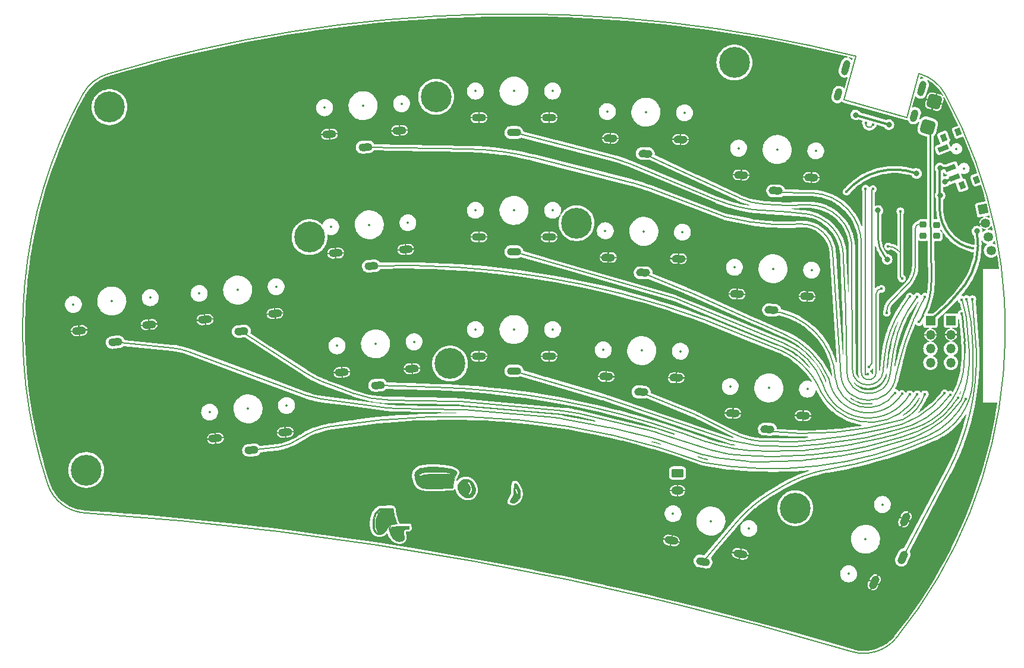
<source format=gbl>
%TF.GenerationSoftware,KiCad,Pcbnew,6.0.4-6f826c9f35~116~ubuntu20.04.1*%
%TF.CreationDate,2022-05-03T15:57:33+02:00*%
%TF.ProjectId,Wubbo,57756262-6f2e-46b6-9963-61645f706362,v0.2*%
%TF.SameCoordinates,Original*%
%TF.FileFunction,Copper,L2,Bot*%
%TF.FilePolarity,Positive*%
%FSLAX46Y46*%
G04 Gerber Fmt 4.6, Leading zero omitted, Abs format (unit mm)*
G04 Created by KiCad (PCBNEW 6.0.4-6f826c9f35~116~ubuntu20.04.1) date 2022-05-03 15:57:33*
%MOMM*%
%LPD*%
G01*
G04 APERTURE LIST*
G04 Aperture macros list*
%AMRoundRect*
0 Rectangle with rounded corners*
0 $1 Rounding radius*
0 $2 $3 $4 $5 $6 $7 $8 $9 X,Y pos of 4 corners*
0 Add a 4 corners polygon primitive as box body*
4,1,4,$2,$3,$4,$5,$6,$7,$8,$9,$2,$3,0*
0 Add four circle primitives for the rounded corners*
1,1,$1+$1,$2,$3*
1,1,$1+$1,$4,$5*
1,1,$1+$1,$6,$7*
1,1,$1+$1,$8,$9*
0 Add four rect primitives between the rounded corners*
20,1,$1+$1,$2,$3,$4,$5,0*
20,1,$1+$1,$4,$5,$6,$7,0*
20,1,$1+$1,$6,$7,$8,$9,0*
20,1,$1+$1,$8,$9,$2,$3,0*%
%AMHorizOval*
0 Thick line with rounded ends*
0 $1 width*
0 $2 $3 position (X,Y) of the first rounded end (center of the circle)*
0 $4 $5 position (X,Y) of the second rounded end (center of the circle)*
0 Add line between two ends*
20,1,$1,$2,$3,$4,$5,0*
0 Add two circle primitives to create the rounded ends*
1,1,$1,$2,$3*
1,1,$1,$4,$5*%
%AMRotRect*
0 Rectangle, with rotation*
0 The origin of the aperture is its center*
0 $1 length*
0 $2 width*
0 $3 Rotation angle, in degrees counterclockwise*
0 Add horizontal line*
21,1,$1,$2,0,0,$3*%
G04 Aperture macros list end*
%TA.AperFunction,Profile*%
%ADD10C,0.150000*%
%TD*%
%TA.AperFunction,EtchedComponent*%
%ADD11C,0.010000*%
%TD*%
%TA.AperFunction,ComponentPad*%
%ADD12HorizOval,1.100000X-0.449383X-0.023551X0.449383X0.023551X0*%
%TD*%
%TA.AperFunction,ComponentPad*%
%ADD13O,2.000000X1.100000*%
%TD*%
%TA.AperFunction,ComponentPad*%
%ADD14RoundRect,0.218750X0.256250X-0.218750X0.256250X0.218750X-0.256250X0.218750X-0.256250X-0.218750X0*%
%TD*%
%TA.AperFunction,ComponentPad*%
%ADD15R,1.350000X1.350000*%
%TD*%
%TA.AperFunction,ComponentPad*%
%ADD16O,1.350000X1.350000*%
%TD*%
%TA.AperFunction,ComponentPad*%
%ADD17HorizOval,1.100000X-0.197267X-0.404457X0.197267X0.404457X0*%
%TD*%
%TA.AperFunction,ComponentPad*%
%ADD18RoundRect,0.250000X-0.625000X0.350000X-0.625000X-0.350000X0.625000X-0.350000X0.625000X0.350000X0*%
%TD*%
%TA.AperFunction,ComponentPad*%
%ADD19O,1.750000X1.200000*%
%TD*%
%TA.AperFunction,ComponentPad*%
%ADD20HorizOval,1.100000X-0.449931X0.007854X0.449931X-0.007854X0*%
%TD*%
%TA.AperFunction,ComponentPad*%
%ADD21C,0.700000*%
%TD*%
%TA.AperFunction,ComponentPad*%
%ADD22C,4.400000*%
%TD*%
%TA.AperFunction,ComponentPad*%
%ADD23HorizOval,1.100000X-0.448288X-0.039220X0.448288X0.039220X0*%
%TD*%
%TA.AperFunction,ComponentPad*%
%ADD24RoundRect,0.500000X0.612372X0.353553X-0.353553X0.612372X-0.612372X-0.353553X0.353553X-0.612372X0*%
%TD*%
%TA.AperFunction,ComponentPad*%
%ADD25HorizOval,1.100000X-0.449726X0.015705X0.449726X-0.015705X0*%
%TD*%
%TA.AperFunction,ComponentPad*%
%ADD26HorizOval,1.000000X-0.160343X-0.578178X0.160343X0.578178X0*%
%TD*%
%TA.AperFunction,ComponentPad*%
%ADD27HorizOval,1.000000X-0.106895X-0.385452X0.106895X0.385452X0*%
%TD*%
%TA.AperFunction,ComponentPad*%
%ADD28RotRect,1.350000X1.350000X11.000000*%
%TD*%
%TA.AperFunction,ComponentPad*%
%ADD29HorizOval,1.350000X0.000000X0.000000X0.000000X0.000000X0*%
%TD*%
%TA.AperFunction,ComponentPad*%
%ADD30HorizOval,1.100000X-0.441732X0.085864X0.441732X-0.085864X0*%
%TD*%
%TA.AperFunction,SMDPad,CuDef*%
%ADD31RotRect,1.000000X0.800000X291.000000*%
%TD*%
%TA.AperFunction,SMDPad,CuDef*%
%ADD32RotRect,0.700000X1.500000X291.000000*%
%TD*%
%TA.AperFunction,ViaPad*%
%ADD33C,0.800000*%
%TD*%
%TA.AperFunction,ViaPad*%
%ADD34C,0.400000*%
%TD*%
%TA.AperFunction,Conductor*%
%ADD35C,0.300000*%
%TD*%
%TA.AperFunction,Conductor*%
%ADD36C,0.250000*%
%TD*%
%TA.AperFunction,Conductor*%
%ADD37C,0.130000*%
%TD*%
%TA.AperFunction,Conductor*%
%ADD38C,0.200000*%
%TD*%
%TA.AperFunction,Conductor*%
%ADD39C,0.127000*%
%TD*%
%ADD40C,0.350000*%
%ADD41C,0.200000*%
%ADD42HorizOval,0.635000X-0.317065X-0.016617X0.317065X0.016617X0*%
%ADD43O,1.270000X0.635000*%
%ADD44HorizOval,0.635000X-0.139183X-0.285367X0.139183X0.285367X0*%
%ADD45HorizOval,0.635000X-0.317452X0.005541X0.317452X-0.005541X0*%
%ADD46HorizOval,0.635000X-0.316292X-0.027672X0.316292X0.027672X0*%
%ADD47C,0.300000*%
%ADD48HorizOval,0.635000X-0.317307X0.011081X0.317307X-0.011081X0*%
%ADD49HorizOval,0.600000X-0.160343X-0.578178X0.160343X0.578178X0*%
%ADD50HorizOval,0.600000X-0.106895X-0.385452X0.106895X0.385452X0*%
%ADD51HorizOval,0.635000X-0.311667X0.060582X0.311667X-0.060582X0*%
G04 APERTURE END LIST*
D10*
X104544530Y51844171D02*
G75*
G03*
X-2083172Y49308466I-48731160J-193972341D01*
G01*
X-5611244Y46442888D02*
G75*
G03*
X-10622661Y-9179340I61424614J-33571068D01*
G01*
X104544530Y51844172D02*
X102813372Y45601818D01*
X110309220Y-31062252D02*
G75*
G03*
X117237987Y46442886I-54495848J43934070D01*
G01*
X111755862Y43121846D02*
X113489973Y49374846D01*
X117237963Y46442874D02*
G75*
G03*
X113709916Y49308466I-5264963J-2877474D01*
G01*
X-2083173Y49308466D02*
G75*
G03*
X-5611244Y46442886I1736897J-5743100D01*
G01*
X103920858Y-33045467D02*
G75*
G03*
X-5334370Y-13275473I-143107476J-479082651D01*
G01*
X102813372Y45601818D02*
X111755862Y43121846D01*
X113709916Y49308466D02*
G75*
G03*
X113489972Y49374846I-59168016J-195650166D01*
G01*
X103920840Y-33045522D02*
G75*
G03*
X110309219Y-31062252I1717260J5749022D01*
G01*
X-10622661Y-9179341D02*
G75*
G03*
X-5334370Y-13275474I5694518J1890101D01*
G01*
%TO.C,Ref\u002A\u002A*%
G36*
X35643983Y-14672583D02*
G01*
X35672739Y-14322111D01*
X35726676Y-13999570D01*
X35805179Y-13706143D01*
X35907635Y-13443018D01*
X36033428Y-13211378D01*
X36181944Y-13012410D01*
X36352570Y-12847299D01*
X36544691Y-12717230D01*
X36693799Y-12646807D01*
X36730850Y-12633100D01*
X36768644Y-12622238D01*
X36812729Y-12613795D01*
X36868655Y-12607346D01*
X36941972Y-12602467D01*
X37038230Y-12598733D01*
X37162979Y-12595719D01*
X37321767Y-12593001D01*
X37414500Y-12591636D01*
X37653446Y-12588149D01*
X37853627Y-12585188D01*
X38018610Y-12582872D01*
X38151960Y-12581318D01*
X38257245Y-12580647D01*
X38338030Y-12580977D01*
X38397882Y-12582426D01*
X38440368Y-12585114D01*
X38469053Y-12589160D01*
X38487505Y-12594682D01*
X38499289Y-12601799D01*
X38507972Y-12610631D01*
X38517120Y-12621295D01*
X38524315Y-12628621D01*
X38561436Y-12673290D01*
X38589009Y-12732422D01*
X38609446Y-12814119D01*
X38625162Y-12926483D01*
X38631170Y-12987363D01*
X38654725Y-13170734D01*
X38693584Y-13382232D01*
X38744997Y-13611694D01*
X38806214Y-13848955D01*
X38874485Y-14083853D01*
X38947060Y-14306223D01*
X39021190Y-14505902D01*
X39077932Y-14638522D01*
X39111733Y-14715091D01*
X39137070Y-14778899D01*
X39149563Y-14818711D01*
X39150166Y-14823730D01*
X39140277Y-14837805D01*
X39106440Y-14846689D01*
X39042400Y-14851284D01*
X38950614Y-14852500D01*
X38717857Y-14861176D01*
X38518280Y-14888456D01*
X38346173Y-14936217D01*
X38195829Y-15006334D01*
X38061537Y-15100684D01*
X37986676Y-15169323D01*
X37935392Y-15226896D01*
X37867812Y-15311936D01*
X37790184Y-15416083D01*
X37708760Y-15530975D01*
X37637895Y-15635901D01*
X37519942Y-15810553D01*
X37416928Y-15951561D01*
X37324329Y-16062877D01*
X37237620Y-16148450D01*
X37152276Y-16212231D01*
X37063772Y-16258170D01*
X36967586Y-16290218D01*
X36864039Y-16311546D01*
X36663658Y-16330905D01*
X36478658Y-16319802D01*
X36398500Y-16305223D01*
X36224482Y-16246817D01*
X36072436Y-16152734D01*
X35942686Y-16023677D01*
X35835558Y-15860350D01*
X35751376Y-15663457D01*
X35690467Y-15433702D01*
X35653155Y-15171788D01*
X35639952Y-14882500D01*
X35890037Y-14882500D01*
X35903502Y-15148526D01*
X35934851Y-15394711D01*
X35965341Y-15540416D01*
X36013935Y-15694245D01*
X36076142Y-15826866D01*
X36147903Y-15930919D01*
X36214540Y-15992203D01*
X36303507Y-16048330D01*
X36362972Y-16075044D01*
X36393635Y-16072592D01*
X36398500Y-16057522D01*
X36387319Y-16028132D01*
X36358806Y-15978322D01*
X36337896Y-15946397D01*
X36227877Y-15750121D01*
X36145861Y-15525204D01*
X36092593Y-15275394D01*
X36068821Y-15004443D01*
X36075291Y-14716099D01*
X36080553Y-14653783D01*
X36130606Y-14291485D01*
X36209269Y-13959719D01*
X36316960Y-13657432D01*
X36454100Y-13383572D01*
X36621110Y-13137086D01*
X36743387Y-12993729D01*
X36798126Y-12932424D01*
X36837900Y-12883085D01*
X36856727Y-12853358D01*
X36856969Y-12848580D01*
X36827893Y-12847805D01*
X36774378Y-12872663D01*
X36702139Y-12919078D01*
X36616894Y-12982970D01*
X36524358Y-13060262D01*
X36430248Y-13146876D01*
X36407196Y-13169456D01*
X36293065Y-13288201D01*
X36205826Y-13394518D01*
X36138285Y-13500547D01*
X36083247Y-13618431D01*
X36033515Y-13760313D01*
X36009308Y-13840878D01*
X35954092Y-14075823D01*
X35915618Y-14335105D01*
X35894171Y-14607678D01*
X35890037Y-14882500D01*
X35639952Y-14882500D01*
X35639765Y-14878418D01*
X35643983Y-14672583D01*
G37*
D11*
X35643983Y-14672583D02*
X35672739Y-14322111D01*
X35726676Y-13999570D01*
X35805179Y-13706143D01*
X35907635Y-13443018D01*
X36033428Y-13211378D01*
X36181944Y-13012410D01*
X36352570Y-12847299D01*
X36544691Y-12717230D01*
X36693799Y-12646807D01*
X36730850Y-12633100D01*
X36768644Y-12622238D01*
X36812729Y-12613795D01*
X36868655Y-12607346D01*
X36941972Y-12602467D01*
X37038230Y-12598733D01*
X37162979Y-12595719D01*
X37321767Y-12593001D01*
X37414500Y-12591636D01*
X37653446Y-12588149D01*
X37853627Y-12585188D01*
X38018610Y-12582872D01*
X38151960Y-12581318D01*
X38257245Y-12580647D01*
X38338030Y-12580977D01*
X38397882Y-12582426D01*
X38440368Y-12585114D01*
X38469053Y-12589160D01*
X38487505Y-12594682D01*
X38499289Y-12601799D01*
X38507972Y-12610631D01*
X38517120Y-12621295D01*
X38524315Y-12628621D01*
X38561436Y-12673290D01*
X38589009Y-12732422D01*
X38609446Y-12814119D01*
X38625162Y-12926483D01*
X38631170Y-12987363D01*
X38654725Y-13170734D01*
X38693584Y-13382232D01*
X38744997Y-13611694D01*
X38806214Y-13848955D01*
X38874485Y-14083853D01*
X38947060Y-14306223D01*
X39021190Y-14505902D01*
X39077932Y-14638522D01*
X39111733Y-14715091D01*
X39137070Y-14778899D01*
X39149563Y-14818711D01*
X39150166Y-14823730D01*
X39140277Y-14837805D01*
X39106440Y-14846689D01*
X39042400Y-14851284D01*
X38950614Y-14852500D01*
X38717857Y-14861176D01*
X38518280Y-14888456D01*
X38346173Y-14936217D01*
X38195829Y-15006334D01*
X38061537Y-15100684D01*
X37986676Y-15169323D01*
X37935392Y-15226896D01*
X37867812Y-15311936D01*
X37790184Y-15416083D01*
X37708760Y-15530975D01*
X37637895Y-15635901D01*
X37519942Y-15810553D01*
X37416928Y-15951561D01*
X37324329Y-16062877D01*
X37237620Y-16148450D01*
X37152276Y-16212231D01*
X37063772Y-16258170D01*
X36967586Y-16290218D01*
X36864039Y-16311546D01*
X36663658Y-16330905D01*
X36478658Y-16319802D01*
X36398500Y-16305223D01*
X36224482Y-16246817D01*
X36072436Y-16152734D01*
X35942686Y-16023677D01*
X35835558Y-15860350D01*
X35751376Y-15663457D01*
X35690467Y-15433702D01*
X35653155Y-15171788D01*
X35639952Y-14882500D01*
X35890037Y-14882500D01*
X35903502Y-15148526D01*
X35934851Y-15394711D01*
X35965341Y-15540416D01*
X36013935Y-15694245D01*
X36076142Y-15826866D01*
X36147903Y-15930919D01*
X36214540Y-15992203D01*
X36303507Y-16048330D01*
X36362972Y-16075044D01*
X36393635Y-16072592D01*
X36398500Y-16057522D01*
X36387319Y-16028132D01*
X36358806Y-15978322D01*
X36337896Y-15946397D01*
X36227877Y-15750121D01*
X36145861Y-15525204D01*
X36092593Y-15275394D01*
X36068821Y-15004443D01*
X36075291Y-14716099D01*
X36080553Y-14653783D01*
X36130606Y-14291485D01*
X36209269Y-13959719D01*
X36316960Y-13657432D01*
X36454100Y-13383572D01*
X36621110Y-13137086D01*
X36743387Y-12993729D01*
X36798126Y-12932424D01*
X36837900Y-12883085D01*
X36856727Y-12853358D01*
X36856969Y-12848580D01*
X36827893Y-12847805D01*
X36774378Y-12872663D01*
X36702139Y-12919078D01*
X36616894Y-12982970D01*
X36524358Y-13060262D01*
X36430248Y-13146876D01*
X36407196Y-13169456D01*
X36293065Y-13288201D01*
X36205826Y-13394518D01*
X36138285Y-13500547D01*
X36083247Y-13618431D01*
X36033515Y-13760313D01*
X36009308Y-13840878D01*
X35954092Y-14075823D01*
X35915618Y-14335105D01*
X35894171Y-14607678D01*
X35890037Y-14882500D01*
X35639952Y-14882500D01*
X35639765Y-14878418D01*
X35643983Y-14672583D01*
G36*
X48104326Y-8795072D02*
G01*
X48214333Y-8685930D01*
X48324709Y-8606323D01*
X48333240Y-8601567D01*
X48488168Y-8535738D01*
X48667980Y-8489541D01*
X48859269Y-8464560D01*
X49048627Y-8462375D01*
X49222645Y-8484570D01*
X49256509Y-8492613D01*
X49435609Y-8559346D01*
X49612720Y-8663898D01*
X49781795Y-8801950D01*
X49936790Y-8969181D01*
X49954268Y-8991149D01*
X50090619Y-9192616D01*
X50193486Y-9402611D01*
X50263364Y-9617135D01*
X50300746Y-9832189D01*
X50306128Y-10043774D01*
X50280004Y-10247893D01*
X50222870Y-10440545D01*
X50135219Y-10617733D01*
X50017546Y-10775457D01*
X49870345Y-10909719D01*
X49704358Y-11011523D01*
X49632311Y-11045680D01*
X49573057Y-11068166D01*
X49513368Y-11081848D01*
X49440018Y-11089593D01*
X49339779Y-11094268D01*
X49319416Y-11094953D01*
X49217709Y-11097239D01*
X49125637Y-11097422D01*
X49055184Y-11095579D01*
X49024416Y-11093020D01*
X48889787Y-11068663D01*
X48781506Y-11037860D01*
X48683599Y-10995072D01*
X48594992Y-10944141D01*
X48386976Y-10793748D01*
X48207969Y-10621978D01*
X48059361Y-10432732D01*
X47942540Y-10229912D01*
X47858897Y-10017420D01*
X47809820Y-9799159D01*
X47796699Y-9579030D01*
X47820922Y-9360935D01*
X47883879Y-9148777D01*
X47923868Y-9059002D01*
X47984128Y-8957117D01*
X49142376Y-8957117D01*
X49163747Y-9014708D01*
X49216505Y-9089328D01*
X49276902Y-9158596D01*
X49398119Y-9319133D01*
X49483153Y-9493892D01*
X49531520Y-9677472D01*
X49542732Y-9864467D01*
X49516305Y-10049477D01*
X49451752Y-10227098D01*
X49383524Y-10344281D01*
X49321109Y-10448010D01*
X49292381Y-10528853D01*
X49296819Y-10588856D01*
X49314400Y-10614933D01*
X49366479Y-10638607D01*
X49437188Y-10625133D01*
X49492070Y-10596771D01*
X49605114Y-10502802D01*
X49695341Y-10377747D01*
X49760605Y-10227465D01*
X49798755Y-10057815D01*
X49807644Y-9874657D01*
X49798204Y-9761953D01*
X49765341Y-9577607D01*
X49718822Y-9406184D01*
X49661035Y-9251160D01*
X49594369Y-9116011D01*
X49521215Y-9004211D01*
X49443961Y-8919238D01*
X49364998Y-8864567D01*
X49286713Y-8843673D01*
X49211498Y-8860033D01*
X49187876Y-8874116D01*
X49150912Y-8911829D01*
X49142376Y-8957117D01*
X47984128Y-8957117D01*
X48004301Y-8923010D01*
X48104326Y-8795072D01*
G37*
X48104326Y-8795072D02*
X48214333Y-8685930D01*
X48324709Y-8606323D01*
X48333240Y-8601567D01*
X48488168Y-8535738D01*
X48667980Y-8489541D01*
X48859269Y-8464560D01*
X49048627Y-8462375D01*
X49222645Y-8484570D01*
X49256509Y-8492613D01*
X49435609Y-8559346D01*
X49612720Y-8663898D01*
X49781795Y-8801950D01*
X49936790Y-8969181D01*
X49954268Y-8991149D01*
X50090619Y-9192616D01*
X50193486Y-9402611D01*
X50263364Y-9617135D01*
X50300746Y-9832189D01*
X50306128Y-10043774D01*
X50280004Y-10247893D01*
X50222870Y-10440545D01*
X50135219Y-10617733D01*
X50017546Y-10775457D01*
X49870345Y-10909719D01*
X49704358Y-11011523D01*
X49632311Y-11045680D01*
X49573057Y-11068166D01*
X49513368Y-11081848D01*
X49440018Y-11089593D01*
X49339779Y-11094268D01*
X49319416Y-11094953D01*
X49217709Y-11097239D01*
X49125637Y-11097422D01*
X49055184Y-11095579D01*
X49024416Y-11093020D01*
X48889787Y-11068663D01*
X48781506Y-11037860D01*
X48683599Y-10995072D01*
X48594992Y-10944141D01*
X48386976Y-10793748D01*
X48207969Y-10621978D01*
X48059361Y-10432732D01*
X47942540Y-10229912D01*
X47858897Y-10017420D01*
X47809820Y-9799159D01*
X47796699Y-9579030D01*
X47820922Y-9360935D01*
X47883879Y-9148777D01*
X47923868Y-9059002D01*
X47984128Y-8957117D01*
X49142376Y-8957117D01*
X49163747Y-9014708D01*
X49216505Y-9089328D01*
X49276902Y-9158596D01*
X49398119Y-9319133D01*
X49483153Y-9493892D01*
X49531520Y-9677472D01*
X49542732Y-9864467D01*
X49516305Y-10049477D01*
X49451752Y-10227098D01*
X49383524Y-10344281D01*
X49321109Y-10448010D01*
X49292381Y-10528853D01*
X49296819Y-10588856D01*
X49314400Y-10614933D01*
X49366479Y-10638607D01*
X49437188Y-10625133D01*
X49492070Y-10596771D01*
X49605114Y-10502802D01*
X49695341Y-10377747D01*
X49760605Y-10227465D01*
X49798755Y-10057815D01*
X49807644Y-9874657D01*
X49798204Y-9761953D01*
X49765341Y-9577607D01*
X49718822Y-9406184D01*
X49661035Y-9251160D01*
X49594369Y-9116011D01*
X49521215Y-9004211D01*
X49443961Y-8919238D01*
X49364998Y-8864567D01*
X49286713Y-8843673D01*
X49211498Y-8860033D01*
X49187876Y-8874116D01*
X49150912Y-8911829D01*
X49142376Y-8957117D01*
X47984128Y-8957117D01*
X48004301Y-8923010D01*
X48104326Y-8795072D01*
G36*
X41666453Y-7682298D02*
G01*
X41720092Y-7500388D01*
X41806200Y-7339398D01*
X41925667Y-7198522D01*
X42079384Y-7076956D01*
X42268242Y-6973893D01*
X42493130Y-6888530D01*
X42754941Y-6820061D01*
X43054565Y-6767682D01*
X43392892Y-6730586D01*
X43505587Y-6722077D01*
X43725775Y-6711557D01*
X43979344Y-6707153D01*
X44258123Y-6708478D01*
X44553942Y-6715143D01*
X44858630Y-6726760D01*
X45164017Y-6742942D01*
X45461932Y-6763300D01*
X45744205Y-6787447D01*
X46002665Y-6814994D01*
X46229142Y-6845554D01*
X46281298Y-6853866D01*
X46534303Y-6902967D01*
X46772127Y-6963370D01*
X46990844Y-7033347D01*
X47186528Y-7111173D01*
X47355255Y-7195120D01*
X47493097Y-7283464D01*
X47596130Y-7374477D01*
X47656580Y-7458650D01*
X47671570Y-7492699D01*
X47676318Y-7525030D01*
X47668286Y-7563415D01*
X47644935Y-7615626D01*
X47603726Y-7689434D01*
X47553869Y-7773118D01*
X47447704Y-7977474D01*
X47353245Y-8215775D01*
X47272441Y-8480773D01*
X47207244Y-8765219D01*
X47159603Y-9061864D01*
X47133138Y-9336539D01*
X47126466Y-9451007D01*
X47119906Y-9540394D01*
X47108648Y-9607922D01*
X47087881Y-9656813D01*
X47052796Y-9690290D01*
X46998582Y-9711577D01*
X46920429Y-9723895D01*
X46813526Y-9730468D01*
X46673063Y-9734518D01*
X46533768Y-9738095D01*
X46367378Y-9743347D01*
X46194100Y-9749707D01*
X46025275Y-9756695D01*
X45872243Y-9763832D01*
X45746347Y-9770641D01*
X45711833Y-9772790D01*
X45605051Y-9778431D01*
X45467549Y-9783634D01*
X45304657Y-9788356D01*
X45121703Y-9792553D01*
X44924016Y-9796179D01*
X44716924Y-9799191D01*
X44505756Y-9801544D01*
X44295839Y-9803193D01*
X44092504Y-9804095D01*
X43901078Y-9804204D01*
X43726891Y-9803476D01*
X43575270Y-9801867D01*
X43451544Y-9799332D01*
X43361041Y-9795827D01*
X43320000Y-9792739D01*
X43024472Y-9751365D01*
X42766195Y-9694079D01*
X42542244Y-9618311D01*
X42349694Y-9521489D01*
X42185620Y-9401043D01*
X42047095Y-9254403D01*
X41931196Y-9078998D01*
X41834998Y-8872258D01*
X41755574Y-8631612D01*
X41691436Y-8361591D01*
X41653015Y-8112094D01*
X41644698Y-7893991D01*
X42287390Y-7893991D01*
X42305081Y-7929897D01*
X42312924Y-7942022D01*
X42346968Y-7981565D01*
X42388057Y-7991631D01*
X42420211Y-7988050D01*
X42478842Y-7972442D01*
X42554480Y-7944523D01*
X42603562Y-7922978D01*
X42707587Y-7880558D01*
X42831799Y-7842956D01*
X42980297Y-7809412D01*
X43157181Y-7779166D01*
X43366552Y-7751457D01*
X43612509Y-7725525D01*
X43722166Y-7715469D01*
X43840877Y-7707437D01*
X43995437Y-7700778D01*
X44179384Y-7695491D01*
X44386257Y-7691572D01*
X44609595Y-7689020D01*
X44842935Y-7687830D01*
X45079815Y-7688002D01*
X45313775Y-7689532D01*
X45538353Y-7692418D01*
X45747085Y-7696656D01*
X45933512Y-7702246D01*
X46091172Y-7709183D01*
X46201622Y-7716454D01*
X46364483Y-7727963D01*
X46490188Y-7732124D01*
X46583369Y-7728382D01*
X46648654Y-7716183D01*
X46690672Y-7694974D01*
X46714054Y-7664200D01*
X46717604Y-7654714D01*
X46722836Y-7610955D01*
X46700728Y-7580563D01*
X46644821Y-7556580D01*
X46619857Y-7549423D01*
X46509374Y-7526034D01*
X46361470Y-7504491D01*
X46181022Y-7484911D01*
X45972906Y-7467409D01*
X45742000Y-7452100D01*
X45493179Y-7439100D01*
X45231320Y-7428524D01*
X44961301Y-7420488D01*
X44687998Y-7415107D01*
X44416288Y-7412496D01*
X44151047Y-7412772D01*
X43897152Y-7416049D01*
X43659481Y-7422444D01*
X43442909Y-7432071D01*
X43252314Y-7445046D01*
X43092572Y-7461485D01*
X43064529Y-7465230D01*
X42900535Y-7496620D01*
X42742966Y-7542508D01*
X42598872Y-7599635D01*
X42475305Y-7664740D01*
X42379315Y-7734566D01*
X42317954Y-7805853D01*
X42314544Y-7811906D01*
X42290462Y-7861298D01*
X42287390Y-7893991D01*
X41644698Y-7893991D01*
X41644390Y-7885931D01*
X41666453Y-7682298D01*
G37*
X41666453Y-7682298D02*
X41720092Y-7500388D01*
X41806200Y-7339398D01*
X41925667Y-7198522D01*
X42079384Y-7076956D01*
X42268242Y-6973893D01*
X42493130Y-6888530D01*
X42754941Y-6820061D01*
X43054565Y-6767682D01*
X43392892Y-6730586D01*
X43505587Y-6722077D01*
X43725775Y-6711557D01*
X43979344Y-6707153D01*
X44258123Y-6708478D01*
X44553942Y-6715143D01*
X44858630Y-6726760D01*
X45164017Y-6742942D01*
X45461932Y-6763300D01*
X45744205Y-6787447D01*
X46002665Y-6814994D01*
X46229142Y-6845554D01*
X46281298Y-6853866D01*
X46534303Y-6902967D01*
X46772127Y-6963370D01*
X46990844Y-7033347D01*
X47186528Y-7111173D01*
X47355255Y-7195120D01*
X47493097Y-7283464D01*
X47596130Y-7374477D01*
X47656580Y-7458650D01*
X47671570Y-7492699D01*
X47676318Y-7525030D01*
X47668286Y-7563415D01*
X47644935Y-7615626D01*
X47603726Y-7689434D01*
X47553869Y-7773118D01*
X47447704Y-7977474D01*
X47353245Y-8215775D01*
X47272441Y-8480773D01*
X47207244Y-8765219D01*
X47159603Y-9061864D01*
X47133138Y-9336539D01*
X47126466Y-9451007D01*
X47119906Y-9540394D01*
X47108648Y-9607922D01*
X47087881Y-9656813D01*
X47052796Y-9690290D01*
X46998582Y-9711577D01*
X46920429Y-9723895D01*
X46813526Y-9730468D01*
X46673063Y-9734518D01*
X46533768Y-9738095D01*
X46367378Y-9743347D01*
X46194100Y-9749707D01*
X46025275Y-9756695D01*
X45872243Y-9763832D01*
X45746347Y-9770641D01*
X45711833Y-9772790D01*
X45605051Y-9778431D01*
X45467549Y-9783634D01*
X45304657Y-9788356D01*
X45121703Y-9792553D01*
X44924016Y-9796179D01*
X44716924Y-9799191D01*
X44505756Y-9801544D01*
X44295839Y-9803193D01*
X44092504Y-9804095D01*
X43901078Y-9804204D01*
X43726891Y-9803476D01*
X43575270Y-9801867D01*
X43451544Y-9799332D01*
X43361041Y-9795827D01*
X43320000Y-9792739D01*
X43024472Y-9751365D01*
X42766195Y-9694079D01*
X42542244Y-9618311D01*
X42349694Y-9521489D01*
X42185620Y-9401043D01*
X42047095Y-9254403D01*
X41931196Y-9078998D01*
X41834998Y-8872258D01*
X41755574Y-8631612D01*
X41691436Y-8361591D01*
X41653015Y-8112094D01*
X41644698Y-7893991D01*
X42287390Y-7893991D01*
X42305081Y-7929897D01*
X42312924Y-7942022D01*
X42346968Y-7981565D01*
X42388057Y-7991631D01*
X42420211Y-7988050D01*
X42478842Y-7972442D01*
X42554480Y-7944523D01*
X42603562Y-7922978D01*
X42707587Y-7880558D01*
X42831799Y-7842956D01*
X42980297Y-7809412D01*
X43157181Y-7779166D01*
X43366552Y-7751457D01*
X43612509Y-7725525D01*
X43722166Y-7715469D01*
X43840877Y-7707437D01*
X43995437Y-7700778D01*
X44179384Y-7695491D01*
X44386257Y-7691572D01*
X44609595Y-7689020D01*
X44842935Y-7687830D01*
X45079815Y-7688002D01*
X45313775Y-7689532D01*
X45538353Y-7692418D01*
X45747085Y-7696656D01*
X45933512Y-7702246D01*
X46091172Y-7709183D01*
X46201622Y-7716454D01*
X46364483Y-7727963D01*
X46490188Y-7732124D01*
X46583369Y-7728382D01*
X46648654Y-7716183D01*
X46690672Y-7694974D01*
X46714054Y-7664200D01*
X46717604Y-7654714D01*
X46722836Y-7610955D01*
X46700728Y-7580563D01*
X46644821Y-7556580D01*
X46619857Y-7549423D01*
X46509374Y-7526034D01*
X46361470Y-7504491D01*
X46181022Y-7484911D01*
X45972906Y-7467409D01*
X45742000Y-7452100D01*
X45493179Y-7439100D01*
X45231320Y-7428524D01*
X44961301Y-7420488D01*
X44687998Y-7415107D01*
X44416288Y-7412496D01*
X44151047Y-7412772D01*
X43897152Y-7416049D01*
X43659481Y-7422444D01*
X43442909Y-7432071D01*
X43252314Y-7445046D01*
X43092572Y-7461485D01*
X43064529Y-7465230D01*
X42900535Y-7496620D01*
X42742966Y-7542508D01*
X42598872Y-7599635D01*
X42475305Y-7664740D01*
X42379315Y-7734566D01*
X42317954Y-7805853D01*
X42314544Y-7811906D01*
X42290462Y-7861298D01*
X42287390Y-7893991D01*
X41644698Y-7893991D01*
X41644390Y-7885931D01*
X41666453Y-7682298D01*
G36*
X40875261Y-15279229D02*
G01*
X40881865Y-15361564D01*
X40884139Y-15436312D01*
X40882449Y-15477002D01*
X40875250Y-15540416D01*
X40610666Y-15552215D01*
X40504176Y-15558561D01*
X40408962Y-15567156D01*
X40335315Y-15576881D01*
X40293526Y-15586616D01*
X40293166Y-15586769D01*
X40211673Y-15640382D01*
X40143187Y-15718714D01*
X40103058Y-15802321D01*
X40088109Y-15892859D01*
X40082953Y-16014439D01*
X40087415Y-16156959D01*
X40101323Y-16310318D01*
X40113250Y-16397666D01*
X40131246Y-16542286D01*
X40141352Y-16685502D01*
X40143531Y-16818218D01*
X40137744Y-16931338D01*
X40123955Y-17015767D01*
X40115879Y-17040221D01*
X40061478Y-17122626D01*
X39975123Y-17197033D01*
X39867193Y-17255266D01*
X39821992Y-17271671D01*
X39728735Y-17293752D01*
X39615178Y-17310183D01*
X39498499Y-17319366D01*
X39395880Y-17319702D01*
X39351250Y-17315474D01*
X39223713Y-17285182D01*
X39077889Y-17232405D01*
X38933677Y-17165268D01*
X38759476Y-17053579D01*
X38593315Y-16906273D01*
X38439397Y-16729892D01*
X38301928Y-16530978D01*
X38185111Y-16316072D01*
X38093151Y-16091717D01*
X38030253Y-15864454D01*
X38007623Y-15724341D01*
X37996463Y-15552610D01*
X38004882Y-15409769D01*
X38032317Y-15298392D01*
X38078208Y-15221056D01*
X38124690Y-15186810D01*
X38173484Y-15172576D01*
X38191953Y-15187055D01*
X38178801Y-15229193D01*
X38178214Y-15230295D01*
X38158872Y-15304181D01*
X38160718Y-15408291D01*
X38182101Y-15537209D01*
X38221368Y-15685515D01*
X38276868Y-15847792D01*
X38346948Y-16018623D01*
X38429956Y-16192589D01*
X38523788Y-16363505D01*
X38586249Y-16464109D01*
X38656225Y-16567809D01*
X38728486Y-16667786D01*
X38797801Y-16757221D01*
X38858942Y-16829296D01*
X38906677Y-16877194D01*
X38929849Y-16892896D01*
X38933784Y-16885383D01*
X38913061Y-16853586D01*
X38872067Y-16804019D01*
X38863741Y-16794676D01*
X38718876Y-16611990D01*
X38583081Y-16399034D01*
X38463160Y-16167810D01*
X38365921Y-15930319D01*
X38353991Y-15895727D01*
X38318379Y-15764094D01*
X38297839Y-15631474D01*
X38292023Y-15505278D01*
X38300583Y-15392912D01*
X38323168Y-15301786D01*
X38359429Y-15239308D01*
X38385850Y-15219466D01*
X38413008Y-15216070D01*
X38478445Y-15212329D01*
X38578110Y-15208356D01*
X38707953Y-15204261D01*
X38863920Y-15200157D01*
X39041962Y-15196156D01*
X39238027Y-15192370D01*
X39448064Y-15188909D01*
X39541750Y-15187549D01*
X39759117Y-15184292D01*
X39966324Y-15180753D01*
X40159010Y-15177036D01*
X40332814Y-15173245D01*
X40483373Y-15169484D01*
X40606327Y-15165858D01*
X40697313Y-15162470D01*
X40751969Y-15159426D01*
X40762228Y-15158391D01*
X40860873Y-15144872D01*
X40875261Y-15279229D01*
G37*
X40875261Y-15279229D02*
X40881865Y-15361564D01*
X40884139Y-15436312D01*
X40882449Y-15477002D01*
X40875250Y-15540416D01*
X40610666Y-15552215D01*
X40504176Y-15558561D01*
X40408962Y-15567156D01*
X40335315Y-15576881D01*
X40293526Y-15586616D01*
X40293166Y-15586769D01*
X40211673Y-15640382D01*
X40143187Y-15718714D01*
X40103058Y-15802321D01*
X40088109Y-15892859D01*
X40082953Y-16014439D01*
X40087415Y-16156959D01*
X40101323Y-16310318D01*
X40113250Y-16397666D01*
X40131246Y-16542286D01*
X40141352Y-16685502D01*
X40143531Y-16818218D01*
X40137744Y-16931338D01*
X40123955Y-17015767D01*
X40115879Y-17040221D01*
X40061478Y-17122626D01*
X39975123Y-17197033D01*
X39867193Y-17255266D01*
X39821992Y-17271671D01*
X39728735Y-17293752D01*
X39615178Y-17310183D01*
X39498499Y-17319366D01*
X39395880Y-17319702D01*
X39351250Y-17315474D01*
X39223713Y-17285182D01*
X39077889Y-17232405D01*
X38933677Y-17165268D01*
X38759476Y-17053579D01*
X38593315Y-16906273D01*
X38439397Y-16729892D01*
X38301928Y-16530978D01*
X38185111Y-16316072D01*
X38093151Y-16091717D01*
X38030253Y-15864454D01*
X38007623Y-15724341D01*
X37996463Y-15552610D01*
X38004882Y-15409769D01*
X38032317Y-15298392D01*
X38078208Y-15221056D01*
X38124690Y-15186810D01*
X38173484Y-15172576D01*
X38191953Y-15187055D01*
X38178801Y-15229193D01*
X38178214Y-15230295D01*
X38158872Y-15304181D01*
X38160718Y-15408291D01*
X38182101Y-15537209D01*
X38221368Y-15685515D01*
X38276868Y-15847792D01*
X38346948Y-16018623D01*
X38429956Y-16192589D01*
X38523788Y-16363505D01*
X38586249Y-16464109D01*
X38656225Y-16567809D01*
X38728486Y-16667786D01*
X38797801Y-16757221D01*
X38858942Y-16829296D01*
X38906677Y-16877194D01*
X38929849Y-16892896D01*
X38933784Y-16885383D01*
X38913061Y-16853586D01*
X38872067Y-16804019D01*
X38863741Y-16794676D01*
X38718876Y-16611990D01*
X38583081Y-16399034D01*
X38463160Y-16167810D01*
X38365921Y-15930319D01*
X38353991Y-15895727D01*
X38318379Y-15764094D01*
X38297839Y-15631474D01*
X38292023Y-15505278D01*
X38300583Y-15392912D01*
X38323168Y-15301786D01*
X38359429Y-15239308D01*
X38385850Y-15219466D01*
X38413008Y-15216070D01*
X38478445Y-15212329D01*
X38578110Y-15208356D01*
X38707953Y-15204261D01*
X38863920Y-15200157D01*
X39041962Y-15196156D01*
X39238027Y-15192370D01*
X39448064Y-15188909D01*
X39541750Y-15187549D01*
X39759117Y-15184292D01*
X39966324Y-15180753D01*
X40159010Y-15177036D01*
X40332814Y-15173245D01*
X40483373Y-15169484D01*
X40606327Y-15165858D01*
X40697313Y-15162470D01*
X40751969Y-15159426D01*
X40762228Y-15158391D01*
X40860873Y-15144872D01*
X40875261Y-15279229D01*
G36*
X55785149Y-9814833D02*
G01*
X55789717Y-9635956D01*
X55794081Y-9494176D01*
X55798668Y-9384259D01*
X55803902Y-9300974D01*
X55810208Y-9239089D01*
X55818013Y-9193370D01*
X55827741Y-9158586D01*
X55839817Y-9129505D01*
X55841069Y-9126916D01*
X55874478Y-9070688D01*
X55910987Y-9043774D01*
X55950720Y-9035653D01*
X55994575Y-9037185D01*
X56037009Y-9055251D01*
X56089706Y-9096014D01*
X56123530Y-9126810D01*
X56232424Y-9244651D01*
X56342865Y-9393332D01*
X56447664Y-9562273D01*
X56537275Y-9735806D01*
X56601737Y-9880593D01*
X56647885Y-10003138D01*
X56678594Y-10116619D01*
X56696738Y-10234210D01*
X56705192Y-10369089D01*
X56706897Y-10513333D01*
X56705920Y-10639583D01*
X56702656Y-10734400D01*
X56695788Y-10808673D01*
X56684001Y-10873291D01*
X56665980Y-10939143D01*
X56649138Y-10991243D01*
X56553746Y-11212030D01*
X56424123Y-11408520D01*
X56262118Y-11578563D01*
X56069576Y-11720010D01*
X55979194Y-11770814D01*
X55863162Y-11826395D01*
X55768860Y-11857844D01*
X55683502Y-11865438D01*
X55594303Y-11849455D01*
X55488478Y-11810172D01*
X55427333Y-11782803D01*
X55346572Y-11745712D01*
X55279814Y-11715447D01*
X55236769Y-11696391D01*
X55227054Y-11692394D01*
X55216635Y-11667442D01*
X55230225Y-11610186D01*
X55266993Y-11522603D01*
X55326109Y-11406671D01*
X55406518Y-11264750D01*
X55497968Y-11107580D01*
X55572573Y-10972929D01*
X55632176Y-10853743D01*
X55678619Y-10742970D01*
X55713742Y-10633558D01*
X55739388Y-10518452D01*
X55757399Y-10390600D01*
X55769616Y-10242950D01*
X55777881Y-10068448D01*
X55782362Y-9916725D01*
X55938581Y-9916725D01*
X55946643Y-9967771D01*
X55974243Y-10041666D01*
X55996617Y-10092363D01*
X56032760Y-10178150D01*
X56064860Y-10264670D01*
X56083013Y-10322833D01*
X56117187Y-10423876D01*
X56160076Y-10508407D01*
X56206637Y-10568658D01*
X56251823Y-10596862D01*
X56261717Y-10598000D01*
X56313072Y-10584060D01*
X56339483Y-10563859D01*
X56361971Y-10507988D01*
X56366354Y-10424322D01*
X56354692Y-10322290D01*
X56329046Y-10211318D01*
X56291476Y-10100833D01*
X56244042Y-10000264D01*
X56202177Y-9935625D01*
X56131119Y-9859474D01*
X56065243Y-9823262D01*
X56005998Y-9827570D01*
X55978307Y-9846003D01*
X55949366Y-9879234D01*
X55938581Y-9916725D01*
X55782362Y-9916725D01*
X55784037Y-9860042D01*
X55785149Y-9814833D01*
G37*
X55785149Y-9814833D02*
X55789717Y-9635956D01*
X55794081Y-9494176D01*
X55798668Y-9384259D01*
X55803902Y-9300974D01*
X55810208Y-9239089D01*
X55818013Y-9193370D01*
X55827741Y-9158586D01*
X55839817Y-9129505D01*
X55841069Y-9126916D01*
X55874478Y-9070688D01*
X55910987Y-9043774D01*
X55950720Y-9035653D01*
X55994575Y-9037185D01*
X56037009Y-9055251D01*
X56089706Y-9096014D01*
X56123530Y-9126810D01*
X56232424Y-9244651D01*
X56342865Y-9393332D01*
X56447664Y-9562273D01*
X56537275Y-9735806D01*
X56601737Y-9880593D01*
X56647885Y-10003138D01*
X56678594Y-10116619D01*
X56696738Y-10234210D01*
X56705192Y-10369089D01*
X56706897Y-10513333D01*
X56705920Y-10639583D01*
X56702656Y-10734400D01*
X56695788Y-10808673D01*
X56684001Y-10873291D01*
X56665980Y-10939143D01*
X56649138Y-10991243D01*
X56553746Y-11212030D01*
X56424123Y-11408520D01*
X56262118Y-11578563D01*
X56069576Y-11720010D01*
X55979194Y-11770814D01*
X55863162Y-11826395D01*
X55768860Y-11857844D01*
X55683502Y-11865438D01*
X55594303Y-11849455D01*
X55488478Y-11810172D01*
X55427333Y-11782803D01*
X55346572Y-11745712D01*
X55279814Y-11715447D01*
X55236769Y-11696391D01*
X55227054Y-11692394D01*
X55216635Y-11667442D01*
X55230225Y-11610186D01*
X55266993Y-11522603D01*
X55326109Y-11406671D01*
X55406518Y-11264750D01*
X55497968Y-11107580D01*
X55572573Y-10972929D01*
X55632176Y-10853743D01*
X55678619Y-10742970D01*
X55713742Y-10633558D01*
X55739388Y-10518452D01*
X55757399Y-10390600D01*
X55769616Y-10242950D01*
X55777881Y-10068448D01*
X55782362Y-9916725D01*
X55938581Y-9916725D01*
X55946643Y-9967771D01*
X55974243Y-10041666D01*
X55996617Y-10092363D01*
X56032760Y-10178150D01*
X56064860Y-10264670D01*
X56083013Y-10322833D01*
X56117187Y-10423876D01*
X56160076Y-10508407D01*
X56206637Y-10568658D01*
X56251823Y-10596862D01*
X56261717Y-10598000D01*
X56313072Y-10584060D01*
X56339483Y-10563859D01*
X56361971Y-10507988D01*
X56366354Y-10424322D01*
X56354692Y-10322290D01*
X56329046Y-10211318D01*
X56291476Y-10100833D01*
X56244042Y-10000264D01*
X56202177Y-9935625D01*
X56131119Y-9859474D01*
X56065243Y-9823262D01*
X56005998Y-9827570D01*
X55978307Y-9846003D01*
X55949366Y-9879234D01*
X55938581Y-9916725D01*
X55782362Y-9916725D01*
X55784037Y-9860042D01*
X55785149Y-9814833D01*
%TO.C,*%
G36*
X4167805Y-2132779D02*
G01*
X3951717Y-2375634D01*
X3751017Y-2601274D01*
X3572102Y-2802514D01*
X2738542Y-3740360D01*
X-545542Y-4028598D01*
X-3829625Y-4316835D01*
X-4281371Y846646D01*
X-3027768Y846646D01*
X-2687008Y-3048256D01*
X1435237Y-2686550D01*
X2033827Y-1999802D01*
X-27427Y-2179143D01*
X-2088682Y-2358483D01*
X-2428475Y1525372D01*
X-2728121Y1186009D01*
X-3027768Y846646D01*
X-4281371Y846646D01*
X-4371187Y1873241D01*
X-3554926Y2788098D01*
X-1306593Y2788098D01*
X-965306Y-1112834D01*
X3146488Y-753099D01*
X2807632Y3120041D01*
X2360208Y3094899D01*
X2283365Y3090102D01*
X2156275Y3081189D01*
X1995351Y3069171D01*
X1805136Y3054415D01*
X1590171Y3037290D01*
X1355001Y3018159D01*
X1104165Y2997393D01*
X842207Y2975354D01*
X573670Y2952410D01*
X303095Y2928927D01*
X-1306593Y2788098D01*
X-3554926Y2788098D01*
X-3467059Y2886578D01*
X-3406639Y2954297D01*
X-3165031Y3225106D01*
X-2946675Y3469878D01*
X-2747571Y3693107D01*
X-2563716Y3899281D01*
X-2434743Y4043944D01*
X-188096Y4043944D01*
X1880683Y4219522D01*
X3949460Y4395101D01*
X4054747Y3229150D01*
X4123596Y2466697D01*
X4297733Y538292D01*
X4887568Y1194641D01*
X4547988Y5085099D01*
X2481156Y4904274D01*
X414324Y4723451D01*
X113115Y4383697D01*
X-188096Y4043944D01*
X-2434743Y4043944D01*
X-2391106Y4092890D01*
X-2225740Y4278426D01*
X-2063615Y4460378D01*
X-1900728Y4643240D01*
X-1733077Y4831498D01*
X-1556660Y5029646D01*
X-1367473Y5242172D01*
X-890617Y5777896D01*
X5669519Y6351834D01*
X5770983Y5192097D01*
X6211187Y160542D01*
X5308425Y-852063D01*
X5255133Y-911844D01*
X5058076Y-1132963D01*
X4844417Y-1372803D01*
X4620553Y-1624176D01*
X4476387Y-1786106D01*
X4392884Y-1879898D01*
X4167805Y-2132779D01*
G37*
X4167805Y-2132779D02*
X3951717Y-2375634D01*
X3751017Y-2601274D01*
X3572102Y-2802514D01*
X2738542Y-3740360D01*
X-545542Y-4028598D01*
X-3829625Y-4316835D01*
X-4281371Y846646D01*
X-3027768Y846646D01*
X-2687008Y-3048256D01*
X1435237Y-2686550D01*
X2033827Y-1999802D01*
X-27427Y-2179143D01*
X-2088682Y-2358483D01*
X-2428475Y1525372D01*
X-2728121Y1186009D01*
X-3027768Y846646D01*
X-4281371Y846646D01*
X-4371187Y1873241D01*
X-3554926Y2788098D01*
X-1306593Y2788098D01*
X-965306Y-1112834D01*
X3146488Y-753099D01*
X2807632Y3120041D01*
X2360208Y3094899D01*
X2283365Y3090102D01*
X2156275Y3081189D01*
X1995351Y3069171D01*
X1805136Y3054415D01*
X1590171Y3037290D01*
X1355001Y3018159D01*
X1104165Y2997393D01*
X842207Y2975354D01*
X573670Y2952410D01*
X303095Y2928927D01*
X-1306593Y2788098D01*
X-3554926Y2788098D01*
X-3467059Y2886578D01*
X-3406639Y2954297D01*
X-3165031Y3225106D01*
X-2946675Y3469878D01*
X-2747571Y3693107D01*
X-2563716Y3899281D01*
X-2434743Y4043944D01*
X-188096Y4043944D01*
X1880683Y4219522D01*
X3949460Y4395101D01*
X4054747Y3229150D01*
X4123596Y2466697D01*
X4297733Y538292D01*
X4887568Y1194641D01*
X4547988Y5085099D01*
X2481156Y4904274D01*
X414324Y4723451D01*
X113115Y4383697D01*
X-188096Y4043944D01*
X-2434743Y4043944D01*
X-2391106Y4092890D01*
X-2225740Y4278426D01*
X-2063615Y4460378D01*
X-1900728Y4643240D01*
X-1733077Y4831498D01*
X-1556660Y5029646D01*
X-1367473Y5242172D01*
X-890617Y5777896D01*
X5669519Y6351834D01*
X5770983Y5192097D01*
X6211187Y160542D01*
X5308425Y-852063D01*
X5255133Y-911844D01*
X5058076Y-1132963D01*
X4844417Y-1372803D01*
X4620553Y-1624176D01*
X4476387Y-1786106D01*
X4392884Y-1879898D01*
X4167805Y-2132779D01*
%TD*%
D12*
%TO.P,SW12,1,1*%
%TO.N,SW12*%
X36401625Y4945022D03*
%TO.P,SW12,2,2*%
%TO.N,GND*%
X41284867Y7303824D03*
X31298572Y6780464D03*
%TD*%
D13*
%TO.P,SW8,1,1*%
%TO.N,SW8*%
X55813372Y23971818D03*
%TO.P,SW8,2,2*%
%TO.N,GND*%
X50813372Y26071818D03*
X60813372Y26071818D03*
%TD*%
D14*
%TO.P,D1,1,K*%
%TO.N,Net-(D1-Pad1)*%
X114100000Y26272500D03*
%TO.P,D1,2,A*%
%TO.N,BLUE_LED*%
X114100000Y27847500D03*
%TD*%
D15*
%TO.P,J2,1,Pin_1*%
%TO.N,+3V3*%
X118070000Y14150000D03*
D16*
%TO.P,J2,2,Pin_2*%
%TO.N,GND*%
X118070000Y12150000D03*
%TO.P,J2,3,Pin_3*%
%TO.N,SWDCLK*%
X118070000Y10150000D03*
%TO.P,J2,4,Pin_4*%
%TO.N,SWDIO*%
X118070000Y8150000D03*
%TD*%
D17*
%TO.P,SW17,1,1*%
%TO.N,SW17*%
X111197294Y-19605891D03*
%TO.P,SW17,2,2*%
%TO.N,GND*%
X111501682Y-14191341D03*
X107117971Y-23179282D03*
%TD*%
D18*
%TO.P,J4,1,Pin_1*%
%TO.N,+BATT*%
X79110000Y-7590000D03*
D19*
%TO.P,J4,2,Pin_2*%
%TO.N,GND*%
X79110000Y-10090000D03*
%TD*%
D20*
%TO.P,SW9,1,1*%
%TO.N,SW9*%
X74207094Y20970128D03*
%TO.P,SW9,2,2*%
%TO.N,GND*%
X79242982Y22982546D03*
X69244505Y23157070D03*
%TD*%
D21*
%TO.P,,1*%
%TO.N,N/C*%
X-160000Y44585000D03*
X-2976726Y45751726D03*
X-1810000Y42935000D03*
D22*
X-1810000Y44585000D03*
D21*
X-1810000Y46235000D03*
X-643274Y43418274D03*
X-2976726Y43418274D03*
X-3460000Y44585000D03*
X-643274Y45751726D03*
%TD*%
D23*
%TO.P,SW1,1,1*%
%TO.N,SW1*%
X-967429Y11057761D03*
%TO.P,SW1,2,2*%
%TO.N,GND*%
X-6131430Y12713991D03*
X3830517Y13585549D03*
%TD*%
D21*
%TO.P,REF\u002A\u002A,1*%
%TO.N,N/C*%
X97530000Y-12595000D03*
X97046726Y-13761726D03*
X94713274Y-11428274D03*
X97046726Y-11428274D03*
D22*
X95880000Y-12595000D03*
D21*
X94713274Y-13761726D03*
X95880000Y-14245000D03*
X95880000Y-10945000D03*
X94230000Y-12595000D03*
%TD*%
D23*
%TO.P,SW11,1,1*%
%TO.N,SW11*%
X18445724Y-4308746D03*
%TO.P,SW11,2,2*%
%TO.N,GND*%
X13281723Y-2652516D03*
X23243670Y-1780958D03*
%TD*%
D20*
%TO.P,SW4,1,1*%
%TO.N,SW4*%
X74503785Y37967538D03*
%TO.P,SW4,2,2*%
%TO.N,GND*%
X79539673Y39979956D03*
X69541196Y40154480D03*
%TD*%
D22*
%TO.P,,1*%
%TO.N,N/C*%
X-5120000Y-7155000D03*
D21*
X-3953274Y-8321726D03*
X-5120000Y-8805000D03*
X-5120000Y-5505000D03*
X-6286726Y-5988274D03*
X-3470000Y-7155000D03*
X-6770000Y-7155000D03*
X-3953274Y-5988274D03*
X-6286726Y-8321726D03*
%TD*%
D24*
%TO.P,R_TACT1,1,1*%
%TO.N,RESET*%
X114754782Y41772447D03*
%TO.P,R_TACT1,2,2*%
%TO.N,GND*%
X115698270Y45370867D03*
%TD*%
D23*
%TO.P,SW6,1,1*%
%TO.N,SW6*%
X16964076Y12626564D03*
%TO.P,SW6,2,2*%
%TO.N,GND*%
X21762022Y15154352D03*
X11800075Y14282794D03*
%TD*%
D25*
%TO.P,SW10,1,1*%
%TO.N,SW10*%
X92510753Y15651674D03*
%TO.P,SW10,2,2*%
%TO.N,GND*%
X97580996Y17575897D03*
X87587088Y17924892D03*
%TD*%
%TO.P,SW5,1,1*%
%TO.N,SW5*%
X93104044Y32641318D03*
%TO.P,SW5,2,2*%
%TO.N,GND*%
X98174287Y34565541D03*
X88180379Y34914536D03*
%TD*%
D26*
%TO.P,J1,S1,SHIELD*%
%TO.N,Earth*%
X103076568Y50230074D03*
D27*
X102007615Y46375552D03*
X112838821Y43371793D03*
D26*
X113907776Y47226314D03*
%TD*%
D20*
%TO.P,SW14,1,1*%
%TO.N,SW14*%
X73910403Y3972717D03*
%TO.P,SW14,2,2*%
%TO.N,GND*%
X78946291Y5985135D03*
X68947814Y6159659D03*
%TD*%
D22*
%TO.P,,1*%
%TO.N,N/C*%
X87210000Y50945000D03*
D21*
X87210000Y52595000D03*
X87210000Y49295000D03*
X88860000Y50945000D03*
X86043274Y49778274D03*
X85560000Y50945000D03*
X88376726Y49778274D03*
X88376726Y52111726D03*
X86043274Y52111726D03*
%TD*%
D12*
%TO.P,SW7,1,1*%
%TO.N,SW7*%
X35511914Y21921724D03*
%TO.P,SW7,2,2*%
%TO.N,GND*%
X30408861Y23757166D03*
X40395156Y24280526D03*
%TD*%
D28*
%TO.P,J5,1,Pin_1*%
%TO.N,EXT_VCC*%
X122629056Y30024423D03*
D29*
%TO.P,J5,2,Pin_2*%
%TO.N,GND*%
X123010674Y28061169D03*
%TO.P,J5,3,Pin_3*%
%TO.N,P0.02*%
X123392292Y26097914D03*
%TO.P,J5,4,Pin_4*%
%TO.N,P0.03*%
X123773910Y24134660D03*
%TD*%
D12*
%TO.P,SW2,1,1*%
%TO.N,SW2*%
X34622202Y38898427D03*
%TO.P,SW2,2,2*%
%TO.N,GND*%
X29519149Y40733869D03*
X39505444Y41257229D03*
%TD*%
D13*
%TO.P,SW13,1,1*%
%TO.N,SW13*%
X55813372Y6971818D03*
%TO.P,SW13,2,2*%
%TO.N,GND*%
X50813372Y9071818D03*
X60813372Y9071818D03*
%TD*%
D30*
%TO.P,SW16,1,1*%
%TO.N,SW16*%
X82740901Y-20228073D03*
%TO.P,SW16,2,2*%
%TO.N,GND*%
X78233464Y-17212611D03*
X88049736Y-19120701D03*
%TD*%
D15*
%TO.P,J3,1,Pin_1*%
%TO.N,VBUS*%
X115140000Y14130000D03*
D16*
%TO.P,J3,2,Pin_2*%
%TO.N,GND*%
X115140000Y12130000D03*
%TO.P,J3,3,Pin_3*%
%TO.N,D-*%
X115140000Y10130000D03*
%TO.P,J3,4,Pin_4*%
%TO.N,D+*%
X115140000Y8130000D03*
%TD*%
D25*
%TO.P,SW15,1,1*%
%TO.N,SW15*%
X91917461Y-1337970D03*
%TO.P,SW15,2,2*%
%TO.N,GND*%
X86993796Y935248D03*
X96987704Y586253D03*
%TD*%
D21*
%TO.P,REF\u002A\u002A,1*%
%TO.N,N/C*%
X28332447Y26133233D03*
X46619247Y9667725D03*
X43485413Y47171837D03*
X46791956Y6372247D03*
X64646140Y29688617D03*
X27910897Y24942813D03*
X63628429Y26814690D03*
X65958683Y26936813D03*
X66380233Y28127233D03*
X26771063Y24399140D03*
X44797956Y44420032D03*
X48353340Y8106340D03*
X65836559Y29267067D03*
X25036970Y25960524D03*
D22*
X44711601Y46067771D03*
D21*
X44625247Y47715510D03*
X47809667Y9246175D03*
X47931790Y6915921D03*
X26598354Y27694617D03*
X25580643Y24820690D03*
D22*
X46705601Y8019986D03*
D21*
X27788774Y27273067D03*
X45479413Y9124051D03*
X64818848Y26393140D03*
X46359340Y46154126D03*
X45937790Y44963706D03*
X43063863Y45981417D03*
X63084755Y27954524D03*
X25458520Y27150944D03*
D22*
X26684709Y26046879D03*
D21*
X63506305Y29144944D03*
X45601536Y6793797D03*
X45815667Y47293960D03*
X43607536Y44841582D03*
X45057863Y7933632D03*
D22*
X64732494Y28040879D03*
%TD*%
D13*
%TO.P,SW3,1,1*%
%TO.N,SW3*%
X55813372Y40971818D03*
%TO.P,SW3,2,2*%
%TO.N,GND*%
X50813372Y43071818D03*
X60813372Y43071818D03*
%TD*%
D14*
%TO.P,D2,1,K*%
%TO.N,Net-(D2-Pad1)*%
X116040000Y26232500D03*
%TO.P,D2,2,A*%
%TO.N,VBUS*%
X116040000Y27807500D03*
%TD*%
D31*
%TO.P,SW_POW2,*%
%TO.N,*%
X119654850Y33437904D03*
X119101977Y41045035D03*
X117038764Y40253042D03*
X121718063Y34229898D03*
D32*
%TO.P,SW_POW2,1,A*%
%TO.N,unconnected-(SW_POW1-A)*%
X116933652Y38713090D03*
%TO.P,SW_POW2,2,B*%
%TO.N,+BATT*%
X118008756Y35912349D03*
%TO.P,SW_POW2,3,C*%
%TO.N,/BAT+_SWITCHED*%
X118546308Y34511978D03*
%TD*%
D33*
%TO.N,VBUS*%
X109225000Y42075000D03*
X104500000Y43475000D03*
X121780000Y26900000D03*
D34*
%TO.N,+BATT*%
X121190000Y24440000D03*
D33*
X116510000Y31980000D03*
X116500000Y35900000D03*
D34*
X103190000Y32530000D03*
D33*
X113160000Y35120000D03*
D34*
%TO.N,RESET*%
X113510000Y13935000D03*
%TO.N,GND*%
X109750000Y26500000D03*
D33*
X105190000Y37195000D03*
X107960000Y37205000D03*
D34*
X108975000Y31150000D03*
%TO.N,USBD+*%
X106925000Y42100000D03*
X105950000Y42375000D03*
%TO.N,D+*%
X105900000Y32950000D03*
X106225000Y6500000D03*
%TO.N,D-*%
X106950000Y32900000D03*
X106364500Y7550000D03*
D33*
%TO.N,/BAT+_SWITCHED*%
X107675000Y29850000D03*
X117225000Y33975000D03*
X108975000Y22875000D03*
D34*
%TO.N,VCC_CONTROL*%
X111100000Y20150000D03*
X109125000Y24725000D03*
X110860000Y29715000D03*
%TO.N,BLUE_LED*%
X108925000Y15275000D03*
%TO.N,SW1*%
X119570000Y17145000D03*
%TO.N,SW2*%
X114370000Y17545000D03*
%TO.N,SW3*%
X113270000Y17545000D03*
%TO.N,SW4*%
X112200000Y17575000D03*
%TO.N,SW5*%
X108150000Y18675000D03*
%TO.N,SW6*%
X119110000Y3145000D03*
%TO.N,SW7*%
X113272945Y3649797D03*
%TO.N,SW8*%
X112180000Y3635000D03*
%TO.N,SW9*%
X111090000Y3705000D03*
%TO.N,SW10*%
X110100000Y3825000D03*
%TO.N,SW17*%
X121110000Y17195000D03*
%TO.N,SW16*%
X120280000Y17205000D03*
%TO.N,SW15*%
X114340000Y3635000D03*
%TO.N,SW14*%
X117150000Y3785000D03*
%TO.N,SW13*%
X117950000Y3575000D03*
%TO.N,SW12*%
X119580000Y15135000D03*
%TO.N,SW11*%
X120160000Y2935000D03*
%TD*%
D35*
%TO.N,VBUS*%
X104500000Y43475000D02*
X109225000Y42075000D01*
X115089992Y14150011D02*
G75*
G03*
X120029999Y19210001I-16254792J20810789D01*
G01*
X120029998Y19210002D02*
G75*
G03*
X121759999Y26820000I-8043788J5830258D01*
G01*
%TO.N,+BATT*%
X116475000Y32015000D02*
X116475000Y35399692D01*
X116510000Y31980000D02*
X116475000Y32015000D01*
X116475000Y31945000D02*
X116475000Y29917641D01*
X116510000Y31980000D02*
X116475000Y31945000D01*
X116475000Y35399692D02*
X116500000Y35900000D01*
X116500000Y35900000D02*
X116987657Y35912349D01*
X116987657Y35912349D02*
X118008756Y35912349D01*
X116469976Y29949999D02*
G75*
G03*
X121200000Y24440001I5750324J151101D01*
G01*
X113159999Y35129998D02*
G75*
G03*
X103160001Y32499999I-3120639J-8460858D01*
G01*
D36*
%TO.N,RESET*%
X113510000Y13935000D02*
X114041715Y14901488D01*
X115121046Y41363549D02*
X114696039Y41788556D01*
X115278919Y19876609D02*
X115121046Y30066581D01*
X115121046Y30066581D02*
X115121046Y41363549D01*
X114041716Y14901488D02*
G75*
G03*
X115278918Y19876609I-8761616J4820212D01*
G01*
D35*
%TO.N,GND*%
X105200000Y37205000D02*
X107960000Y37205000D01*
X105190000Y37195000D02*
X105200000Y37205000D01*
D37*
%TO.N,USBD+*%
X105940013Y42374995D02*
G75*
G03*
X106929999Y42115000I480287J-185995D01*
G01*
%TO.N,D+*%
X105900000Y6450000D02*
X106175000Y6450000D01*
D38*
X105900000Y32950000D02*
X105900000Y6450000D01*
D37*
X106175000Y6450000D02*
X106225000Y6500000D01*
%TO.N,D-*%
X106825000Y32775000D02*
X106950000Y32900000D01*
X106364500Y7550000D02*
X106825000Y8010500D01*
X106825000Y8010500D02*
X106825000Y32775000D01*
D36*
%TO.N,/BAT+_SWITCHED*%
X107675000Y25887572D02*
X107675000Y29850000D01*
X108975000Y22875000D02*
X108590108Y23341312D01*
D35*
X118546308Y34511978D02*
X117225000Y33975000D01*
D36*
X107674983Y25887572D02*
G75*
G03*
X108590109Y23341312I4000017J28D01*
G01*
D39*
%TO.N,VCC_CONTROL*%
X110832067Y23865000D02*
X110466723Y24230344D01*
X110850000Y29705000D02*
X110850000Y20400000D01*
X109146573Y24725000D02*
X109125000Y24725000D01*
X110850000Y23865000D02*
X110832067Y23865000D01*
X110850000Y20400000D02*
X111100000Y20150000D01*
X110860000Y29715000D02*
X110850000Y29705000D01*
X109146573Y24725005D02*
G75*
G02*
X110466723Y24230344I-3173J-2017405D01*
G01*
D38*
%TO.N,BLUE_LED*%
X112975000Y22006854D02*
X112975000Y27265000D01*
X108925000Y15275000D02*
X108925000Y15471573D01*
X109510787Y16885787D02*
X111803427Y19178427D01*
X113689999Y27969917D02*
G75*
G03*
X112980000Y27250000I-10799J-699417D01*
G01*
X112975020Y22006854D02*
G75*
G02*
X111803427Y19178427I-3999820J-54D01*
G01*
X109510773Y16885801D02*
G75*
G03*
X108925000Y15471573I1414227J-1414201D01*
G01*
%TO.N,SW1*%
X120654018Y7983703D02*
X120542627Y6702710D01*
X7150291Y10243382D02*
X-967429Y11057761D01*
X26268697Y3485691D02*
X9635575Y9666978D01*
X119452325Y2601816D02*
X117988076Y940939D01*
X48119544Y1461020D02*
X38854301Y1624845D01*
X82731480Y-4952575D02*
X76492498Y-2875673D01*
X89295498Y-5967090D02*
X84651540Y-5387501D01*
X105405780Y-4565577D02*
X102275714Y-5146414D01*
X61575856Y327480D02*
X48799258Y1425835D01*
X120355870Y13598690D02*
X120662157Y9616964D01*
X120147163Y15121744D02*
X120261977Y14397532D01*
X75759351Y-2662338D02*
X69901670Y-1197918D01*
X115268248Y-1230328D02*
X113911272Y-1969550D01*
X120287505Y5167206D02*
X120113316Y4463195D01*
X101641178Y-5243211D02*
X97045491Y-5794005D01*
X111811640Y-2821049D02*
X106265426Y-4366458D01*
X96191706Y-5859407D02*
X90870141Y-6038420D01*
X69314477Y-1069736D02*
X62557515Y193833D01*
X37710638Y1710846D02*
X28431730Y2946905D01*
X119570000Y17145000D02*
X119682458Y16934581D01*
X115268241Y-1230316D02*
G75*
G03*
X117988076Y940939I-4783741J8781516D01*
G01*
X119452327Y2601815D02*
G75*
G03*
X120113316Y4463195I-9071727J4269485D01*
G01*
X96191706Y-5859402D02*
G75*
G03*
X97045491Y-5794004I-336206J9995102D01*
G01*
X120654018Y7983703D02*
G75*
G03*
X120662157Y9616964I-9962418J866297D01*
G01*
X82731480Y-4952574D02*
G75*
G03*
X84651540Y-5387500I3158520J9488174D01*
G01*
X61575856Y327478D02*
G75*
G02*
X62557515Y193832I-856456J-9962978D01*
G01*
X26268698Y3485693D02*
G75*
G03*
X28431730Y2946906I3483502J9373707D01*
G01*
X37710638Y1710844D02*
G75*
G03*
X38854301Y1624846I1320462J9912856D01*
G01*
X7150291Y10243377D02*
G75*
G02*
X9635575Y9666977I-998191J-9950077D01*
G01*
X120147159Y15121743D02*
G75*
G03*
X119682458Y16934581I-9876859J-1565843D01*
G01*
X75759351Y-2662336D02*
G75*
G02*
X76492498Y-2875673I-2425251J-9700964D01*
G01*
X89295497Y-5967095D02*
G75*
G03*
X90870141Y-6038419I1238403J9922995D01*
G01*
X101641178Y-5243210D02*
G75*
G03*
X102275714Y-5146413I-1189978J9928910D01*
G01*
X105405780Y-4565579D02*
G75*
G03*
X106265426Y-4366458I-1824580J9832279D01*
G01*
X48119544Y1461022D02*
G75*
G02*
X48799258Y1425834I-176844J-9998522D01*
G01*
X120287503Y5167207D02*
G75*
G03*
X120542626Y6702710I-9707203J2401793D01*
G01*
X69314477Y-1069734D02*
G75*
G02*
X69901670Y-1197918I-1838377J-9830366D01*
G01*
X111811640Y-2821049D02*
G75*
G03*
X113911272Y-1969549I-2684140J9632949D01*
G01*
X120355872Y13598690D02*
G75*
G03*
X120261976Y14397532I-9971272J-767090D01*
G01*
%TO.N,SW2*%
X96680000Y27915000D02*
X95194297Y27838274D01*
X89539718Y28215556D02*
X85880000Y28915000D01*
X93905225Y27827170D02*
X92606885Y27871812D01*
X110749767Y8354983D02*
X110220000Y6165000D01*
X102380000Y6285000D02*
X101230000Y23755000D01*
X114370000Y17545000D02*
X114049447Y16974091D01*
X49537939Y38597148D02*
X34622202Y38898427D01*
X72676994Y33813650D02*
X58524100Y37387758D01*
X112951568Y14716511D02*
X112764434Y14293796D01*
X85880000Y28915000D02*
X74921180Y33104068D01*
X89539719Y28215561D02*
G75*
G03*
X92606885Y27871812I3754481J19644539D01*
G01*
X49537939Y38597160D02*
G75*
G02*
X58524100Y37387757I-807839J-39991860D01*
G01*
X96680001Y27914979D02*
G75*
G02*
X101229999Y23755000I177099J-4374579D01*
G01*
X93905225Y27827172D02*
G75*
G03*
X95194297Y27838274I515475J14991628D01*
G01*
X102380010Y6285001D02*
G75*
G03*
X110220000Y6165000I3927880J455159D01*
G01*
X72676994Y33813651D02*
G75*
G02*
X74921180Y33104068I-4896994J-19391251D01*
G01*
X110749764Y8354984D02*
G75*
G02*
X112764435Y14293796I34018936J-8229384D01*
G01*
X112951569Y14716510D02*
G75*
G02*
X114049448Y16974091I32003931J-14168010D01*
G01*
%TO.N,SW3*%
X109487493Y7345398D02*
X109380000Y6505000D01*
X103057786Y15736138D02*
X102740000Y23075000D01*
X113270000Y17545000D02*
X111867685Y15470905D01*
X91113401Y29855618D02*
X94910000Y29605000D01*
X109830710Y9666399D02*
X109492894Y7384548D01*
X103260000Y6915000D02*
X103061167Y15633827D01*
X110559804Y12579984D02*
X110425227Y12172372D01*
X55813372Y40971818D02*
X69869506Y37343890D01*
X72584955Y36431132D02*
X84717055Y31359576D01*
X97215375Y29408110D02*
X94890000Y29605000D01*
X103260046Y6914999D02*
G75*
G03*
X109380000Y6505000I3067554J-91899D01*
G01*
X97215376Y29408123D02*
G75*
G02*
X102740000Y23075000I-624176J-6120723D01*
G01*
X103057785Y15736138D02*
G75*
G02*
X103061167Y15633827I-5001885J-216538D01*
G01*
X109830715Y9666398D02*
G75*
G02*
X110425227Y12172372I14838285J-2196698D01*
G01*
X110559803Y12579984D02*
G75*
G02*
X111867685Y15470905I14243697J-4702684D01*
G01*
X84717060Y31359588D02*
G75*
G03*
X91113401Y29855619I7713740J18452612D01*
G01*
X109487494Y7345398D02*
G75*
G02*
X109492894Y7384548I1988906J-254398D01*
G01*
X69869505Y37343887D02*
G75*
G02*
X72584955Y36431132I-4998205J-19365287D01*
G01*
%TO.N,SW4*%
X108598208Y8930285D02*
X108425000Y7025000D01*
X104025000Y7200000D02*
X103950000Y24250000D01*
X91601384Y30727916D02*
X94675000Y30575000D01*
X74303785Y37967538D02*
X87878661Y31649428D01*
X97625000Y30650000D02*
X94700000Y30575000D01*
X112200000Y17575000D02*
X111136332Y16012226D01*
X91601384Y30727913D02*
G75*
G02*
X87878661Y31649428I496916J9987687D01*
G01*
X103949951Y24250002D02*
G75*
G03*
X97600000Y30650000I-6151351J246898D01*
G01*
X111136333Y16012225D02*
G75*
G03*
X108598209Y8930285I12400267J-8439975D01*
G01*
X104024976Y7200000D02*
G75*
G03*
X108424999Y7025000I2202724J-19300D01*
G01*
%TO.N,SW5*%
X108175000Y18675000D02*
X108150000Y18675000D01*
X105299711Y6775000D02*
X105300000Y24825000D01*
X107400000Y17965107D02*
X107400000Y6750000D01*
X98300000Y32350000D02*
X92850000Y32400000D01*
X108150002Y18675029D02*
G75*
G03*
X107400000Y17965107I-39002J-709929D01*
G01*
X105299712Y6775000D02*
G75*
G03*
X107400000Y6750000I1050288J-400D01*
G01*
X105300000Y24825000D02*
G75*
G03*
X98300000Y32350000I-7268950J256500D01*
G01*
%TO.N,SW6*%
X62853570Y1262917D02*
X48197693Y2596089D01*
X92292455Y-5289549D02*
X88797758Y-5095000D01*
X119110000Y3145000D02*
X118254462Y1992774D01*
X111338396Y-2347628D02*
X105823417Y-3867454D01*
X103706111Y-4289774D02*
X98220280Y-4978249D01*
X84214521Y-4377645D02*
X76272515Y-1829091D01*
X75175842Y-1522566D02*
X64981270Y913764D01*
X26136472Y6687326D02*
X16964076Y12626564D01*
X33018185Y3755696D02*
X29087118Y5209242D01*
X96352422Y-5095000D02*
X92847547Y-5289591D01*
X115524391Y-471990D02*
X115186048Y-679157D01*
X47120182Y2655127D02*
X37938976Y2827368D01*
X26136470Y6687322D02*
G75*
G03*
X29087118Y5209243I8152730J12590878D01*
G01*
X47120182Y2655130D02*
G75*
G02*
X48197693Y2596088I-281382J-14997130D01*
G01*
X84214525Y-4377632D02*
G75*
G03*
X88797758Y-5095000I4583275J14282632D01*
G01*
X111338398Y-2347635D02*
G75*
G03*
X115186048Y-679157I-3985198J14460935D01*
G01*
X92847547Y-5289593D02*
G75*
G02*
X92292455Y-5289549I-277147J4992393D01*
G01*
X115524395Y-471997D02*
G75*
G03*
X118254462Y1992774I-5221895J8528297D01*
G01*
X103706111Y-4289772D02*
G75*
G03*
X105823417Y-3867453I-1867811J14883072D01*
G01*
X33018182Y3755689D02*
G75*
G03*
X37938976Y2827368I5202118J14069011D01*
G01*
X75175842Y-1522565D02*
G75*
G02*
X76272515Y-1829091I-3486542J-14589035D01*
G01*
X62853570Y1262913D02*
G75*
G02*
X64981270Y913764I-1358870J-14938513D01*
G01*
X96352422Y-5095003D02*
G75*
G03*
X98220280Y-4978249I-22J14999903D01*
G01*
%TO.N,SW7*%
X82696972Y14364377D02*
X92730000Y10325000D01*
X99549974Y3964989D02*
G75*
G03*
X92730000Y10325000I-10276674J-4183289D01*
G01*
X82790000Y14345000D02*
G75*
G03*
X35690000Y21944999I-43013860J-116824730D01*
G01*
X99550004Y3965002D02*
G75*
G03*
X100390001Y2675001I8497896J4614998D01*
G01*
X100390004Y2675003D02*
G75*
G03*
X113272945Y3649797I6126026J4656327D01*
G01*
%TO.N,SW8*%
X55813372Y23971818D02*
X78740000Y17335000D01*
X78740000Y17335000D02*
X94260000Y10915000D01*
X99789994Y5164998D02*
G75*
G03*
X112180000Y3635000I6520576J1871512D01*
G01*
X99790003Y5145001D02*
G75*
G03*
X94260000Y10915000I-9076103J-3163601D01*
G01*
%TO.N,SW9*%
X94140000Y12285000D02*
X90089243Y14057206D01*
X89871218Y14153834D02*
X81215019Y18039714D01*
X80337851Y18413555D02*
X74007094Y20970128D01*
X100690003Y5825001D02*
G75*
G03*
X111090000Y3705000I5581937J813659D01*
G01*
X94140010Y12285025D02*
G75*
G02*
X100690000Y5825000I-4495010J-11108225D01*
G01*
X81215019Y18039713D02*
G75*
G03*
X80337851Y18413555I-10237719J-22805413D01*
G01*
X89871218Y14153834D02*
G75*
G03*
X90089243Y14057206I10233582J22796166D01*
G01*
D37*
%TO.N,SW10*%
X110100000Y3825000D02*
X110040768Y3721343D01*
D38*
X101600003Y5875000D02*
G75*
G03*
X92070000Y15554999I-10128003J-439900D01*
G01*
X101610033Y5945003D02*
G75*
G03*
X110050000Y3765000I4610267J420997D01*
G01*
%TO.N,SW17*%
X117618311Y-7483502D02*
X111197294Y-19605891D01*
X121110000Y17195000D02*
X121678978Y9744781D01*
X117618313Y-7483503D02*
G75*
G03*
X121678978Y9744781I-30929113J16382603D01*
G01*
%TO.N,SW16*%
X92528804Y-10376307D02*
X93930010Y-9542256D01*
X120280000Y17205000D02*
X120331094Y17101015D01*
X121167387Y10596502D02*
X121170000Y10345000D01*
X82740901Y-20228073D02*
X87523372Y-14604872D01*
X100570002Y-7055010D02*
G75*
G03*
X115370000Y-2655000I-9583002J59324510D01*
G01*
X92528806Y-10376310D02*
G75*
G03*
X87523373Y-14604873I10229694J-17185890D01*
G01*
X121170000Y5645000D02*
G75*
G03*
X121170000Y10345000I-56981600J2350000D01*
G01*
X121167392Y10596502D02*
G75*
G03*
X120331093Y17101015I-27973592J-290602D01*
G01*
X115370005Y-2655012D02*
G75*
G03*
X121170000Y5645000I-3445805J8584412D01*
G01*
X100568237Y-7053214D02*
G75*
G03*
X93930010Y-9542257I3591463J-19674886D01*
G01*
%TO.N,SW15*%
X111200015Y24969D02*
G75*
G03*
X114340000Y3635000I-2700115J5519131D01*
G01*
X91609999Y-1595008D02*
G75*
G03*
X111170000Y25000I5844101J48332108D01*
G01*
%TO.N,SW14*%
X97098529Y-3045571D02*
X102842863Y-2362445D01*
X82362492Y407529D02*
X87136942Y-1996298D01*
X73710403Y3972717D02*
X81644619Y734141D01*
X91509607Y-3063711D02*
X95776749Y-3116755D01*
X103970366Y-2184625D02*
X108690000Y-1255000D01*
X97098530Y-3045575D02*
G75*
G02*
X95776749Y-3116755I-1197430J9927775D01*
G01*
X117150021Y3784984D02*
G75*
G02*
X108690000Y-1255000I-10605221J8181316D01*
G01*
X82362490Y407524D02*
G75*
G03*
X81644619Y734140I-4496890J-8931524D01*
G01*
X91509607Y-3063710D02*
G75*
G02*
X87136942Y-1996298I124293J9999210D01*
G01*
X103970366Y-2184624D02*
G75*
G02*
X102842863Y-2362444I-2898766J14716724D01*
G01*
%TO.N,SW13*%
X69061415Y3058307D02*
X86689248Y-2981097D01*
X91103656Y-3720422D02*
X95883253Y-3781586D01*
X96415595Y-3760011D02*
X99751470Y-3446152D01*
X55813372Y6971818D02*
X68434205Y3257928D01*
X106031229Y-2528537D02*
X110290000Y-1445000D01*
X99987865Y-3418219D02*
X105503139Y-2632994D01*
X86689248Y-2981097D02*
X90263296Y-3638368D01*
X106031228Y-2528534D02*
G75*
G02*
X105503139Y-2632993I-1232828J4845434D01*
G01*
X117950009Y3554994D02*
G75*
G02*
X110290000Y-1444999I-10157209J7193306D01*
G01*
X69061414Y3058305D02*
G75*
G03*
X68434205Y3257928I-4862014J-14191205D01*
G01*
X96415595Y-3760006D02*
G75*
G02*
X95883253Y-3781585I-468395J4978006D01*
G01*
X90263295Y-3638372D02*
G75*
G03*
X91103656Y-3720421I904305J4917472D01*
G01*
X99751470Y-3446153D02*
G75*
G03*
X99987865Y-3418219I-468570J4979553D01*
G01*
%TO.N,SW12*%
X83207977Y-3098068D02*
X79676870Y-1861530D01*
D36*
X120032301Y10128081D02*
X120034910Y9530617D01*
D38*
X96363322Y-4416144D02*
X96929795Y-4381979D01*
X119864942Y7212533D02*
X119819624Y6803365D01*
D36*
X119858101Y12955167D02*
X119990731Y11180458D01*
D38*
X36550000Y4895000D02*
X44454072Y4662242D01*
X97476864Y-4328153D02*
X102644038Y-3730171D01*
D36*
X119580000Y15135000D02*
X119747274Y13971055D01*
D38*
X97169838Y-4361688D02*
X97443111Y-4331943D01*
X104103987Y-3487720D02*
X108462036Y-2540971D01*
X91306081Y-4451790D02*
X96090168Y-4425136D01*
X109879284Y-2159611D02*
X112782507Y-1223861D01*
X119864946Y7212532D02*
G75*
G03*
X120034910Y9530617I-14829246J2252568D01*
G01*
X119819629Y6803364D02*
G75*
G02*
X112782507Y-1223861I-10226029J1866536D01*
G01*
X83207972Y-3098082D02*
G75*
G03*
X91306081Y-4451790I7963828J22741982D01*
G01*
X96090168Y-4425138D02*
G75*
G03*
X96363322Y-4416144I-27968J5001838D01*
G01*
X109879284Y-2159612D02*
G75*
G02*
X108462036Y-2540970I-4601584J14276812D01*
G01*
D36*
X120032298Y10128081D02*
G75*
G03*
X119990730Y11180458I-15000198J-65481D01*
G01*
D38*
X79676869Y-1861533D02*
G75*
G03*
X44454072Y4662242I-38666469J-110417467D01*
G01*
X104103988Y-3487724D02*
G75*
G02*
X102644038Y-3730170I-3184288J14658024D01*
G01*
D36*
X119858103Y12955167D02*
G75*
G03*
X119747274Y13971055I-14957103J-1117767D01*
G01*
D38*
X97443111Y-4331943D02*
G75*
G03*
X97476864Y-4328153I-534011J4907943D01*
G01*
X97169838Y-4361688D02*
G75*
G02*
X96929795Y-4381978I-541138J4971788D01*
G01*
%TO.N,SW11*%
X23564930Y-3535351D02*
X24172383Y-3273422D01*
X18445724Y-4308746D02*
X22117522Y-3915574D01*
X25840051Y-2357194D02*
X26080190Y-2193726D01*
X28933092Y-1088886D02*
X29857381Y-935885D01*
X27438918Y-1543313D02*
X28933092Y-1088886D01*
X25840045Y-2357186D02*
G75*
G02*
X24172383Y-3273422I-5627245J8266486D01*
G01*
X23564933Y-3535358D02*
G75*
G02*
X22117522Y-3915574I-1979733J4591358D01*
G01*
X27438918Y-1543312D02*
G75*
G03*
X26080190Y-2193726I1454882J-4783688D01*
G01*
X114810674Y-2267469D02*
G75*
G03*
X120170657Y2942566I-4477074J9968069D01*
G01*
X82827513Y-6100962D02*
G75*
G03*
X29857381Y-935886I-36144513J-96479338D01*
G01*
X82840000Y-6104999D02*
G75*
G03*
X114810658Y-2267434I9701200J54271699D01*
G01*
%TD*%
%TA.AperFunction,Conductor*%
%TO.N,GND*%
G36*
X56492473Y57515406D02*
G01*
X57974688Y57509615D01*
X57975411Y57509607D01*
X60219993Y57469766D01*
X60737553Y57460579D01*
X60738418Y57460558D01*
X63499611Y57373304D01*
X63500475Y57373271D01*
X66260266Y57247804D01*
X66261130Y57247758D01*
X67945842Y57147783D01*
X69018802Y57084111D01*
X69019615Y57084058D01*
X70039377Y57009365D01*
X71774836Y56882252D01*
X71775698Y56882183D01*
X74527833Y56642264D01*
X74528696Y56642183D01*
X77277319Y56364186D01*
X77278033Y56364109D01*
X80022555Y56048095D01*
X80023395Y56047992D01*
X81159257Y55901248D01*
X82763216Y55694029D01*
X82764073Y55693912D01*
X85498712Y55302063D01*
X85499568Y55301934D01*
X88228474Y54872280D01*
X88229327Y54872140D01*
X90952072Y54404748D01*
X90952924Y54404596D01*
X93668963Y53899559D01*
X93669812Y53899395D01*
X94826893Y53667627D01*
X96378625Y53356808D01*
X96379396Y53356648D01*
X99080463Y52776615D01*
X99081260Y52776438D01*
X101774020Y52159079D01*
X101774725Y52158913D01*
X103320754Y51781864D01*
X103359351Y51753608D01*
X103366664Y51706335D01*
X103338408Y51667737D01*
X103305835Y51658644D01*
X103176999Y51658869D01*
X103146001Y51658923D01*
X103142689Y51658201D01*
X103142690Y51658201D01*
X102968758Y51620278D01*
X102968756Y51620277D01*
X102965452Y51619557D01*
X102962385Y51618146D01*
X102962381Y51618145D01*
X102856615Y51569497D01*
X102797569Y51542339D01*
X102650183Y51430872D01*
X102647987Y51428301D01*
X102647986Y51428300D01*
X102532367Y51292929D01*
X102532364Y51292925D01*
X102530171Y51290357D01*
X102443133Y51127348D01*
X102441313Y51121969D01*
X102441082Y51121136D01*
X102441078Y51121123D01*
X102250232Y50432954D01*
X102084321Y49834697D01*
X102061962Y49698162D01*
X102071955Y49513641D01*
X102121338Y49335572D01*
X102207807Y49172261D01*
X102327327Y49031327D01*
X102474323Y48919347D01*
X102477389Y48917924D01*
X102477392Y48917922D01*
X102529337Y48893810D01*
X102641936Y48841543D01*
X102822346Y48801547D01*
X102825728Y48801541D01*
X102825729Y48801541D01*
X102917011Y48801382D01*
X103007135Y48801225D01*
X103082352Y48817625D01*
X103184378Y48839870D01*
X103184380Y48839871D01*
X103187684Y48840591D01*
X103190751Y48842002D01*
X103190755Y48842003D01*
X103231891Y48860924D01*
X103248924Y48868758D01*
X103296723Y48870594D01*
X103331822Y48838093D01*
X103335267Y48795274D01*
X102915664Y47282234D01*
X102886213Y47244539D01*
X102838735Y47238709D01*
X102807770Y47258512D01*
X102705597Y47378991D01*
X102705595Y47378993D01*
X102703407Y47381573D01*
X102556411Y47493553D01*
X102553345Y47494976D01*
X102553342Y47494978D01*
X102472605Y47532454D01*
X102388798Y47571356D01*
X102208388Y47611352D01*
X102205006Y47611358D01*
X102205005Y47611358D01*
X102114163Y47611517D01*
X102023599Y47611675D01*
X101909314Y47586756D01*
X101846360Y47573030D01*
X101846358Y47573029D01*
X101843050Y47572308D01*
X101675167Y47495091D01*
X101527782Y47383624D01*
X101407770Y47243108D01*
X101320732Y47080099D01*
X101318911Y47074720D01*
X101318683Y47073899D01*
X101318679Y47073885D01*
X101202038Y46653288D01*
X101068815Y46172901D01*
X101068544Y46171244D01*
X101068543Y46171241D01*
X101064194Y46144684D01*
X101046457Y46036365D01*
X101046640Y46032985D01*
X101056239Y45855745D01*
X101056450Y45851844D01*
X101105834Y45673775D01*
X101192303Y45510465D01*
X101241559Y45452384D01*
X101285264Y45400849D01*
X101311823Y45369531D01*
X101458818Y45257550D01*
X101461884Y45256127D01*
X101461887Y45256125D01*
X101538554Y45220538D01*
X101626432Y45179747D01*
X101629738Y45179014D01*
X101629741Y45179013D01*
X101709478Y45161336D01*
X101806841Y45139751D01*
X101810223Y45139745D01*
X101810224Y45139745D01*
X101901505Y45139586D01*
X101991631Y45139429D01*
X102070398Y45156603D01*
X102168874Y45178074D01*
X102168876Y45178075D01*
X102172180Y45178795D01*
X102175247Y45180206D01*
X102175251Y45180207D01*
X102293432Y45234565D01*
X102340063Y45256013D01*
X102477520Y45359971D01*
X102523810Y45372029D01*
X102558870Y45354854D01*
X102562140Y45351663D01*
X102565193Y45347499D01*
X102569431Y45344548D01*
X102569432Y45344547D01*
X102599756Y45323433D01*
X102603671Y45320472D01*
X102636236Y45293770D01*
X102641075Y45291965D01*
X102641076Y45291965D01*
X102642014Y45291615D01*
X102655891Y45284345D01*
X102657723Y45283069D01*
X102657725Y45283068D01*
X102660952Y45280821D01*
X102665784Y45279019D01*
X102667074Y45278661D01*
X102667081Y45278659D01*
X102702239Y45268909D01*
X102707373Y45267243D01*
X102745569Y45253000D01*
X102750735Y45252860D01*
X102750736Y45252860D01*
X102752642Y45252809D01*
X102753477Y45252786D01*
X102768489Y45250536D01*
X104312388Y44822375D01*
X111644723Y42788939D01*
X111649858Y42787273D01*
X111650035Y42787207D01*
X111688059Y42773028D01*
X111693223Y42772888D01*
X111693225Y42772888D01*
X111707100Y42772513D01*
X111730165Y42771889D01*
X111735037Y42771566D01*
X111760387Y42768879D01*
X111771801Y42767669D01*
X111771803Y42767669D01*
X111776936Y42767125D01*
X111782952Y42768497D01*
X111798543Y42770040D01*
X111804703Y42769873D01*
X111839391Y42780710D01*
X111887031Y42776416D01*
X111918254Y42737756D01*
X111933131Y42684113D01*
X111937040Y42670016D01*
X112023509Y42506706D01*
X112043423Y42483224D01*
X112138650Y42370936D01*
X112143029Y42365772D01*
X112290024Y42253791D01*
X112293090Y42252368D01*
X112293093Y42252366D01*
X112391136Y42206857D01*
X112457638Y42175988D01*
X112460944Y42175255D01*
X112460947Y42175254D01*
X112551153Y42155256D01*
X112638047Y42135992D01*
X112641429Y42135986D01*
X112641430Y42135986D01*
X112732711Y42135827D01*
X112822837Y42135670D01*
X112883233Y42148839D01*
X113000080Y42174315D01*
X113000082Y42174316D01*
X113003386Y42175036D01*
X113006453Y42176447D01*
X113006457Y42176448D01*
X113134526Y42235354D01*
X113171269Y42252254D01*
X113318654Y42363721D01*
X113320846Y42366287D01*
X113320854Y42366295D01*
X113425482Y42488800D01*
X113468103Y42510517D01*
X113513597Y42495735D01*
X113535314Y42453114D01*
X113533377Y42432034D01*
X113421859Y42015843D01*
X113301849Y41567960D01*
X113293640Y41526118D01*
X113290415Y41341356D01*
X113291084Y41338039D01*
X113291084Y41338037D01*
X113302710Y41280380D01*
X113326940Y41160212D01*
X113401512Y40991136D01*
X113510650Y40842017D01*
X113649263Y40719814D01*
X113692481Y40695858D01*
X113800841Y40635793D01*
X113810884Y40630226D01*
X113813487Y40629335D01*
X113813491Y40629333D01*
X113845585Y40618345D01*
X113851225Y40616414D01*
X113852274Y40616133D01*
X114599222Y40415988D01*
X114637173Y40386868D01*
X114645546Y40355618D01*
X114645546Y30103524D01*
X114645427Y30099662D01*
X114645364Y30098653D01*
X114645029Y30096255D01*
X114645066Y30093845D01*
X114645066Y30093839D01*
X114645539Y30063337D01*
X114645546Y30062369D01*
X114645546Y30032436D01*
X114645862Y30030233D01*
X114645981Y30028556D01*
X114646132Y30025093D01*
X114667448Y28649247D01*
X114667467Y28647994D01*
X114649847Y28603522D01*
X114605942Y28584533D01*
X114581056Y28589284D01*
X114566050Y28595500D01*
X114546683Y28603522D01*
X114508640Y28619280D01*
X114508639Y28619280D01*
X114504854Y28620848D01*
X114500792Y28621383D01*
X114500791Y28621383D01*
X114395592Y28635233D01*
X114395586Y28635233D01*
X114393561Y28635500D01*
X114100001Y28635500D01*
X113806440Y28635499D01*
X113742198Y28627042D01*
X113699215Y28621384D01*
X113699212Y28621383D01*
X113695146Y28620848D01*
X113556669Y28563489D01*
X113437756Y28472244D01*
X113390711Y28410933D01*
X113379371Y28396155D01*
X113343845Y28373305D01*
X113329802Y28370063D01*
X113157484Y28299543D01*
X113155331Y28298223D01*
X113155329Y28298222D01*
X113055699Y28237138D01*
X112998753Y28202224D01*
X112857743Y28080640D01*
X112856120Y28078704D01*
X112856117Y28078701D01*
X112751091Y27953422D01*
X112738126Y27937957D01*
X112736843Y27935798D01*
X112736841Y27935795D01*
X112678887Y27838259D01*
X112643018Y27777891D01*
X112642093Y27775538D01*
X112579827Y27617154D01*
X112574896Y27604612D01*
X112574361Y27602138D01*
X112574360Y27602135D01*
X112543627Y27460049D01*
X112535533Y27422631D01*
X112535403Y27420108D01*
X112532676Y27367172D01*
X112529850Y27351542D01*
X112525020Y27336270D01*
X112524740Y27332715D01*
X112524740Y27332714D01*
X112524597Y27330902D01*
X112524596Y27330889D01*
X112524500Y27329663D01*
X112524500Y22046784D01*
X112523756Y22037170D01*
X112519901Y22012408D01*
X112520478Y22007995D01*
X112520478Y22007994D01*
X112522729Y21990782D01*
X112523182Y21979614D01*
X112507759Y21665580D01*
X112507583Y21662004D01*
X112506983Y21655907D01*
X112465790Y21378201D01*
X112456773Y21317409D01*
X112455576Y21311393D01*
X112372431Y20979458D01*
X112370650Y20973588D01*
X112323449Y20841671D01*
X112264860Y20677925D01*
X112255372Y20651409D01*
X112253026Y20645744D01*
X112149861Y20427625D01*
X112106716Y20336405D01*
X112103825Y20330996D01*
X111927898Y20037489D01*
X111924490Y20032389D01*
X111720643Y19757544D01*
X111716752Y19752803D01*
X111507104Y19521503D01*
X111497667Y19513012D01*
X111485563Y19504170D01*
X111482851Y19500642D01*
X111466425Y19479274D01*
X111461068Y19473171D01*
X109222690Y17234793D01*
X109214746Y17228074D01*
X109198890Y17216785D01*
X109198886Y17216781D01*
X109196916Y17215379D01*
X109188956Y17207612D01*
X109187511Y17205684D01*
X109187505Y17205677D01*
X109185324Y17202766D01*
X109181916Y17198605D01*
X109006088Y17001850D01*
X109005075Y17000422D01*
X109005074Y17000421D01*
X108895100Y16845423D01*
X108846820Y16777377D01*
X108713685Y16536483D01*
X108679798Y16454670D01*
X108616270Y16301293D01*
X108608360Y16282197D01*
X108607878Y16280523D01*
X108607876Y16280518D01*
X108558931Y16110618D01*
X108532168Y16017717D01*
X108486068Y15746370D01*
X108479232Y15624603D01*
X108478723Y15615535D01*
X108465905Y15580991D01*
X108464361Y15578978D01*
X108446633Y15555876D01*
X108446631Y15555873D01*
X108444139Y15552625D01*
X108442573Y15548845D01*
X108442571Y15548841D01*
X108390237Y15422493D01*
X108388670Y15418709D01*
X108388135Y15414647D01*
X108388135Y15414646D01*
X108381815Y15366642D01*
X108369750Y15275000D01*
X108370285Y15270936D01*
X108385189Y15157735D01*
X108388670Y15131291D01*
X108390236Y15127509D01*
X108390237Y15127507D01*
X108442571Y15001159D01*
X108442573Y15001155D01*
X108444139Y14997375D01*
X108532379Y14882379D01*
X108647375Y14794139D01*
X108651155Y14792573D01*
X108651159Y14792571D01*
X108777507Y14740237D01*
X108777509Y14740236D01*
X108781291Y14738670D01*
X108785353Y14738135D01*
X108785354Y14738135D01*
X108920936Y14720285D01*
X108925000Y14719750D01*
X108929064Y14720285D01*
X109064646Y14738135D01*
X109064647Y14738135D01*
X109068709Y14738670D01*
X109072491Y14740236D01*
X109072493Y14740237D01*
X109198841Y14792571D01*
X109198845Y14792573D01*
X109202625Y14794139D01*
X109317621Y14882379D01*
X109405861Y14997375D01*
X109407427Y15001155D01*
X109407429Y15001159D01*
X109459763Y15127507D01*
X109459764Y15127509D01*
X109461330Y15131291D01*
X109464812Y15157735D01*
X109479715Y15270936D01*
X109480250Y15275000D01*
X109468185Y15366642D01*
X109461865Y15414646D01*
X109461865Y15414647D01*
X109461330Y15418709D01*
X109459763Y15422493D01*
X109407429Y15548841D01*
X109407427Y15548845D01*
X109405861Y15552625D01*
X109397101Y15564041D01*
X109384320Y15606175D01*
X109384407Y15607491D01*
X109388486Y15669746D01*
X109389553Y15677849D01*
X109389685Y15678510D01*
X109427494Y15868605D01*
X109429610Y15876502D01*
X109433797Y15888838D01*
X109492126Y16060674D01*
X109495252Y16068223D01*
X109581273Y16242661D01*
X109585361Y16249742D01*
X109693415Y16411459D01*
X109698392Y16417945D01*
X109808402Y16543390D01*
X109818516Y16552642D01*
X109828662Y16560055D01*
X109847798Y16584949D01*
X109853156Y16591053D01*
X112091515Y18829412D01*
X112099461Y18836133D01*
X112115321Y18847424D01*
X112115324Y18847426D01*
X112117287Y18848824D01*
X112125246Y18856591D01*
X112126700Y18858531D01*
X112128287Y18860339D01*
X112128293Y18860334D01*
X112129717Y18862052D01*
X112145822Y18879626D01*
X112274677Y19020240D01*
X112386615Y19142392D01*
X112386620Y19142398D01*
X112387530Y19143391D01*
X112624118Y19451707D01*
X112832934Y19779471D01*
X112964598Y20032389D01*
X113011762Y20122987D01*
X113011764Y20122991D01*
X113012387Y20124188D01*
X113161111Y20483234D01*
X113205912Y20625323D01*
X113277566Y20852579D01*
X113277567Y20852585D01*
X113277975Y20853877D01*
X113362089Y21233295D01*
X113362593Y21237117D01*
X113412636Y21617254D01*
X113412636Y21617258D01*
X113412813Y21618600D01*
X113428855Y21986105D01*
X113429461Y21991847D01*
X113429596Y21993358D01*
X113429997Y21995740D01*
X113430133Y22006860D01*
X113426131Y22034802D01*
X113425500Y22043662D01*
X113425500Y25530422D01*
X113443806Y25574616D01*
X113488000Y25592922D01*
X113526047Y25580007D01*
X113553419Y25559004D01*
X113553423Y25559002D01*
X113556669Y25556511D01*
X113560452Y25554944D01*
X113691360Y25500720D01*
X113691361Y25500720D01*
X113695146Y25499152D01*
X113699208Y25498617D01*
X113699209Y25498617D01*
X113804408Y25484767D01*
X113804414Y25484767D01*
X113806439Y25484500D01*
X113808486Y25484500D01*
X114100000Y25484501D01*
X114393560Y25484501D01*
X114467093Y25494181D01*
X114500785Y25498616D01*
X114500788Y25498617D01*
X114504854Y25499152D01*
X114629920Y25550956D01*
X114677754Y25550955D01*
X114711579Y25517131D01*
X114716329Y25494181D01*
X114745516Y23610294D01*
X114802827Y19911116D01*
X114802232Y19901491D01*
X114798532Y19875036D01*
X114800671Y19860444D01*
X114802413Y19848555D01*
X114803068Y19838662D01*
X114800811Y19669139D01*
X114796197Y19322513D01*
X114796046Y19318916D01*
X114757429Y18775294D01*
X114757071Y18771712D01*
X114687217Y18231193D01*
X114686656Y18227655D01*
X114662822Y18101089D01*
X114636654Y18061047D01*
X114589836Y18051235D01*
X114577484Y18054914D01*
X114517497Y18079762D01*
X114517490Y18079764D01*
X114513709Y18081330D01*
X114509647Y18081865D01*
X114509646Y18081865D01*
X114374064Y18099715D01*
X114370000Y18100250D01*
X114365936Y18099715D01*
X114230354Y18081865D01*
X114230353Y18081865D01*
X114226291Y18081330D01*
X114222509Y18079764D01*
X114222507Y18079763D01*
X114096159Y18027429D01*
X114096155Y18027427D01*
X114092375Y18025861D01*
X113977379Y17937621D01*
X113889139Y17822625D01*
X113880990Y17802952D01*
X113877743Y17795112D01*
X113843918Y17761287D01*
X113796083Y17761286D01*
X113762257Y17795112D01*
X113759010Y17802952D01*
X113750861Y17822625D01*
X113662621Y17937621D01*
X113547625Y18025861D01*
X113543845Y18027427D01*
X113543841Y18027429D01*
X113417493Y18079763D01*
X113417491Y18079764D01*
X113413709Y18081330D01*
X113409647Y18081865D01*
X113409646Y18081865D01*
X113274064Y18099715D01*
X113270000Y18100250D01*
X113265936Y18099715D01*
X113130354Y18081865D01*
X113130353Y18081865D01*
X113126291Y18081330D01*
X113122509Y18079764D01*
X113122507Y18079763D01*
X112996159Y18027429D01*
X112996155Y18027427D01*
X112992375Y18025861D01*
X112877379Y17937621D01*
X112874886Y17934372D01*
X112792790Y17827383D01*
X112751364Y17803466D01*
X112705158Y17815847D01*
X112685463Y17841515D01*
X112682430Y17848839D01*
X112682427Y17848844D01*
X112680861Y17852625D01*
X112592621Y17967621D01*
X112477625Y18055861D01*
X112473845Y18057427D01*
X112473841Y18057429D01*
X112347493Y18109763D01*
X112347491Y18109764D01*
X112343709Y18111330D01*
X112339647Y18111865D01*
X112339646Y18111865D01*
X112204064Y18129715D01*
X112200000Y18130250D01*
X112195936Y18129715D01*
X112060354Y18111865D01*
X112060353Y18111865D01*
X112056291Y18111330D01*
X112052509Y18109764D01*
X112052507Y18109763D01*
X111926159Y18057429D01*
X111926155Y18057427D01*
X111922375Y18055861D01*
X111807379Y17967621D01*
X111719139Y17852625D01*
X111717573Y17848845D01*
X111717571Y17848841D01*
X111665908Y17724113D01*
X111663670Y17718709D01*
X111663135Y17714647D01*
X111663135Y17714646D01*
X111653610Y17642296D01*
X111644750Y17575000D01*
X111643813Y17575123D01*
X111634453Y17544735D01*
X110788141Y16301308D01*
X110781591Y16293225D01*
X110766450Y16277430D01*
X110760080Y16268314D01*
X110759018Y16266145D01*
X110757792Y16264065D01*
X110757734Y16264099D01*
X110756160Y16261318D01*
X110393600Y15701313D01*
X110373457Y15670201D01*
X110101346Y15204157D01*
X110045627Y15108726D01*
X110014363Y15055181D01*
X110014028Y15054541D01*
X110014024Y15054534D01*
X109828139Y14699557D01*
X109683984Y14424270D01*
X109683681Y14423621D01*
X109683671Y14423600D01*
X109520196Y14073001D01*
X109383021Y13778808D01*
X109112115Y13120167D01*
X108965331Y12710608D01*
X108891549Y12504738D01*
X108871839Y12449744D01*
X108662705Y11768963D01*
X108573974Y11424286D01*
X108494431Y11115298D01*
X108485156Y11079271D01*
X108485010Y11078573D01*
X108485010Y11078572D01*
X108339719Y10382847D01*
X108339715Y10382825D01*
X108339570Y10382131D01*
X108322170Y10274169D01*
X108230959Y9708211D01*
X108226255Y9679025D01*
X108217083Y9598706D01*
X108147708Y8991192D01*
X108147100Y8987084D01*
X108146698Y8984879D01*
X108146086Y8982553D01*
X108144944Y8971491D01*
X108146307Y8945110D01*
X108146400Y8943300D01*
X108146226Y8934424D01*
X107980820Y7114958D01*
X107979504Y7100479D01*
X107978185Y7092193D01*
X107973921Y7073580D01*
X107946208Y7034591D01*
X107899042Y7026617D01*
X107860052Y7054331D01*
X107850500Y7087539D01*
X107850500Y17925169D01*
X107851244Y17934785D01*
X107854414Y17955146D01*
X107855099Y17959543D01*
X107854522Y17963955D01*
X107854522Y17963960D01*
X107853849Y17969105D01*
X107854145Y17987325D01*
X107862490Y18038200D01*
X107868953Y18057370D01*
X107898861Y18113753D01*
X107911112Y18129859D01*
X107917126Y18135551D01*
X107961807Y18152634D01*
X107984004Y18147901D01*
X107989388Y18145671D01*
X108002507Y18140237D01*
X108002509Y18140236D01*
X108006291Y18138670D01*
X108010353Y18138135D01*
X108010354Y18138135D01*
X108145936Y18120285D01*
X108150000Y18119750D01*
X108154064Y18120285D01*
X108289646Y18138135D01*
X108289647Y18138135D01*
X108293709Y18138670D01*
X108297491Y18140236D01*
X108297493Y18140237D01*
X108423841Y18192571D01*
X108423845Y18192573D01*
X108427625Y18194139D01*
X108542621Y18282379D01*
X108630861Y18397375D01*
X108632427Y18401155D01*
X108632429Y18401159D01*
X108684763Y18527507D01*
X108684764Y18527509D01*
X108686330Y18531291D01*
X108694698Y18594847D01*
X108704715Y18670936D01*
X108705250Y18675000D01*
X108700828Y18708588D01*
X108686865Y18814646D01*
X108686865Y18814647D01*
X108686330Y18818709D01*
X108683575Y18825361D01*
X108632429Y18948841D01*
X108632427Y18948845D01*
X108630861Y18952625D01*
X108542621Y19067621D01*
X108427625Y19155861D01*
X108423845Y19157427D01*
X108423841Y19157429D01*
X108297493Y19209763D01*
X108297491Y19209764D01*
X108293709Y19211330D01*
X108289647Y19211865D01*
X108289646Y19211865D01*
X108154064Y19229715D01*
X108150000Y19230250D01*
X108145936Y19229715D01*
X108010354Y19211865D01*
X108010353Y19211865D01*
X108006291Y19211330D01*
X108002509Y19209764D01*
X108002507Y19209763D01*
X107876153Y19157426D01*
X107872375Y19155861D01*
X107869132Y19153372D01*
X107869126Y19153369D01*
X107777098Y19082753D01*
X107760571Y19073659D01*
X107622246Y19022925D01*
X107457479Y18929872D01*
X107455497Y18928280D01*
X107455491Y18928276D01*
X107342137Y18837234D01*
X107296218Y18823832D01*
X107254271Y18846826D01*
X107240500Y18885963D01*
X107240500Y24664298D01*
X107258806Y24708492D01*
X107303000Y24726798D01*
X107347194Y24708492D01*
X107362673Y24682881D01*
X107457431Y24378602D01*
X107459334Y24372490D01*
X107474407Y24335628D01*
X107597684Y24034141D01*
X107605529Y24014954D01*
X107781981Y23671341D01*
X107782695Y23670204D01*
X107782700Y23670195D01*
X107904007Y23476992D01*
X107987379Y23344207D01*
X108034109Y23282342D01*
X108205449Y23055505D01*
X108209710Y23049074D01*
X108210227Y23048179D01*
X108212261Y23044653D01*
X108214855Y23041432D01*
X108219518Y23035640D01*
X108232844Y22988610D01*
X108221612Y22899692D01*
X108219825Y22885545D01*
X108220859Y22875000D01*
X108235373Y22726972D01*
X108236255Y22717975D01*
X108237357Y22714663D01*
X108237357Y22714662D01*
X108281122Y22583101D01*
X108289402Y22558209D01*
X108291212Y22555220D01*
X108291214Y22555216D01*
X108319026Y22509294D01*
X108376624Y22414188D01*
X108493586Y22293071D01*
X108496505Y22291161D01*
X108496506Y22291160D01*
X108526348Y22271632D01*
X108634475Y22200875D01*
X108792289Y22142185D01*
X108795744Y22141724D01*
X108795748Y22141723D01*
X108888904Y22129294D01*
X108959183Y22119917D01*
X108962656Y22120233D01*
X108962659Y22120233D01*
X109123386Y22134860D01*
X109123390Y22134861D01*
X109126864Y22135177D01*
X109210310Y22162290D01*
X109283677Y22186128D01*
X109283679Y22186129D01*
X109286997Y22187207D01*
X109289990Y22188991D01*
X109289994Y22188993D01*
X109428621Y22271632D01*
X109428624Y22271634D01*
X109431623Y22273422D01*
X109496461Y22335166D01*
X109551025Y22387126D01*
X109551028Y22387129D01*
X109553554Y22389535D01*
X109646731Y22529777D01*
X109679864Y22617002D01*
X109705283Y22683917D01*
X109705284Y22683920D01*
X109706521Y22687177D01*
X109729955Y22853912D01*
X109730130Y22866436D01*
X109730222Y22873032D01*
X109730222Y22873039D01*
X109730249Y22875000D01*
X109728052Y22894585D01*
X109711871Y23038851D01*
X109711870Y23038855D01*
X109711481Y23042324D01*
X109656108Y23201332D01*
X109641054Y23225423D01*
X109568737Y23341156D01*
X109568736Y23341158D01*
X109566884Y23344121D01*
X109448242Y23463594D01*
X109445298Y23465462D01*
X109445296Y23465464D01*
X109309025Y23551944D01*
X109309021Y23551946D01*
X109306079Y23553813D01*
X109147462Y23610294D01*
X109143998Y23610707D01*
X109143994Y23610708D01*
X109043316Y23622713D01*
X108997411Y23628187D01*
X108962175Y23644549D01*
X108947349Y23658382D01*
X108939883Y23666718D01*
X108751057Y23919933D01*
X108747623Y23925045D01*
X108571600Y24217252D01*
X108568686Y24222677D01*
X108472759Y24424548D01*
X108422271Y24530796D01*
X108419908Y24536475D01*
X108419474Y24537685D01*
X108352153Y24725000D01*
X108569750Y24725000D01*
X108570285Y24720936D01*
X108585395Y24606170D01*
X108588670Y24581291D01*
X108590236Y24577509D01*
X108590237Y24577507D01*
X108642571Y24451159D01*
X108642573Y24451155D01*
X108644139Y24447375D01*
X108732379Y24332379D01*
X108847375Y24244139D01*
X108851155Y24242573D01*
X108851159Y24242571D01*
X108977507Y24190237D01*
X108977509Y24190236D01*
X108981291Y24188670D01*
X108985353Y24188135D01*
X108985354Y24188135D01*
X109120936Y24170285D01*
X109125000Y24169750D01*
X109129064Y24170285D01*
X109264646Y24188135D01*
X109264647Y24188135D01*
X109268709Y24188670D01*
X109272491Y24190236D01*
X109272493Y24190237D01*
X109398841Y24242571D01*
X109398845Y24242573D01*
X109402625Y24244139D01*
X109426093Y24262147D01*
X109475331Y24274052D01*
X109520138Y24265896D01*
X109527356Y24264133D01*
X109643540Y24228318D01*
X109668445Y24220641D01*
X109702445Y24210160D01*
X109709399Y24207554D01*
X109876847Y24133178D01*
X109883436Y24129769D01*
X110040272Y24036401D01*
X110040870Y24036045D01*
X110047016Y24031872D01*
X110170977Y23936466D01*
X110180729Y23927118D01*
X110186760Y23919933D01*
X110191773Y23913960D01*
X110195944Y23911354D01*
X110195947Y23911352D01*
X110201315Y23907999D01*
X110212398Y23899185D01*
X110417694Y23693888D01*
X110436000Y23649694D01*
X110436000Y20334429D01*
X110444674Y20307734D01*
X110446962Y20298204D01*
X110451354Y20270472D01*
X110453585Y20266093D01*
X110453586Y20266091D01*
X110464100Y20245457D01*
X110467853Y20236395D01*
X110470274Y20228944D01*
X110476525Y20209705D01*
X110479414Y20205728D01*
X110479416Y20205725D01*
X110493026Y20186992D01*
X110498149Y20178633D01*
X110502788Y20169528D01*
X110506910Y20161439D01*
X110510892Y20153623D01*
X110534332Y20130183D01*
X110552103Y20094147D01*
X110563116Y20010502D01*
X110563670Y20006291D01*
X110565236Y20002509D01*
X110565237Y20002507D01*
X110617571Y19876159D01*
X110617573Y19876155D01*
X110619139Y19872375D01*
X110707379Y19757379D01*
X110822375Y19669139D01*
X110826155Y19667573D01*
X110826159Y19667571D01*
X110952507Y19615237D01*
X110952509Y19615236D01*
X110956291Y19613670D01*
X110960353Y19613135D01*
X110960354Y19613135D01*
X111095936Y19595285D01*
X111100000Y19594750D01*
X111104064Y19595285D01*
X111239646Y19613135D01*
X111239647Y19613135D01*
X111243709Y19613670D01*
X111247491Y19615236D01*
X111247493Y19615237D01*
X111373841Y19667571D01*
X111373845Y19667573D01*
X111377625Y19669139D01*
X111492621Y19757379D01*
X111580861Y19872375D01*
X111582427Y19876155D01*
X111582429Y19876159D01*
X111634763Y20002507D01*
X111634764Y20002509D01*
X111636330Y20006291D01*
X111637111Y20012219D01*
X111654715Y20145936D01*
X111655250Y20150000D01*
X111654627Y20154733D01*
X111636865Y20289646D01*
X111636865Y20289647D01*
X111636330Y20293709D01*
X111631625Y20305069D01*
X111582429Y20423841D01*
X111582427Y20423845D01*
X111580861Y20427625D01*
X111492621Y20542621D01*
X111377625Y20630861D01*
X111373845Y20632427D01*
X111373841Y20632429D01*
X111302583Y20661944D01*
X111268758Y20695769D01*
X111264000Y20719687D01*
X111264000Y23827492D01*
X111264769Y23837269D01*
X111267290Y23853186D01*
X111269161Y23865000D01*
X111264769Y23892731D01*
X111264000Y23902508D01*
X111264000Y29315991D01*
X111276915Y29354039D01*
X111310550Y29397873D01*
X111340861Y29437375D01*
X111351928Y29464093D01*
X111394763Y29567507D01*
X111394764Y29567509D01*
X111396330Y29571291D01*
X111397662Y29581404D01*
X111414715Y29710936D01*
X111415250Y29715000D01*
X111410832Y29748557D01*
X111396865Y29854646D01*
X111396865Y29854647D01*
X111396330Y29858709D01*
X111394268Y29863687D01*
X111342429Y29988841D01*
X111342427Y29988845D01*
X111340861Y29992625D01*
X111252621Y30107621D01*
X111137625Y30195861D01*
X111133845Y30197427D01*
X111133841Y30197429D01*
X111007493Y30249763D01*
X111007491Y30249764D01*
X111003709Y30251330D01*
X110999647Y30251865D01*
X110999646Y30251865D01*
X110864064Y30269715D01*
X110860000Y30270250D01*
X110855936Y30269715D01*
X110720354Y30251865D01*
X110720353Y30251865D01*
X110716291Y30251330D01*
X110712509Y30249764D01*
X110712507Y30249763D01*
X110586159Y30197429D01*
X110586155Y30197427D01*
X110582375Y30195861D01*
X110467379Y30107621D01*
X110379139Y29992625D01*
X110377573Y29988845D01*
X110377571Y29988841D01*
X110325732Y29863687D01*
X110323670Y29858709D01*
X110323135Y29854647D01*
X110323135Y29854646D01*
X110309168Y29748557D01*
X110304750Y29715000D01*
X110305285Y29710936D01*
X110322339Y29581404D01*
X110323670Y29571291D01*
X110325236Y29567509D01*
X110325237Y29567507D01*
X110377571Y29441159D01*
X110377573Y29441155D01*
X110379139Y29437375D01*
X110423086Y29380103D01*
X110436000Y29342057D01*
X110436000Y24880192D01*
X110417694Y24835998D01*
X110373500Y24817692D01*
X110340171Y24827320D01*
X110335027Y24830563D01*
X110112708Y24940846D01*
X109880317Y25027923D01*
X109878789Y25028324D01*
X109878782Y25028326D01*
X109641805Y25090486D01*
X109641802Y25090487D01*
X109640268Y25090889D01*
X109629252Y25092605D01*
X109545856Y25105598D01*
X109517429Y25117768D01*
X109402625Y25205861D01*
X109398845Y25207427D01*
X109398841Y25207429D01*
X109272493Y25259763D01*
X109272491Y25259764D01*
X109268709Y25261330D01*
X109264647Y25261865D01*
X109264646Y25261865D01*
X109129064Y25279715D01*
X109125000Y25280250D01*
X109120936Y25279715D01*
X108985354Y25261865D01*
X108985353Y25261865D01*
X108981291Y25261330D01*
X108977509Y25259764D01*
X108977507Y25259763D01*
X108851159Y25207429D01*
X108851155Y25207427D01*
X108847375Y25205861D01*
X108732379Y25117621D01*
X108644139Y25002625D01*
X108642573Y24998845D01*
X108642571Y24998841D01*
X108591002Y24874340D01*
X108588670Y24868709D01*
X108588135Y24864647D01*
X108588135Y24864646D01*
X108575268Y24766910D01*
X108569750Y24725000D01*
X108352153Y24725000D01*
X108304531Y24857504D01*
X108302738Y24863389D01*
X108301563Y24868063D01*
X108219515Y25194215D01*
X108218309Y25200255D01*
X108168050Y25537656D01*
X108167444Y25543784D01*
X108152190Y25852979D01*
X108152858Y25865674D01*
X108154669Y25877308D01*
X108155354Y25881706D01*
X108151028Y25914788D01*
X108150500Y25922891D01*
X108150500Y29239610D01*
X108169899Y29284871D01*
X108251025Y29362126D01*
X108251028Y29362129D01*
X108253554Y29364535D01*
X108346731Y29504777D01*
X108398956Y29642262D01*
X108405283Y29658917D01*
X108405284Y29658920D01*
X108406521Y29662177D01*
X108429955Y29828912D01*
X108430249Y29850000D01*
X108426549Y29882986D01*
X108411871Y30013851D01*
X108411870Y30013855D01*
X108411481Y30017324D01*
X108356108Y30176332D01*
X108320453Y30233393D01*
X108268737Y30316156D01*
X108268736Y30316158D01*
X108266884Y30319121D01*
X108148242Y30438594D01*
X108145298Y30440462D01*
X108145296Y30440464D01*
X108009025Y30526944D01*
X108009021Y30526946D01*
X108006079Y30528813D01*
X107892263Y30569341D01*
X107850748Y30584124D01*
X107850747Y30584124D01*
X107847462Y30585294D01*
X107763867Y30595263D01*
X107683740Y30604818D01*
X107683736Y30604818D01*
X107680273Y30605231D01*
X107607527Y30597585D01*
X107516291Y30587996D01*
X107516289Y30587995D01*
X107512821Y30587631D01*
X107353431Y30533370D01*
X107350454Y30531539D01*
X107350455Y30531539D01*
X107335749Y30522492D01*
X107288516Y30514927D01*
X107249767Y30542976D01*
X107240500Y30575725D01*
X107240500Y32398197D01*
X107258806Y32442391D01*
X107264952Y32447781D01*
X107273585Y32454405D01*
X107342621Y32507379D01*
X107430861Y32622375D01*
X107432427Y32626155D01*
X107432429Y32626159D01*
X107484763Y32752507D01*
X107484764Y32752509D01*
X107486330Y32756291D01*
X107492180Y32800721D01*
X107504715Y32895936D01*
X107505250Y32900000D01*
X107490448Y33012429D01*
X107486865Y33039646D01*
X107486865Y33039647D01*
X107486330Y33043709D01*
X107484763Y33047493D01*
X107432429Y33173841D01*
X107432427Y33173845D01*
X107430861Y33177625D01*
X107342621Y33292621D01*
X107227625Y33380861D01*
X107223845Y33382427D01*
X107223841Y33382429D01*
X107097493Y33434763D01*
X107097491Y33434764D01*
X107093709Y33436330D01*
X107089647Y33436865D01*
X107089646Y33436865D01*
X106954064Y33454715D01*
X106950000Y33455250D01*
X106945936Y33454715D01*
X106810354Y33436865D01*
X106810353Y33436865D01*
X106806291Y33436330D01*
X106802509Y33434764D01*
X106802507Y33434763D01*
X106676159Y33382429D01*
X106676155Y33382427D01*
X106672375Y33380861D01*
X106557379Y33292621D01*
X106554886Y33289372D01*
X106491159Y33206322D01*
X106449733Y33182405D01*
X106403527Y33194786D01*
X106383833Y33220450D01*
X106382428Y33223841D01*
X106380861Y33227625D01*
X106292621Y33342621D01*
X106177625Y33430861D01*
X106173845Y33432427D01*
X106173841Y33432429D01*
X106047493Y33484763D01*
X106047491Y33484764D01*
X106043709Y33486330D01*
X106039647Y33486865D01*
X106039646Y33486865D01*
X105904064Y33504715D01*
X105900000Y33505250D01*
X105895936Y33504715D01*
X105760354Y33486865D01*
X105760353Y33486865D01*
X105756291Y33486330D01*
X105752509Y33484764D01*
X105752507Y33484763D01*
X105626159Y33432429D01*
X105626155Y33432427D01*
X105622375Y33430861D01*
X105507379Y33342621D01*
X105419139Y33227625D01*
X105417573Y33223845D01*
X105417571Y33223841D01*
X105365237Y33097493D01*
X105363670Y33093709D01*
X105344750Y32950000D01*
X105345285Y32945936D01*
X105348230Y32923571D01*
X105363670Y32806291D01*
X105365236Y32802509D01*
X105365237Y32802507D01*
X105417571Y32676159D01*
X105417573Y32676155D01*
X105419139Y32672375D01*
X105421633Y32669125D01*
X105436585Y32649639D01*
X105449500Y32611592D01*
X105449500Y27635198D01*
X105431194Y27591004D01*
X105387000Y27572698D01*
X105342806Y27591004D01*
X105328077Y27614358D01*
X105225490Y27904419D01*
X105225135Y27905423D01*
X105201714Y27959584D01*
X105016316Y28388298D01*
X105016315Y28388301D01*
X105015899Y28389262D01*
X104774167Y28857711D01*
X104587984Y29165092D01*
X104501623Y29307672D01*
X104501621Y29307675D01*
X104501065Y29308593D01*
X104197861Y29739809D01*
X104116838Y29839788D01*
X103866650Y30148512D01*
X103866643Y30148520D01*
X103865968Y30149353D01*
X103857613Y30158335D01*
X103507652Y30534543D01*
X103507649Y30534546D01*
X103506929Y30535320D01*
X103122415Y30895914D01*
X102714214Y31229457D01*
X102284226Y31534398D01*
X102283319Y31534953D01*
X102283312Y31534957D01*
X101835353Y31808767D01*
X101834450Y31809319D01*
X101814604Y31819662D01*
X101384597Y32043759D01*
X101366980Y32052940D01*
X101366011Y32053364D01*
X101366002Y32053368D01*
X101102432Y32168613D01*
X100883990Y32264127D01*
X100387728Y32441899D01*
X100386725Y32442183D01*
X100386712Y32442187D01*
X100076384Y32530000D01*
X102634750Y32530000D01*
X102635285Y32525936D01*
X102652103Y32398197D01*
X102653670Y32386291D01*
X102655236Y32382509D01*
X102655237Y32382507D01*
X102707571Y32256159D01*
X102707573Y32256155D01*
X102709139Y32252375D01*
X102797379Y32137379D01*
X102912375Y32049139D01*
X102916155Y32047573D01*
X102916159Y32047571D01*
X103042507Y31995237D01*
X103042509Y31995236D01*
X103046291Y31993670D01*
X103050353Y31993135D01*
X103050354Y31993135D01*
X103185936Y31975285D01*
X103190000Y31974750D01*
X103194064Y31975285D01*
X103329646Y31993135D01*
X103329647Y31993135D01*
X103333709Y31993670D01*
X103337491Y31995236D01*
X103337493Y31995237D01*
X103463841Y32047571D01*
X103463845Y32047573D01*
X103467625Y32049139D01*
X103582621Y32137379D01*
X103670861Y32252375D01*
X103672427Y32256155D01*
X103672429Y32256159D01*
X103717708Y32365476D01*
X103729096Y32383481D01*
X103731638Y32386291D01*
X103907553Y32580808D01*
X103910341Y32583699D01*
X104255611Y32919372D01*
X104299880Y32962411D01*
X104302847Y32965115D01*
X104399459Y33047660D01*
X104715894Y33318019D01*
X104719022Y33320523D01*
X105153898Y33646185D01*
X105157161Y33648469D01*
X105612047Y33945525D01*
X105615464Y33947604D01*
X106088492Y34214836D01*
X106092045Y34216695D01*
X106102366Y34221680D01*
X106445010Y34387185D01*
X106581250Y34452992D01*
X106584920Y34454621D01*
X106749250Y34521347D01*
X107088291Y34659014D01*
X107092022Y34660391D01*
X107607489Y34832037D01*
X107611338Y34833183D01*
X107746221Y34868657D01*
X108136760Y34971368D01*
X108140663Y34972262D01*
X108356878Y35014497D01*
X108673861Y35076416D01*
X108677825Y35077059D01*
X109216613Y35146756D01*
X109220610Y35147143D01*
X109762768Y35182094D01*
X109766782Y35182223D01*
X110039298Y35182253D01*
X110310063Y35182283D01*
X110314064Y35182154D01*
X110856225Y35147325D01*
X110860215Y35146939D01*
X111399031Y35077361D01*
X111402973Y35076723D01*
X111936205Y34972685D01*
X111940118Y34971790D01*
X112431570Y34842656D01*
X112469660Y34813720D01*
X112472423Y34808422D01*
X112473297Y34806530D01*
X112474402Y34803209D01*
X112561624Y34659188D01*
X112678586Y34538071D01*
X112681505Y34536161D01*
X112681506Y34536160D01*
X112711348Y34516632D01*
X112819475Y34445875D01*
X112977289Y34387185D01*
X112980744Y34386724D01*
X112980748Y34386723D01*
X113086413Y34372625D01*
X113144183Y34364917D01*
X113147656Y34365233D01*
X113147659Y34365233D01*
X113308386Y34379860D01*
X113308390Y34379861D01*
X113311864Y34380177D01*
X113408313Y34411515D01*
X113468677Y34431128D01*
X113468679Y34431129D01*
X113471997Y34432207D01*
X113474990Y34433991D01*
X113474994Y34433993D01*
X113613621Y34516632D01*
X113613624Y34516634D01*
X113616623Y34518422D01*
X113731253Y34627582D01*
X113736025Y34632126D01*
X113736028Y34632129D01*
X113738554Y34634535D01*
X113831731Y34774777D01*
X113880757Y34903840D01*
X113890283Y34928917D01*
X113890284Y34928920D01*
X113891521Y34932177D01*
X113914955Y35098912D01*
X113915249Y35120000D01*
X113912219Y35147014D01*
X113896871Y35283851D01*
X113896870Y35283855D01*
X113896481Y35287324D01*
X113841108Y35446332D01*
X113815820Y35486801D01*
X113753737Y35586156D01*
X113753736Y35586158D01*
X113751884Y35589121D01*
X113633242Y35708594D01*
X113630298Y35710462D01*
X113630296Y35710464D01*
X113494025Y35796944D01*
X113494021Y35796946D01*
X113491079Y35798813D01*
X113378333Y35838960D01*
X113335748Y35854124D01*
X113335747Y35854124D01*
X113332462Y35855294D01*
X113248868Y35865262D01*
X113168740Y35874818D01*
X113168736Y35874818D01*
X113165273Y35875231D01*
X113069109Y35865124D01*
X113001291Y35857996D01*
X113001289Y35857995D01*
X112997821Y35857631D01*
X112838431Y35803370D01*
X112835454Y35801539D01*
X112835455Y35801539D01*
X112827441Y35796609D01*
X112778517Y35789471D01*
X112221936Y35938591D01*
X111652294Y36054491D01*
X111364469Y36094954D01*
X111077583Y36135286D01*
X111077578Y36135287D01*
X111076643Y36135418D01*
X110761090Y36160276D01*
X110498079Y36180995D01*
X110498077Y36180995D01*
X110497126Y36181070D01*
X110496167Y36181087D01*
X110496164Y36181087D01*
X109990428Y36189970D01*
X109915903Y36191279D01*
X109335140Y36166005D01*
X109043631Y36135418D01*
X108757933Y36105441D01*
X108757923Y36105440D01*
X108757002Y36105343D01*
X108559751Y36072377D01*
X108184568Y36009674D01*
X108184560Y36009672D01*
X108183642Y36009519D01*
X108182746Y36009312D01*
X108182734Y36009310D01*
X107618106Y35879100D01*
X107618095Y35879097D01*
X107617197Y35878890D01*
X107616294Y35878623D01*
X107616291Y35878622D01*
X107060699Y35714216D01*
X107060694Y35714214D01*
X107059777Y35713943D01*
X106682542Y35576773D01*
X106514357Y35515618D01*
X106514351Y35515616D01*
X106513461Y35515292D01*
X105980283Y35283678D01*
X105746776Y35164811D01*
X105463080Y35020396D01*
X105463072Y35020392D01*
X105462230Y35019963D01*
X105461415Y35019483D01*
X105461407Y35019479D01*
X105169262Y34847554D01*
X104961233Y34725131D01*
X104960435Y34724593D01*
X104960433Y34724592D01*
X104866888Y34661556D01*
X104479158Y34400280D01*
X104017803Y34046620D01*
X104017086Y34045997D01*
X104017077Y34045990D01*
X103657367Y33733623D01*
X103578885Y33665470D01*
X103370742Y33461152D01*
X103181389Y33275278D01*
X103164042Y33258250D01*
X103121604Y33211173D01*
X102967564Y33040294D01*
X102945059Y33024399D01*
X102916159Y33012429D01*
X102916155Y33012427D01*
X102912375Y33010861D01*
X102797379Y32922621D01*
X102709139Y32807625D01*
X102707573Y32803845D01*
X102707571Y32803841D01*
X102656241Y32679916D01*
X102653670Y32673709D01*
X102634750Y32530000D01*
X100076384Y32530000D01*
X99881510Y32585143D01*
X99881496Y32585146D01*
X99880501Y32585428D01*
X99364671Y32694046D01*
X99024840Y32741699D01*
X98843707Y32767099D01*
X98843702Y32767100D01*
X98842636Y32767249D01*
X98406269Y32798325D01*
X98332943Y32803547D01*
X98330094Y32803829D01*
X98327937Y32804275D01*
X98325523Y32804394D01*
X98325522Y32804394D01*
X98324452Y32804447D01*
X98316829Y32804822D01*
X98314435Y32804569D01*
X98314432Y32804569D01*
X98281569Y32801097D01*
X98274430Y32800754D01*
X94481690Y32835550D01*
X94437665Y32854260D01*
X94425215Y32875621D01*
X94424154Y32875192D01*
X94363869Y33024399D01*
X94353243Y33050700D01*
X94247393Y33207631D01*
X94195699Y33257551D01*
X94113581Y33336852D01*
X94113580Y33336853D01*
X94111227Y33339125D01*
X94052482Y33375833D01*
X93953470Y33437703D01*
X93953469Y33437704D01*
X93950698Y33439435D01*
X93861759Y33471806D01*
X93775893Y33503059D01*
X93775892Y33503059D01*
X93772821Y33504177D01*
X93769585Y33504632D01*
X93769584Y33504632D01*
X93749055Y33507517D01*
X93632360Y33523917D01*
X93630733Y33523974D01*
X93630731Y33523974D01*
X92640225Y33558564D01*
X92640218Y33558564D01*
X92638582Y33558621D01*
X92571417Y33553925D01*
X92500356Y33548957D01*
X92500352Y33548956D01*
X92497087Y33548728D01*
X92493939Y33547825D01*
X92493937Y33547825D01*
X92318272Y33497453D01*
X92318271Y33497452D01*
X92315127Y33496551D01*
X92312237Y33495015D01*
X92312236Y33495014D01*
X92252292Y33463141D01*
X92147992Y33407684D01*
X92145487Y33405582D01*
X92145484Y33405580D01*
X92105027Y33371632D01*
X92002985Y33286009D01*
X91886445Y33136844D01*
X91803464Y32966709D01*
X91802671Y32963528D01*
X91761686Y32799145D01*
X91757670Y32783039D01*
X91757556Y32779768D01*
X91751791Y32614694D01*
X91751063Y32593862D01*
X91751631Y32590642D01*
X91751631Y32590639D01*
X91777921Y32441542D01*
X91783933Y32407444D01*
X91854844Y32231936D01*
X91960695Y32075005D01*
X91983101Y32053368D01*
X92059076Y31980000D01*
X92096861Y31943511D01*
X92099636Y31941777D01*
X92227938Y31861605D01*
X92257390Y31843201D01*
X92322063Y31819662D01*
X92415263Y31785740D01*
X92435267Y31778459D01*
X92438503Y31778004D01*
X92438504Y31778004D01*
X92458392Y31775209D01*
X92575727Y31758719D01*
X92577354Y31758662D01*
X92577356Y31758662D01*
X93567863Y31724072D01*
X93567870Y31724072D01*
X93569506Y31724015D01*
X93636671Y31728711D01*
X93707732Y31733679D01*
X93707736Y31733680D01*
X93711001Y31733908D01*
X93714149Y31734811D01*
X93714151Y31734811D01*
X93889816Y31785183D01*
X93889817Y31785184D01*
X93892961Y31786085D01*
X93896962Y31788212D01*
X94035118Y31861671D01*
X94060096Y31874952D01*
X94062601Y31877054D01*
X94062604Y31877056D01*
X94117193Y31922862D01*
X94157940Y31937481D01*
X98248788Y31899950D01*
X98260104Y31898812D01*
X98277616Y31895418D01*
X98282045Y31895831D01*
X98282048Y31895831D01*
X98301106Y31897609D01*
X98311553Y31897706D01*
X98769669Y31863586D01*
X98789267Y31862126D01*
X98789280Y31862125D01*
X98793920Y31861605D01*
X99293340Y31786603D01*
X99297911Y31785742D01*
X99613109Y31714005D01*
X99790352Y31673666D01*
X99794862Y31672460D01*
X100277533Y31523945D01*
X100281941Y31522406D01*
X100752177Y31338276D01*
X100756458Y31336413D01*
X101211651Y31117688D01*
X101215781Y31115510D01*
X101653374Y30863416D01*
X101657329Y30860936D01*
X102074870Y30576889D01*
X102078630Y30574121D01*
X102207186Y30471834D01*
X102355597Y30353749D01*
X102473825Y30259679D01*
X102477366Y30256638D01*
X102847974Y29913584D01*
X102851256Y29910311D01*
X103059407Y29686549D01*
X103195238Y29540530D01*
X103198288Y29536995D01*
X103513692Y29142587D01*
X103516468Y29138837D01*
X103801555Y28721976D01*
X103804033Y28718046D01*
X104053664Y28287181D01*
X104057205Y28281070D01*
X104059392Y28276948D01*
X104110658Y28170927D01*
X104279238Y27822292D01*
X104281108Y27818024D01*
X104466405Y27348218D01*
X104467945Y27343841D01*
X104580663Y26980686D01*
X104617654Y26861510D01*
X104618870Y26857003D01*
X104666462Y26650247D01*
X104729624Y26375847D01*
X104732150Y26364871D01*
X104733027Y26360286D01*
X104798023Y25934623D01*
X104809256Y25861060D01*
X104809788Y25856422D01*
X104848372Y25355059D01*
X104848538Y25352896D01*
X104848722Y25348233D01*
X104848854Y25284994D01*
X104849669Y24894084D01*
X104849621Y24891505D01*
X104849597Y24890883D01*
X104849501Y24889670D01*
X104849501Y24874009D01*
X104848379Y24862221D01*
X104845380Y24846606D01*
X104848314Y24815737D01*
X104849220Y24806205D01*
X104849500Y24800291D01*
X104849417Y19663380D01*
X104849211Y6818170D01*
X104848341Y6807779D01*
X104847495Y6802759D01*
X104844718Y6786293D01*
X104844578Y6775173D01*
X104844571Y6775173D01*
X104845238Y6766592D01*
X104847025Y6743607D01*
X104862746Y6541379D01*
X104885835Y6444307D01*
X104913920Y6326227D01*
X104917008Y6313243D01*
X104971210Y6181171D01*
X104999847Y6111392D01*
X104999691Y6063557D01*
X104965756Y6029843D01*
X104917921Y6029999D01*
X104892315Y6049781D01*
X104886272Y6057712D01*
X104762658Y6219928D01*
X104757658Y6227598D01*
X104757092Y6228624D01*
X104717744Y6299884D01*
X104637998Y6444307D01*
X104634170Y6452626D01*
X104547454Y6684511D01*
X104544884Y6693300D01*
X104492986Y6935354D01*
X104491727Y6944425D01*
X104477469Y7164953D01*
X104478170Y7179141D01*
X104478268Y7179737D01*
X104480033Y7190453D01*
X104475820Y7225024D01*
X104475362Y7232310D01*
X104443480Y14480233D01*
X104400736Y24197435D01*
X104402066Y24210541D01*
X104403474Y24217252D01*
X104404185Y24220641D01*
X104404767Y24231747D01*
X104405041Y24231733D01*
X104405263Y24232306D01*
X104404710Y24232308D01*
X104406073Y24724282D01*
X104406073Y24724287D01*
X104406076Y24725439D01*
X104372304Y25194215D01*
X104370686Y25216676D01*
X104370686Y25216678D01*
X104370601Y25217855D01*
X104329796Y25494181D01*
X104298649Y25705107D01*
X104298649Y25705109D01*
X104298480Y25706251D01*
X104297260Y25711676D01*
X104190369Y26186779D01*
X104190368Y26186782D01*
X104190116Y26187903D01*
X104169199Y26256497D01*
X104113487Y26439188D01*
X104046113Y26660126D01*
X104031516Y26697684D01*
X103867702Y27119186D01*
X103867701Y27119188D01*
X103867274Y27120287D01*
X103863577Y27128032D01*
X103655097Y27564771D01*
X103655094Y27564776D01*
X103654596Y27565820D01*
X103451286Y27920861D01*
X103409848Y27993225D01*
X103409846Y27993229D01*
X103409266Y27994241D01*
X103407695Y27996563D01*
X103133301Y28402199D01*
X103133298Y28402203D01*
X103132650Y28403161D01*
X102881877Y28720058D01*
X102827006Y28789398D01*
X102827003Y28789401D01*
X102826292Y28790300D01*
X102825519Y28791139D01*
X102825511Y28791149D01*
X102492695Y29152635D01*
X102492688Y29152642D01*
X102491899Y29153499D01*
X102490112Y29155171D01*
X102161585Y29462441D01*
X102131337Y29490732D01*
X102117490Y29501868D01*
X101747524Y29799389D01*
X101746615Y29800120D01*
X101745661Y29800776D01*
X101745652Y29800783D01*
X101388893Y30046218D01*
X101339880Y30079937D01*
X100913398Y30328624D01*
X100912342Y30329138D01*
X100912337Y30329141D01*
X100533770Y30513515D01*
X100469548Y30544793D01*
X100010805Y30727238D01*
X99539727Y30874944D01*
X99538583Y30875211D01*
X99538575Y30875213D01*
X99237845Y30945357D01*
X99058940Y30987086D01*
X98813093Y31025364D01*
X98572271Y31062860D01*
X98572260Y31062861D01*
X98571125Y31063038D01*
X98569972Y31063130D01*
X98569965Y31063131D01*
X98080180Y31102284D01*
X98080178Y31102284D01*
X98079003Y31102378D01*
X98077823Y31102384D01*
X98000144Y31102779D01*
X97600031Y31104811D01*
X97598319Y31104864D01*
X97596436Y31105119D01*
X97591410Y31105018D01*
X97587737Y31104945D01*
X97587731Y31104944D01*
X97585318Y31104896D01*
X97554944Y31099541D01*
X97545709Y31098615D01*
X96029065Y31059726D01*
X94691292Y31025425D01*
X94686584Y31025481D01*
X91663654Y31175875D01*
X91654089Y31177096D01*
X91633911Y31181274D01*
X91633907Y31181274D01*
X91629552Y31182176D01*
X91625115Y31181819D01*
X91625112Y31181819D01*
X91604275Y31180142D01*
X91594440Y31180127D01*
X91100676Y31218359D01*
X91097270Y31218717D01*
X90578887Y31287757D01*
X90575488Y31288306D01*
X90061719Y31385800D01*
X90058381Y31386529D01*
X89550729Y31512192D01*
X89547432Y31513106D01*
X89047500Y31666541D01*
X89044251Y31667637D01*
X88553531Y31848389D01*
X88550360Y31849656D01*
X88101364Y32043761D01*
X88091392Y32049197D01*
X88079435Y32057204D01*
X88075736Y32059681D01*
X88071493Y32061019D01*
X88071490Y32061021D01*
X88045786Y32069129D01*
X88038219Y32072070D01*
X82075183Y34847426D01*
X86984984Y34847426D01*
X86998780Y34746051D01*
X87000573Y34739068D01*
X87060783Y34582624D01*
X87064136Y34576237D01*
X87158716Y34437849D01*
X87163454Y34432398D01*
X87287330Y34319482D01*
X87293197Y34315266D01*
X87439728Y34233875D01*
X87446402Y34231125D01*
X87608550Y34185394D01*
X87613991Y34184370D01*
X87621252Y34183664D01*
X87623200Y34183536D01*
X88041841Y34168916D01*
X88050753Y34172248D01*
X88051518Y34173926D01*
X88254577Y34173926D01*
X88257909Y34165014D01*
X88266568Y34161068D01*
X88645889Y34147822D01*
X88649505Y34147906D01*
X88774442Y34158068D01*
X88781521Y34159483D01*
X88940993Y34211144D01*
X88947540Y34214141D01*
X89090856Y34301109D01*
X89096537Y34305532D01*
X89216002Y34423134D01*
X89220518Y34428751D01*
X89264314Y34498431D01*
X96978892Y34498431D01*
X96992689Y34397054D01*
X96994481Y34390073D01*
X97054691Y34233629D01*
X97058044Y34227242D01*
X97152624Y34088854D01*
X97157362Y34083403D01*
X97281238Y33970487D01*
X97287105Y33966271D01*
X97433636Y33884880D01*
X97440310Y33882130D01*
X97602458Y33836399D01*
X97607899Y33835375D01*
X97615160Y33834669D01*
X97617108Y33834541D01*
X98035749Y33819921D01*
X98044661Y33823253D01*
X98045426Y33824931D01*
X98248485Y33824931D01*
X98251817Y33816019D01*
X98260476Y33812073D01*
X98639797Y33798827D01*
X98643413Y33798911D01*
X98768350Y33809073D01*
X98775429Y33810488D01*
X98934901Y33862149D01*
X98941448Y33865146D01*
X99084764Y33952114D01*
X99090445Y33956537D01*
X99209910Y34074139D01*
X99214426Y34079756D01*
X99303629Y34221680D01*
X99306734Y34228190D01*
X99360893Y34386829D01*
X99362416Y34393874D01*
X99364130Y34411515D01*
X99361690Y34419524D01*
X99351900Y34424357D01*
X98283160Y34461678D01*
X98274248Y34458346D01*
X98270302Y34449687D01*
X98248485Y33824931D01*
X98045426Y33824931D01*
X98048607Y33831912D01*
X98070424Y34456668D01*
X98067092Y34465580D01*
X98058433Y34469526D01*
X96990114Y34506832D01*
X96981202Y34503500D01*
X96978892Y34498431D01*
X89264314Y34498431D01*
X89309721Y34570675D01*
X89312826Y34577185D01*
X89361435Y34719568D01*
X96984443Y34719568D01*
X96986884Y34711558D01*
X96996675Y34706725D01*
X98065414Y34669404D01*
X98074326Y34672736D01*
X98075091Y34674414D01*
X98278150Y34674414D01*
X98281482Y34665502D01*
X98290141Y34661556D01*
X99358461Y34624250D01*
X99367373Y34627582D01*
X99369683Y34632650D01*
X99355885Y34734027D01*
X99354093Y34741009D01*
X99293883Y34897453D01*
X99290530Y34903840D01*
X99195950Y35042228D01*
X99191212Y35047679D01*
X99067336Y35160595D01*
X99061469Y35164811D01*
X98914938Y35246202D01*
X98908264Y35248952D01*
X98746116Y35294683D01*
X98740675Y35295707D01*
X98733414Y35296413D01*
X98731466Y35296541D01*
X98312825Y35311161D01*
X98303913Y35307829D01*
X98299967Y35299170D01*
X98278150Y34674414D01*
X98075091Y34674414D01*
X98078272Y34681395D01*
X98100089Y35306151D01*
X98096757Y35315063D01*
X98088098Y35319009D01*
X97708777Y35332255D01*
X97705161Y35332171D01*
X97580224Y35322009D01*
X97573145Y35320594D01*
X97413673Y35268933D01*
X97407126Y35265936D01*
X97263809Y35178968D01*
X97258128Y35174545D01*
X97138664Y35056943D01*
X97134148Y35051326D01*
X97044945Y34909402D01*
X97041840Y34902892D01*
X96987682Y34744259D01*
X96986157Y34737201D01*
X96984443Y34719568D01*
X89361435Y34719568D01*
X89366985Y34735824D01*
X89368508Y34742869D01*
X89370222Y34760510D01*
X89367782Y34768519D01*
X89357992Y34773352D01*
X88289252Y34810673D01*
X88280340Y34807341D01*
X88276394Y34798682D01*
X88254577Y34173926D01*
X88051518Y34173926D01*
X88054699Y34180907D01*
X88076516Y34805663D01*
X88073184Y34814575D01*
X88064525Y34818521D01*
X86996206Y34855827D01*
X86987294Y34852495D01*
X86984984Y34847426D01*
X82075183Y34847426D01*
X81600056Y35068563D01*
X86990535Y35068563D01*
X86992976Y35060553D01*
X87002767Y35055720D01*
X88071506Y35018399D01*
X88080418Y35021731D01*
X88081183Y35023409D01*
X88284242Y35023409D01*
X88287574Y35014497D01*
X88296233Y35010551D01*
X89364553Y34973245D01*
X89373465Y34976577D01*
X89375775Y34981645D01*
X89361977Y35083022D01*
X89360185Y35090004D01*
X89299975Y35246448D01*
X89296622Y35252835D01*
X89202042Y35391223D01*
X89197304Y35396674D01*
X89073428Y35509590D01*
X89067561Y35513806D01*
X88921030Y35595197D01*
X88914356Y35597947D01*
X88752208Y35643678D01*
X88746767Y35644702D01*
X88739506Y35645408D01*
X88737558Y35645536D01*
X88318917Y35660156D01*
X88310005Y35656824D01*
X88306059Y35648165D01*
X88284242Y35023409D01*
X88081183Y35023409D01*
X88084364Y35030390D01*
X88106181Y35655146D01*
X88102849Y35664058D01*
X88094190Y35668004D01*
X87714869Y35681250D01*
X87711253Y35681166D01*
X87586316Y35671004D01*
X87579237Y35669589D01*
X87419765Y35617928D01*
X87413218Y35614931D01*
X87269901Y35527963D01*
X87264220Y35523540D01*
X87144756Y35405938D01*
X87140240Y35400321D01*
X87051037Y35258397D01*
X87047932Y35251887D01*
X86993774Y35093254D01*
X86992249Y35086196D01*
X86990535Y35068563D01*
X81600056Y35068563D01*
X75876316Y37732544D01*
X75843974Y37767788D01*
X75841791Y37803267D01*
X75851691Y37846146D01*
X75851692Y37846151D01*
X75852427Y37849336D01*
X75853928Y37935299D01*
X75855674Y38035317D01*
X75855674Y38035320D01*
X75855731Y38038599D01*
X75819612Y38224415D01*
X75814199Y38237167D01*
X75746930Y38395642D01*
X75746929Y38395645D01*
X75745649Y38398659D01*
X75716393Y38440442D01*
X75638953Y38551039D01*
X75638951Y38551042D01*
X75637076Y38553719D01*
X75549906Y38635006D01*
X86610473Y38635006D01*
X86610958Y38632185D01*
X86610958Y38632182D01*
X86618156Y38590296D01*
X86647866Y38417394D01*
X86648858Y38414706D01*
X86648859Y38414701D01*
X86720245Y38221201D01*
X86724289Y38210239D01*
X86725752Y38207779D01*
X86725753Y38207778D01*
X86834387Y38025182D01*
X86837184Y38020480D01*
X86982769Y37854473D01*
X86985022Y37852697D01*
X86985023Y37852696D01*
X87077598Y37779716D01*
X87156168Y37717776D01*
X87188204Y37700921D01*
X87335872Y37623229D01*
X87351575Y37614967D01*
X87354302Y37614120D01*
X87354305Y37614119D01*
X87485810Y37573286D01*
X87562446Y37549490D01*
X87741721Y37528271D01*
X87869315Y37528271D01*
X88033177Y37543328D01*
X88035938Y37544107D01*
X88035940Y37544107D01*
X88242924Y37602482D01*
X88242926Y37602483D01*
X88245689Y37603262D01*
X88443720Y37700921D01*
X88543769Y37775631D01*
X88618340Y37831315D01*
X88618342Y37831317D01*
X88620639Y37833032D01*
X88770519Y37995172D01*
X88888342Y38181910D01*
X88970162Y38386993D01*
X88971883Y38395642D01*
X89012680Y38600746D01*
X89012680Y38600748D01*
X89013238Y38603552D01*
X89013322Y38609967D01*
X91241169Y38609967D01*
X91251248Y38321346D01*
X91251626Y38319200D01*
X91251627Y38319194D01*
X91299350Y38048542D01*
X91301397Y38036935D01*
X91390641Y37762272D01*
X91391594Y37760318D01*
X91494585Y37549154D01*
X91517241Y37502703D01*
X91678735Y37263278D01*
X91680186Y37261666D01*
X91680188Y37261664D01*
X91708496Y37230225D01*
X91871978Y37048660D01*
X92093210Y36863024D01*
X92338125Y36709985D01*
X92487697Y36643391D01*
X92599960Y36593408D01*
X92599963Y36593407D01*
X92601955Y36592520D01*
X92604054Y36591918D01*
X92604057Y36591917D01*
X92738863Y36553262D01*
X92879565Y36512916D01*
X93165552Y36472724D01*
X93382067Y36472724D01*
X93573549Y36486114D01*
X93595873Y36487675D01*
X93595875Y36487675D01*
X93598045Y36487827D01*
X93880532Y36547871D01*
X93882582Y36548617D01*
X93882585Y36548618D01*
X94149859Y36645898D01*
X94149864Y36645900D01*
X94151913Y36646646D01*
X94167283Y36654818D01*
X94404981Y36781204D01*
X94404980Y36781204D01*
X94406907Y36782228D01*
X94577792Y36906383D01*
X94638793Y36950703D01*
X94638795Y36950704D01*
X94640549Y36951979D01*
X94647201Y36958402D01*
X94769031Y37076053D01*
X94848293Y37152595D01*
X95026094Y37380171D01*
X95170493Y37630277D01*
X95278679Y37898046D01*
X95348545Y38178265D01*
X95356202Y38251112D01*
X97603772Y38251112D01*
X97604257Y38248291D01*
X97604257Y38248288D01*
X97616653Y38176149D01*
X97641165Y38033500D01*
X97642157Y38030812D01*
X97642158Y38030807D01*
X97716340Y37829727D01*
X97717588Y37826345D01*
X97719051Y37823885D01*
X97719052Y37823884D01*
X97792963Y37699652D01*
X97830483Y37636586D01*
X97976068Y37470579D01*
X97978321Y37468803D01*
X97978322Y37468802D01*
X98097420Y37374913D01*
X98149467Y37333882D01*
X98344874Y37231073D01*
X98347601Y37230226D01*
X98347604Y37230225D01*
X98411935Y37210250D01*
X98555745Y37165596D01*
X98735020Y37144377D01*
X98862614Y37144377D01*
X99026476Y37159434D01*
X99029237Y37160213D01*
X99029239Y37160213D01*
X99236223Y37218588D01*
X99236225Y37218589D01*
X99238988Y37219368D01*
X99437019Y37317027D01*
X99599865Y37438629D01*
X99611639Y37447421D01*
X99611641Y37447423D01*
X99613938Y37449138D01*
X99763818Y37611278D01*
X99881641Y37798016D01*
X99963461Y38003099D01*
X99965295Y38012316D01*
X100005979Y38216852D01*
X100005979Y38216854D01*
X100006537Y38219658D01*
X100008526Y38371572D01*
X100009391Y38437580D01*
X100009391Y38437585D01*
X100009428Y38440442D01*
X100008756Y38444356D01*
X99979926Y38612133D01*
X99972035Y38658054D01*
X99966022Y38674355D01*
X99896604Y38862521D01*
X99896602Y38862524D01*
X99895612Y38865209D01*
X99888933Y38876435D01*
X99784184Y39052503D01*
X99784181Y39052507D01*
X99782717Y39054968D01*
X99637132Y39220975D01*
X99598330Y39251564D01*
X99465986Y39355896D01*
X99465985Y39355897D01*
X99463733Y39357672D01*
X99298319Y39444701D01*
X99270856Y39459150D01*
X99270855Y39459150D01*
X99268326Y39460481D01*
X99265599Y39461328D01*
X99265596Y39461329D01*
X99060186Y39525110D01*
X99057455Y39525958D01*
X98878180Y39547177D01*
X98750586Y39547177D01*
X98586724Y39532120D01*
X98583963Y39531341D01*
X98583961Y39531341D01*
X98376977Y39472966D01*
X98376975Y39472965D01*
X98374212Y39472186D01*
X98176181Y39374527D01*
X98108064Y39323662D01*
X98011513Y39251564D01*
X97999262Y39242416D01*
X97849382Y39080276D01*
X97731559Y38893538D01*
X97649739Y38688455D01*
X97649181Y38685649D01*
X97649180Y38685646D01*
X97618047Y38529130D01*
X97606663Y38471896D01*
X97605482Y38381727D01*
X97603980Y38266987D01*
X97603772Y38251112D01*
X95356202Y38251112D01*
X95378733Y38465481D01*
X95376516Y38528983D01*
X95369179Y38739073D01*
X95368654Y38754102D01*
X95364331Y38778623D01*
X95318884Y39036366D01*
X95318883Y39036372D01*
X95318505Y39038513D01*
X95229261Y39313176D01*
X95185631Y39402632D01*
X95103615Y39570789D01*
X95102661Y39572745D01*
X94941167Y39812170D01*
X94937457Y39816291D01*
X94843051Y39921139D01*
X94747924Y40026788D01*
X94526692Y40212424D01*
X94281777Y40365463D01*
X94037097Y40474402D01*
X94019942Y40482040D01*
X94019939Y40482041D01*
X94017947Y40482928D01*
X94015848Y40483530D01*
X94015845Y40483531D01*
X93881039Y40522186D01*
X93740337Y40562532D01*
X93454350Y40602724D01*
X93237835Y40602724D01*
X93078264Y40591565D01*
X93024029Y40587773D01*
X93024027Y40587773D01*
X93021857Y40587621D01*
X92739370Y40527577D01*
X92737320Y40526831D01*
X92737317Y40526830D01*
X92470043Y40429550D01*
X92470038Y40429548D01*
X92467989Y40428802D01*
X92466060Y40427776D01*
X92466057Y40427775D01*
X92330349Y40355618D01*
X92212995Y40293220D01*
X91979353Y40123469D01*
X91977792Y40121961D01*
X91977789Y40121959D01*
X91902286Y40049046D01*
X91771609Y39922853D01*
X91593808Y39695277D01*
X91496031Y39525922D01*
X91462349Y39467583D01*
X91449409Y39445171D01*
X91341223Y39177402D01*
X91271357Y38897183D01*
X91241169Y38609967D01*
X89013322Y38609967D01*
X89015181Y38751922D01*
X89016092Y38821474D01*
X89016092Y38821479D01*
X89016129Y38824336D01*
X89003612Y38897183D01*
X88979222Y39039118D01*
X88978736Y39041948D01*
X88976427Y39048209D01*
X88903305Y39246415D01*
X88903303Y39246418D01*
X88902313Y39249103D01*
X88886937Y39274948D01*
X88790885Y39436397D01*
X88790882Y39436401D01*
X88789418Y39438862D01*
X88668948Y39576231D01*
X88645724Y39602713D01*
X88645723Y39602714D01*
X88643833Y39604869D01*
X88641579Y39606646D01*
X88472687Y39739790D01*
X88472686Y39739791D01*
X88470434Y39741566D01*
X88275027Y39844375D01*
X88272300Y39845222D01*
X88272297Y39845223D01*
X88066887Y39909004D01*
X88064156Y39909852D01*
X87884881Y39931071D01*
X87757287Y39931071D01*
X87593425Y39916014D01*
X87590664Y39915235D01*
X87590662Y39915235D01*
X87383678Y39856860D01*
X87383676Y39856859D01*
X87380913Y39856080D01*
X87182882Y39758421D01*
X87094423Y39692366D01*
X87008971Y39628556D01*
X87005963Y39626310D01*
X86856083Y39464170D01*
X86738260Y39277432D01*
X86656440Y39072349D01*
X86655882Y39069543D01*
X86655881Y39069540D01*
X86614047Y38859223D01*
X86613364Y38855790D01*
X86612851Y38816615D01*
X86610558Y38641477D01*
X86610473Y38635006D01*
X75549906Y38635006D01*
X75498636Y38682816D01*
X75336381Y38780309D01*
X75157401Y38841937D01*
X75154153Y38842336D01*
X75154152Y38842336D01*
X75018246Y38859023D01*
X75016617Y38859223D01*
X75014977Y38859252D01*
X75014972Y38859252D01*
X74532706Y38867670D01*
X74022386Y38876578D01*
X74020752Y38876435D01*
X74020751Y38876435D01*
X73884351Y38864503D01*
X73884348Y38864502D01*
X73881085Y38864217D01*
X73700063Y38808873D01*
X73697199Y38807285D01*
X73697198Y38807285D01*
X73537364Y38718688D01*
X73537359Y38718685D01*
X73534504Y38717102D01*
X73532035Y38714956D01*
X73532034Y38714955D01*
X73513023Y38698429D01*
X73391643Y38592915D01*
X73389671Y38590298D01*
X73389669Y38590296D01*
X73343528Y38529064D01*
X73277724Y38441739D01*
X73276339Y38438769D01*
X73207198Y38290496D01*
X73197725Y38270182D01*
X73196988Y38266990D01*
X73196987Y38266987D01*
X73157010Y38093825D01*
X73155143Y38085740D01*
X73154320Y38038599D01*
X73152519Y37935402D01*
X73151839Y37896477D01*
X73187958Y37710661D01*
X73189239Y37707644D01*
X73189239Y37707643D01*
X73259099Y37543066D01*
X73261921Y37536417D01*
X73263801Y37533732D01*
X73323034Y37449138D01*
X73370494Y37381357D01*
X73508934Y37252260D01*
X73671189Y37154767D01*
X73850169Y37093139D01*
X73853417Y37092740D01*
X73853418Y37092740D01*
X73977155Y37077547D01*
X73990952Y37075853D01*
X73992592Y37075824D01*
X73992597Y37075824D01*
X74459511Y37067674D01*
X74985184Y37058498D01*
X74986819Y37058641D01*
X75123219Y37070573D01*
X75123222Y37070574D01*
X75126485Y37070859D01*
X75129619Y37071817D01*
X75131614Y37072205D01*
X75169911Y37067516D01*
X87588103Y31287757D01*
X87649518Y31259173D01*
X87658551Y31254014D01*
X87676588Y31241614D01*
X87686612Y31236798D01*
X87688932Y31236097D01*
X87689486Y31235882D01*
X87695450Y31233701D01*
X87929450Y31132540D01*
X88177365Y31025364D01*
X88215844Y31008729D01*
X88756592Y30809552D01*
X88757426Y30809296D01*
X88757432Y30809294D01*
X88846402Y30781988D01*
X89284832Y30647427D01*
X89321709Y30616961D01*
X89326242Y30569341D01*
X89295775Y30532463D01*
X89255977Y30526070D01*
X88746108Y30613096D01*
X88743577Y30613582D01*
X87996404Y30773076D01*
X87957416Y30781398D01*
X87954920Y30781985D01*
X87176344Y30982085D01*
X87173879Y30982772D01*
X86404187Y31214820D01*
X86401777Y31215601D01*
X85855081Y31405348D01*
X85642326Y31479191D01*
X85639908Y31480087D01*
X84924684Y31761888D01*
X84914907Y31766767D01*
X84901510Y31774988D01*
X84901505Y31774990D01*
X84897710Y31777319D01*
X84893416Y31778489D01*
X84893413Y31778490D01*
X84867408Y31785573D01*
X84859729Y31788212D01*
X72798448Y36830164D01*
X72789217Y36834961D01*
X72772745Y36845348D01*
X72772739Y36845351D01*
X72770700Y36846637D01*
X72760493Y36851052D01*
X72758155Y36851658D01*
X72758150Y36851660D01*
X72753816Y36852784D01*
X72746439Y36855195D01*
X72079244Y37120157D01*
X72079232Y37120162D01*
X72078707Y37120370D01*
X71992484Y37151083D01*
X71708439Y37252260D01*
X71388180Y37366337D01*
X70962765Y37500899D01*
X70689842Y37587227D01*
X70689817Y37587234D01*
X70689284Y37587403D01*
X70688732Y37587556D01*
X70688712Y37587562D01*
X70428889Y37659612D01*
X70007107Y37776575D01*
X69998373Y37779713D01*
X69993982Y37781670D01*
X69983249Y37784581D01*
X69972498Y37785772D01*
X69955197Y37787689D01*
X69946460Y37789292D01*
X62282821Y39767298D01*
X61123512Y40066519D01*
X68347154Y40066519D01*
X68362718Y39965398D01*
X68364634Y39958444D01*
X68427563Y39803080D01*
X68431026Y39796755D01*
X68528009Y39660034D01*
X68532840Y39654668D01*
X68658674Y39543925D01*
X68664599Y39539822D01*
X68812539Y39460997D01*
X68819259Y39458364D01*
X68982172Y39415471D01*
X68987649Y39414540D01*
X68994909Y39413962D01*
X68996863Y39413868D01*
X69415692Y39406557D01*
X69424545Y39410044D01*
X69426821Y39415279D01*
X69628308Y39415279D01*
X69631795Y39406426D01*
X69640520Y39402632D01*
X70019997Y39396008D01*
X70023644Y39396156D01*
X70148370Y39408495D01*
X70155422Y39410032D01*
X70313965Y39464469D01*
X70320466Y39467583D01*
X70462239Y39557034D01*
X70467843Y39561556D01*
X70585239Y39681228D01*
X70589654Y39686922D01*
X70676365Y39830379D01*
X70679357Y39836945D01*
X70697085Y39891995D01*
X78345631Y39891995D01*
X78361195Y39790874D01*
X78363111Y39783920D01*
X78426040Y39628556D01*
X78429503Y39622231D01*
X78526486Y39485510D01*
X78531317Y39480144D01*
X78657151Y39369401D01*
X78663076Y39365298D01*
X78811016Y39286473D01*
X78817736Y39283840D01*
X78980649Y39240947D01*
X78986126Y39240016D01*
X78993386Y39239438D01*
X78995340Y39239344D01*
X79414169Y39232033D01*
X79423022Y39235520D01*
X79425298Y39240755D01*
X79626785Y39240755D01*
X79630272Y39231902D01*
X79638997Y39228108D01*
X80018474Y39221484D01*
X80022121Y39221632D01*
X80146847Y39233971D01*
X80153899Y39235508D01*
X80312442Y39289945D01*
X80318943Y39293059D01*
X80460716Y39382510D01*
X80466320Y39387032D01*
X80583716Y39506704D01*
X80588131Y39512398D01*
X80674842Y39655855D01*
X80677834Y39662421D01*
X80729216Y39821979D01*
X80730617Y39829051D01*
X80732023Y39846718D01*
X80729442Y39854684D01*
X80719569Y39859346D01*
X79650342Y39878009D01*
X79641489Y39874522D01*
X79637695Y39865797D01*
X79626785Y39240755D01*
X79425298Y39240755D01*
X79426816Y39244245D01*
X79437726Y39869286D01*
X79434239Y39878139D01*
X79425514Y39881933D01*
X78356705Y39900589D01*
X78347852Y39897102D01*
X78345631Y39891995D01*
X70697085Y39891995D01*
X70730739Y39996503D01*
X70732140Y40003575D01*
X70733546Y40021242D01*
X70730965Y40029208D01*
X70721092Y40033870D01*
X69651865Y40052533D01*
X69643012Y40049046D01*
X69639218Y40040321D01*
X69628308Y39415279D01*
X69426821Y39415279D01*
X69428339Y39418769D01*
X69439249Y40043810D01*
X69435762Y40052663D01*
X69427037Y40056457D01*
X68358228Y40075113D01*
X68349375Y40071626D01*
X68347154Y40066519D01*
X61123512Y40066519D01*
X60942673Y40113194D01*
X78347323Y40113194D01*
X78349904Y40105228D01*
X78359777Y40100566D01*
X79429004Y40081903D01*
X79437857Y40085390D01*
X79440134Y40090626D01*
X79641620Y40090626D01*
X79645107Y40081773D01*
X79653832Y40077979D01*
X80722641Y40059323D01*
X80731494Y40062810D01*
X80733715Y40067917D01*
X80718151Y40169038D01*
X80716235Y40175992D01*
X80653306Y40331356D01*
X80649843Y40337681D01*
X80552860Y40474402D01*
X80548029Y40479768D01*
X80422195Y40590511D01*
X80416270Y40594614D01*
X80268330Y40673439D01*
X80261610Y40676072D01*
X80098697Y40718965D01*
X80093220Y40719896D01*
X80085960Y40720474D01*
X80084006Y40720568D01*
X79665177Y40727879D01*
X79656324Y40724392D01*
X79652530Y40715667D01*
X79641620Y40090626D01*
X79440134Y40090626D01*
X79441651Y40094115D01*
X79452561Y40719157D01*
X79449074Y40728010D01*
X79440349Y40731804D01*
X79060872Y40738428D01*
X79057225Y40738280D01*
X78932499Y40725941D01*
X78925447Y40724404D01*
X78766904Y40669967D01*
X78760403Y40666853D01*
X78618630Y40577402D01*
X78613026Y40572880D01*
X78495630Y40453208D01*
X78491215Y40447514D01*
X78404504Y40304057D01*
X78401512Y40297491D01*
X78350130Y40137933D01*
X78348729Y40130861D01*
X78347323Y40113194D01*
X60942673Y40113194D01*
X60266493Y40287718D01*
X68348846Y40287718D01*
X68351427Y40279752D01*
X68361300Y40275090D01*
X69430527Y40256427D01*
X69439380Y40259914D01*
X69441657Y40265150D01*
X69643143Y40265150D01*
X69646630Y40256297D01*
X69655355Y40252503D01*
X70724164Y40233847D01*
X70733017Y40237334D01*
X70735238Y40242441D01*
X70719674Y40343562D01*
X70717758Y40350516D01*
X70654829Y40505880D01*
X70651366Y40512205D01*
X70554383Y40648926D01*
X70549552Y40654292D01*
X70423718Y40765035D01*
X70417793Y40769138D01*
X70269853Y40847963D01*
X70263133Y40850596D01*
X70100220Y40893489D01*
X70094743Y40894420D01*
X70087483Y40894998D01*
X70085529Y40895092D01*
X69666700Y40902403D01*
X69657847Y40898916D01*
X69654053Y40890191D01*
X69643143Y40265150D01*
X69441657Y40265150D01*
X69443174Y40268639D01*
X69454084Y40893681D01*
X69450597Y40902534D01*
X69441872Y40906328D01*
X69062395Y40912952D01*
X69058748Y40912804D01*
X68934022Y40900465D01*
X68926970Y40898928D01*
X68768427Y40844491D01*
X68761926Y40841377D01*
X68620153Y40751926D01*
X68614549Y40747404D01*
X68497153Y40627732D01*
X68492738Y40622038D01*
X68406027Y40478581D01*
X68403035Y40472015D01*
X68351653Y40312457D01*
X68350252Y40305385D01*
X68348846Y40287718D01*
X60266493Y40287718D01*
X57196380Y41080123D01*
X57158164Y41108892D01*
X57150867Y41127645D01*
X57146476Y41148307D01*
X57135171Y41201494D01*
X57125199Y41248410D01*
X57125198Y41248414D01*
X57124516Y41251621D01*
X57083652Y41343402D01*
X57048856Y41421555D01*
X57048854Y41421558D01*
X57047523Y41424548D01*
X56995913Y41495583D01*
X56938185Y41575040D01*
X56938183Y41575042D01*
X56936260Y41577689D01*
X56817508Y41684614D01*
X56798024Y41702158D01*
X56798022Y41702160D01*
X56795588Y41704351D01*
X56792756Y41705986D01*
X56792752Y41705989D01*
X56634490Y41797361D01*
X56634488Y41797362D01*
X56631656Y41798997D01*
X56451628Y41857492D01*
X56403044Y41862598D01*
X56312195Y41872147D01*
X56312187Y41872147D01*
X56310564Y41872318D01*
X55316180Y41872318D01*
X55314557Y41872147D01*
X55314549Y41872147D01*
X55223700Y41862598D01*
X55175116Y41857492D01*
X54995088Y41798997D01*
X54992256Y41797362D01*
X54992254Y41797361D01*
X54833992Y41705989D01*
X54833988Y41705986D01*
X54831156Y41704351D01*
X54828722Y41702160D01*
X54828720Y41702158D01*
X54809236Y41684614D01*
X54690484Y41577689D01*
X54688561Y41575042D01*
X54688559Y41575040D01*
X54630831Y41495583D01*
X54579221Y41424548D01*
X54577890Y41421558D01*
X54577888Y41421555D01*
X54543092Y41343402D01*
X54502228Y41251621D01*
X54501546Y41248411D01*
X54501545Y41248409D01*
X54465852Y41080483D01*
X54462872Y41066464D01*
X54462872Y40877172D01*
X54463552Y40873975D01*
X54463552Y40873971D01*
X54501411Y40695858D01*
X54502228Y40692015D01*
X54510499Y40673439D01*
X54576186Y40525905D01*
X54579221Y40519088D01*
X54581145Y40516440D01*
X54686160Y40371899D01*
X54690484Y40365947D01*
X54766512Y40297491D01*
X54827690Y40242406D01*
X54831156Y40239285D01*
X54833988Y40237650D01*
X54833992Y40237647D01*
X54992254Y40146275D01*
X54995088Y40144639D01*
X55175116Y40086144D01*
X55217723Y40081666D01*
X55314549Y40071489D01*
X55314557Y40071489D01*
X55316180Y40071318D01*
X56310564Y40071318D01*
X56312187Y40071489D01*
X56312195Y40071489D01*
X56409021Y40081666D01*
X56451628Y40086144D01*
X56631656Y40144639D01*
X56666814Y40164937D01*
X56789926Y40236016D01*
X56836796Y40242406D01*
X69718257Y36917665D01*
X69727369Y36914545D01*
X69750388Y36904621D01*
X69768458Y36902395D01*
X69777404Y36901293D01*
X69786464Y36899489D01*
X69922131Y36861868D01*
X70430987Y36720760D01*
X70433106Y36720131D01*
X71099016Y36509499D01*
X71101104Y36508797D01*
X71759016Y36274447D01*
X71761070Y36273674D01*
X72046615Y36160276D01*
X72376926Y36029100D01*
X72386548Y36024282D01*
X72400503Y36015718D01*
X72400508Y36015716D01*
X72404301Y36013388D01*
X72408597Y36012218D01*
X72408599Y36012217D01*
X72419273Y36009310D01*
X72434605Y36005134D01*
X72442276Y36002498D01*
X84503570Y30960540D01*
X84512793Y30955748D01*
X84531309Y30944071D01*
X84541516Y30939657D01*
X84543472Y30939150D01*
X84544798Y30938661D01*
X85326678Y30630599D01*
X86123821Y30353927D01*
X86124406Y30353751D01*
X86124411Y30353749D01*
X86931102Y30110546D01*
X86931119Y30110541D01*
X86931697Y30110367D01*
X86932284Y30110216D01*
X86932306Y30110210D01*
X87389826Y29992625D01*
X87748930Y29900333D01*
X87749510Y29900209D01*
X87749532Y29900204D01*
X88573489Y29724319D01*
X88574131Y29724182D01*
X88574769Y29724073D01*
X88574780Y29724071D01*
X89405247Y29582325D01*
X89405267Y29582322D01*
X89405894Y29582215D01*
X89406531Y29582133D01*
X89406552Y29582130D01*
X90242156Y29474755D01*
X90242175Y29474753D01*
X90242805Y29474672D01*
X90672688Y29437375D01*
X91067738Y29403100D01*
X91070608Y29402751D01*
X91072335Y29402342D01*
X91074731Y29402154D01*
X91074732Y29402154D01*
X91076636Y29402005D01*
X91083421Y29401473D01*
X91085827Y29401657D01*
X91085828Y29401657D01*
X91092324Y29402154D01*
X91111582Y29403627D01*
X91120453Y29403673D01*
X94785908Y29161711D01*
X94787559Y29161554D01*
X94787560Y29161562D01*
X97133187Y28962957D01*
X97143737Y28961143D01*
X97163673Y28955923D01*
X97168116Y28956049D01*
X97168119Y28956049D01*
X97186963Y28956585D01*
X97197535Y28955988D01*
X97613882Y28896806D01*
X97618746Y28895917D01*
X98054158Y28798395D01*
X98058937Y28797124D01*
X98222310Y28746680D01*
X98485284Y28665482D01*
X98489931Y28663843D01*
X98904541Y28498904D01*
X98909040Y28496905D01*
X99195279Y28355884D01*
X99309305Y28299707D01*
X99313651Y28297348D01*
X99697085Y28069115D01*
X99701222Y28066425D01*
X100065402Y27808600D01*
X100069306Y27805597D01*
X100090463Y27787950D01*
X100396168Y27532961D01*
X100411963Y27519786D01*
X100415632Y27516470D01*
X100734612Y27204472D01*
X100738008Y27200877D01*
X101031329Y26864630D01*
X101034427Y26860782D01*
X101095370Y26778617D01*
X101300244Y26502399D01*
X101303030Y26498314D01*
X101539678Y26120045D01*
X101542133Y26115752D01*
X101748135Y25719958D01*
X101750243Y25715485D01*
X101924314Y25304629D01*
X101926053Y25300026D01*
X102067102Y24876680D01*
X102068474Y24871945D01*
X102117481Y24673805D01*
X102172449Y24451565D01*
X102175609Y24438787D01*
X102176605Y24433946D01*
X102248524Y23997531D01*
X102249156Y23993693D01*
X102249766Y23988795D01*
X102287288Y23544141D01*
X102287506Y23539226D01*
X102289496Y23144639D01*
X102289503Y23143275D01*
X102288810Y23133669D01*
X102288286Y23130182D01*
X102287358Y23126737D01*
X102287124Y23120113D01*
X102287177Y23118891D01*
X102287177Y23118864D01*
X102287325Y23115457D01*
X102286270Y23101005D01*
X102285364Y23096268D01*
X102289971Y23048179D01*
X102290305Y23044688D01*
X102290530Y23041440D01*
X102605865Y15759214D01*
X102605980Y15756552D01*
X102605653Y15746918D01*
X102602872Y15722009D01*
X102603640Y15717622D01*
X102608118Y15692039D01*
X102609020Y15683331D01*
X102609476Y15669558D01*
X102609696Y15662900D01*
X102609189Y15652635D01*
X102606060Y15629002D01*
X102610375Y15600995D01*
X102610839Y15597980D01*
X102611552Y15589894D01*
X102753259Y9376058D01*
X102753283Y9374999D01*
X102735989Y9330399D01*
X102692224Y9311090D01*
X102647624Y9328384D01*
X102628434Y9369469D01*
X102158094Y16514533D01*
X101682638Y23737334D01*
X101682935Y23748764D01*
X101684995Y23766195D01*
X101684586Y23777309D01*
X101684820Y23777318D01*
X101684925Y23777686D01*
X101684520Y23777648D01*
X101673542Y23896079D01*
X101645847Y24194865D01*
X101643846Y24205914D01*
X101592295Y24490463D01*
X101571093Y24607496D01*
X101513416Y24819180D01*
X101461210Y25010786D01*
X101461206Y25010799D01*
X101460853Y25012094D01*
X101315956Y25405614D01*
X101299249Y25441141D01*
X101187883Y25677948D01*
X101137495Y25785092D01*
X100926811Y26147673D01*
X100925780Y26149139D01*
X100744810Y26406325D01*
X100685491Y26490627D01*
X100684625Y26491655D01*
X100684619Y26491663D01*
X100441415Y26780428D01*
X100415353Y26811372D01*
X100240318Y26985934D01*
X100119393Y27106532D01*
X100119388Y27106536D01*
X100118428Y27107494D01*
X100117391Y27108363D01*
X100117384Y27108369D01*
X99797990Y27375895D01*
X99797984Y27375900D01*
X99796952Y27376764D01*
X99602252Y27512978D01*
X99454460Y27616375D01*
X99454454Y27616379D01*
X99453346Y27617154D01*
X99090196Y27826856D01*
X98710236Y28004289D01*
X98695464Y28009683D01*
X98520548Y28073551D01*
X98316326Y28148120D01*
X98315036Y28148468D01*
X98315032Y28148469D01*
X97912749Y28256909D01*
X97912743Y28256910D01*
X97911431Y28257264D01*
X97498599Y28330901D01*
X97080938Y28368476D01*
X97079590Y28368480D01*
X97079589Y28368480D01*
X96678783Y28369656D01*
X96675909Y28369731D01*
X96675096Y28369771D01*
X96672706Y28370074D01*
X96670296Y28370006D01*
X96670295Y28370006D01*
X96668251Y28369948D01*
X96661590Y28369760D01*
X96659221Y28369322D01*
X96659218Y28369322D01*
X96654640Y28368476D01*
X96630980Y28364105D01*
X96622863Y28363150D01*
X95210935Y28290234D01*
X95201308Y28290481D01*
X95176379Y28293054D01*
X95156208Y28289350D01*
X95148845Y28287998D01*
X95139886Y28287013D01*
X94977900Y28280973D01*
X94755312Y28272674D01*
X94753557Y28272633D01*
X94338374Y28269058D01*
X94336651Y28269069D01*
X93966435Y28276489D01*
X93958118Y28276656D01*
X93947639Y28277754D01*
X93942113Y28278810D01*
X93926421Y28281809D01*
X93921991Y28281384D01*
X93921989Y28281384D01*
X93895167Y28278810D01*
X93887049Y28278561D01*
X92662275Y28320674D01*
X92652692Y28321748D01*
X92643884Y28323431D01*
X92628081Y28326451D01*
X92623650Y28326026D01*
X92623648Y28326026D01*
X92601257Y28323878D01*
X92591936Y28323682D01*
X92179402Y28345848D01*
X91869731Y28362488D01*
X91867354Y28362662D01*
X91118028Y28432021D01*
X91115636Y28432289D01*
X90369582Y28530522D01*
X90367196Y28530883D01*
X90106682Y28575477D01*
X89660409Y28651869D01*
X89649918Y28654620D01*
X89634807Y28660022D01*
X89634803Y28660023D01*
X89630612Y28661521D01*
X89626171Y28661782D01*
X89626168Y28661783D01*
X89599260Y28663367D01*
X89591201Y28664370D01*
X86009096Y29348981D01*
X85998513Y29351990D01*
X75122270Y33509492D01*
X75112894Y33514003D01*
X75096112Y33523876D01*
X75096111Y33523876D01*
X75094028Y33525102D01*
X75083689Y33529200D01*
X75081338Y33529733D01*
X75081334Y33529734D01*
X75069109Y33532504D01*
X75061475Y33534754D01*
X74517344Y33733623D01*
X74189180Y33842723D01*
X73946472Y33923413D01*
X73946455Y33923418D01*
X73946020Y33923563D01*
X73872844Y33945521D01*
X73369825Y34096462D01*
X73369805Y34096468D01*
X73369354Y34096603D01*
X73178419Y34147822D01*
X72818502Y34244371D01*
X72809551Y34247518D01*
X72801391Y34251104D01*
X72801389Y34251105D01*
X72799181Y34252075D01*
X72796855Y34252693D01*
X72796851Y34252694D01*
X72790760Y34254311D01*
X72790761Y34254311D01*
X72788433Y34254929D01*
X72786037Y34255182D01*
X72786036Y34255182D01*
X72781486Y34255662D01*
X72760363Y34257891D01*
X72751628Y34259446D01*
X58676160Y37814001D01*
X58666328Y37817377D01*
X58646287Y37826183D01*
X58643961Y37826801D01*
X58643957Y37826802D01*
X58637875Y37828417D01*
X58637871Y37828418D01*
X58635539Y37829037D01*
X58633134Y37829291D01*
X58630766Y37829727D01*
X58630785Y37829832D01*
X58627390Y37830410D01*
X58086166Y37958944D01*
X57518217Y38093825D01*
X57518197Y38093829D01*
X57517782Y38093928D01*
X57264124Y38146608D01*
X56393513Y38327418D01*
X56393489Y38327423D01*
X56393073Y38327509D01*
X55733327Y38445094D01*
X55262642Y38528983D01*
X55262623Y38528986D01*
X55262186Y38529064D01*
X55261773Y38529126D01*
X55261746Y38529130D01*
X54570438Y38632182D01*
X54126033Y38698429D01*
X54125641Y38698476D01*
X54125627Y38698478D01*
X52985970Y38835415D01*
X52985963Y38835416D01*
X52985528Y38835468D01*
X52985075Y38835509D01*
X52985060Y38835511D01*
X51842022Y38940031D01*
X51842006Y38940032D01*
X51841593Y38940070D01*
X51841188Y38940095D01*
X51841181Y38940096D01*
X50695611Y39012123D01*
X50695608Y39012123D01*
X50695149Y39012152D01*
X49565479Y39051022D01*
X49560790Y39051360D01*
X49560623Y39051378D01*
X49558246Y39051828D01*
X49551063Y39052061D01*
X49549543Y39052110D01*
X49549541Y39052110D01*
X49547131Y39052188D01*
X49526760Y39049689D01*
X49519109Y39048751D01*
X49510238Y39048299D01*
X35915001Y39322906D01*
X35871185Y39342100D01*
X35860575Y39357019D01*
X35832454Y39412209D01*
X35832453Y39412210D01*
X35830967Y39415127D01*
X35752199Y39512398D01*
X35713906Y39559687D01*
X35713902Y39559691D01*
X35711842Y39562235D01*
X35698864Y39572745D01*
X35567278Y39679301D01*
X35567277Y39679301D01*
X35564734Y39681361D01*
X35561820Y39682846D01*
X35561815Y39682849D01*
X35398988Y39765813D01*
X35398986Y39765814D01*
X35396073Y39767298D01*
X35262534Y39803080D01*
X35216392Y39815444D01*
X35216390Y39815444D01*
X35213230Y39816291D01*
X35071584Y39823714D01*
X34078563Y39771672D01*
X34056294Y39768145D01*
X33941699Y39749996D01*
X33941695Y39749995D01*
X33938469Y39749484D01*
X33935418Y39748313D01*
X33935415Y39748312D01*
X33913215Y39739790D01*
X33761749Y39681647D01*
X33759002Y39679863D01*
X33759000Y39679862D01*
X33643521Y39604869D01*
X33602995Y39578551D01*
X33469145Y39444701D01*
X33467360Y39441952D01*
X33467359Y39441951D01*
X33370668Y39293059D01*
X33366049Y39285947D01*
X33364875Y39282890D01*
X33364874Y39282887D01*
X33309865Y39139587D01*
X33298211Y39109227D01*
X33297700Y39106001D01*
X33297699Y39105997D01*
X33288633Y39048751D01*
X33268600Y38922264D01*
X33278506Y38733232D01*
X33279353Y38730072D01*
X33279353Y38730070D01*
X33316806Y38590296D01*
X33327499Y38550388D01*
X33328986Y38547470D01*
X33409323Y38389802D01*
X33413437Y38381727D01*
X33460567Y38323526D01*
X33530498Y38237167D01*
X33530502Y38237163D01*
X33532562Y38234619D01*
X33535107Y38232558D01*
X33535108Y38232557D01*
X33602153Y38178265D01*
X33679670Y38115493D01*
X33682584Y38114008D01*
X33682589Y38114005D01*
X33845416Y38031041D01*
X33845418Y38031040D01*
X33848331Y38029556D01*
X33877064Y38021857D01*
X34028011Y37981410D01*
X34028013Y37981410D01*
X34031173Y37980563D01*
X34172820Y37973140D01*
X35165840Y38025182D01*
X35218360Y38033500D01*
X35302705Y38046858D01*
X35302709Y38046859D01*
X35305935Y38047370D01*
X35308986Y38048541D01*
X35308989Y38048542D01*
X35367453Y38070985D01*
X35482655Y38115207D01*
X35523630Y38141816D01*
X35638659Y38216517D01*
X35638660Y38216518D01*
X35641409Y38218303D01*
X35775259Y38352153D01*
X35792813Y38379184D01*
X35802733Y38394459D01*
X35842156Y38421553D01*
X35856412Y38422906D01*
X38748727Y38364485D01*
X49488921Y38147546D01*
X49498509Y38146609D01*
X49523189Y38142254D01*
X49527614Y38142742D01*
X49527615Y38142742D01*
X49537488Y38143831D01*
X49551134Y38145336D01*
X49560129Y38145676D01*
X50650304Y38108163D01*
X50652049Y38108079D01*
X50956605Y38088930D01*
X51771113Y38037718D01*
X51772882Y38037581D01*
X52889414Y37935485D01*
X52891181Y37935299D01*
X54004453Y37801532D01*
X54006181Y37801299D01*
X54467412Y37732544D01*
X55115185Y37635981D01*
X55116936Y37635694D01*
X56220748Y37438965D01*
X56222491Y37438629D01*
X57320293Y37210635D01*
X57322025Y37210250D01*
X58377360Y36959623D01*
X58387362Y36956336D01*
X58407278Y36947873D01*
X58411702Y36947352D01*
X58411704Y36947351D01*
X58438457Y36944198D01*
X58446444Y36942726D01*
X72527970Y33386641D01*
X72537110Y33383565D01*
X72556070Y33375508D01*
X72556074Y33375507D01*
X72560173Y33373765D01*
X72564597Y33373243D01*
X72564599Y33373243D01*
X72578266Y33371632D01*
X72587906Y33370496D01*
X72596779Y33368792D01*
X72715846Y33336852D01*
X73121635Y33227997D01*
X73123405Y33227494D01*
X73189600Y33207631D01*
X73672884Y33062612D01*
X73674570Y33062078D01*
X74058065Y32934584D01*
X74218939Y32881100D01*
X74220676Y32880494D01*
X74725227Y32696091D01*
X74734803Y32691641D01*
X74753490Y32680953D01*
X74767936Y32677493D01*
X74784030Y32673638D01*
X74791787Y32671237D01*
X85687760Y28506193D01*
X85695141Y28502807D01*
X85702365Y28498906D01*
X85725526Y28486399D01*
X85729481Y28485316D01*
X85730723Y28484975D01*
X85730731Y28484973D01*
X85731918Y28484648D01*
X85787697Y28473988D01*
X85789302Y28473658D01*
X85849651Y28460423D01*
X85854246Y28460803D01*
X85861670Y28459850D01*
X89412839Y27781151D01*
X89422860Y27778354D01*
X89441116Y27771576D01*
X89441120Y27771575D01*
X89443382Y27770735D01*
X89448706Y27769650D01*
X89451908Y27768997D01*
X89451911Y27768997D01*
X89454279Y27768514D01*
X89456694Y27768401D01*
X89456697Y27768401D01*
X89457281Y27768374D01*
X89464910Y27767546D01*
X90232353Y27636176D01*
X90232358Y27636175D01*
X90232967Y27636071D01*
X90233576Y27635991D01*
X90233588Y27635989D01*
X90658942Y27579983D01*
X91016063Y27532961D01*
X91016663Y27532905D01*
X91016676Y27532904D01*
X91360132Y27501113D01*
X91802556Y27460162D01*
X91803160Y27460130D01*
X91803181Y27460128D01*
X92170352Y27440399D01*
X92569440Y27418955D01*
X92575367Y27418196D01*
X92575373Y27418247D01*
X92577762Y27417950D01*
X92580135Y27417466D01*
X92582553Y27417353D01*
X92582555Y27417353D01*
X92584528Y27417261D01*
X92591244Y27416948D01*
X92593645Y27417208D01*
X92593646Y27417208D01*
X92619310Y27419987D01*
X92628185Y27420313D01*
X92829150Y27413403D01*
X93846699Y27378416D01*
X93857031Y27377194D01*
X93876099Y27373308D01*
X93876105Y27373307D01*
X93878476Y27372824D01*
X93880894Y27372711D01*
X93880896Y27372711D01*
X93882869Y27372619D01*
X93889585Y27372306D01*
X93909344Y27374445D01*
X93917314Y27374795D01*
X94332379Y27366475D01*
X94537217Y27368240D01*
X94774691Y27370285D01*
X94774699Y27370285D01*
X94775141Y27370289D01*
X94997827Y27378591D01*
X95181819Y27385451D01*
X95191323Y27385081D01*
X95204264Y27383585D01*
X95204272Y27383585D01*
X95206657Y27383309D01*
X95211595Y27383504D01*
X95215368Y27383652D01*
X95215373Y27383653D01*
X95217769Y27383747D01*
X95245478Y27389186D01*
X95254281Y27390271D01*
X96660510Y27462893D01*
X96670834Y27462570D01*
X96692854Y27460049D01*
X96697239Y27460804D01*
X96697242Y27460804D01*
X96714160Y27463717D01*
X96725286Y27464621D01*
X97078502Y27461669D01*
X97084592Y27461320D01*
X97459695Y27421411D01*
X97465722Y27420471D01*
X97548052Y27403470D01*
X97835181Y27344178D01*
X97841068Y27342659D01*
X98201320Y27230717D01*
X98207040Y27228629D01*
X98351754Y27167630D01*
X98554661Y27082102D01*
X98560160Y27079461D01*
X98608365Y27053342D01*
X98891843Y26899744D01*
X98897038Y26896592D01*
X99209627Y26685394D01*
X99214506Y26681739D01*
X99505013Y26441077D01*
X99509502Y26436973D01*
X99775165Y26169138D01*
X99779240Y26164608D01*
X99866821Y26057118D01*
X100017527Y25872153D01*
X100021145Y25867241D01*
X100049497Y25824532D01*
X100225263Y25559764D01*
X100229786Y25552950D01*
X100232905Y25547713D01*
X100385074Y25261330D01*
X100409909Y25214590D01*
X100412505Y25209070D01*
X100556191Y24860281D01*
X100558237Y24854535D01*
X100667244Y24493381D01*
X100668719Y24487462D01*
X100741995Y24117425D01*
X100742887Y24111391D01*
X100746297Y24076652D01*
X100776805Y23765875D01*
X100776757Y23753195D01*
X100775822Y23744353D01*
X100775176Y23738246D01*
X100775969Y23733865D01*
X100775969Y23733863D01*
X100781542Y23703073D01*
X100782406Y23696047D01*
X100878033Y22243345D01*
X101794447Y8321818D01*
X101795699Y8302793D01*
X101780336Y8257492D01*
X101737439Y8236323D01*
X101692138Y8251686D01*
X101672761Y8283287D01*
X101664399Y8316175D01*
X101656922Y8345582D01*
X101656437Y8347110D01*
X101468795Y8937534D01*
X101468793Y8937540D01*
X101468511Y8938427D01*
X101245625Y9519190D01*
X101237255Y9537676D01*
X101169354Y9687632D01*
X100989031Y10085868D01*
X100987854Y10088107D01*
X100700038Y10635705D01*
X100700031Y10635717D01*
X100699616Y10636507D01*
X100664181Y10695268D01*
X100378847Y11168428D01*
X100378843Y11168434D01*
X100378377Y11169207D01*
X100374513Y11174839D01*
X100107851Y11563461D01*
X100026422Y11682132D01*
X99644964Y12173512D01*
X99278391Y12592432D01*
X99235917Y12640971D01*
X99235913Y12640975D01*
X99235320Y12641653D01*
X98798902Y13084940D01*
X98797711Y13086016D01*
X98337884Y13501240D01*
X98337882Y13501242D01*
X98337215Y13501844D01*
X98336522Y13502400D01*
X98336505Y13502414D01*
X98002486Y13770174D01*
X97851851Y13890928D01*
X97453697Y14173376D01*
X97345228Y14250323D01*
X97345226Y14250324D01*
X97344485Y14250850D01*
X97337724Y14255073D01*
X96817646Y14579882D01*
X96817643Y14579884D01*
X96816866Y14580369D01*
X96449762Y14780696D01*
X96271632Y14877901D01*
X96271622Y14877906D01*
X96270814Y14878347D01*
X96266382Y14880438D01*
X95709035Y15143370D01*
X95709028Y15143373D01*
X95708212Y15143758D01*
X95316901Y15300990D01*
X95131859Y15375341D01*
X95131854Y15375343D01*
X95131000Y15375686D01*
X95130125Y15375979D01*
X95130112Y15375984D01*
X94542060Y15573033D01*
X94542043Y15573038D01*
X94541169Y15573331D01*
X94540283Y15573571D01*
X94540270Y15573575D01*
X93941634Y15735774D01*
X93941620Y15735777D01*
X93940754Y15736012D01*
X93895461Y15745470D01*
X93855945Y15772421D01*
X93846688Y15795796D01*
X93840566Y15830517D01*
X93830863Y15885548D01*
X93759952Y16061056D01*
X93654102Y16217987D01*
X93571513Y16297742D01*
X93520290Y16347208D01*
X93520289Y16347209D01*
X93517936Y16349481D01*
X93434789Y16401437D01*
X93360179Y16448059D01*
X93360178Y16448060D01*
X93357407Y16449791D01*
X93179530Y16514533D01*
X93176294Y16514988D01*
X93176293Y16514988D01*
X93154668Y16518027D01*
X93039069Y16534273D01*
X93037442Y16534330D01*
X93037440Y16534330D01*
X92046934Y16568920D01*
X92046927Y16568920D01*
X92045291Y16568977D01*
X91978126Y16564281D01*
X91907065Y16559313D01*
X91907061Y16559312D01*
X91903796Y16559084D01*
X91900648Y16558181D01*
X91900646Y16558181D01*
X91724981Y16507809D01*
X91724980Y16507808D01*
X91721836Y16506907D01*
X91554701Y16418040D01*
X91552196Y16415938D01*
X91552193Y16415936D01*
X91490477Y16364150D01*
X91409694Y16296365D01*
X91293154Y16147200D01*
X91210173Y15977065D01*
X91202905Y15947916D01*
X91173635Y15830517D01*
X91164379Y15793395D01*
X91162675Y15744605D01*
X91158179Y15615861D01*
X91157772Y15604218D01*
X91158340Y15600998D01*
X91158340Y15600995D01*
X91189815Y15422493D01*
X91190642Y15417800D01*
X91261553Y15242292D01*
X91367404Y15085361D01*
X91405425Y15048645D01*
X91495952Y14961224D01*
X91503570Y14953867D01*
X91506345Y14952133D01*
X91653046Y14860464D01*
X91664099Y14853557D01*
X91841976Y14788815D01*
X91845212Y14788360D01*
X91845213Y14788360D01*
X91865101Y14785565D01*
X91982436Y14769075D01*
X91984063Y14769018D01*
X91984065Y14769018D01*
X92974572Y14734428D01*
X92974579Y14734428D01*
X92976215Y14734371D01*
X93043380Y14739067D01*
X93114441Y14744035D01*
X93114445Y14744036D01*
X93117710Y14744264D01*
X93120858Y14745167D01*
X93120860Y14745167D01*
X93296525Y14795539D01*
X93296526Y14795540D01*
X93299670Y14796441D01*
X93339512Y14817625D01*
X93411592Y14855951D01*
X93466805Y14885308D01*
X93469319Y14887418D01*
X93472027Y14889244D01*
X93520127Y14898530D01*
X93588719Y14883768D01*
X93796926Y14838959D01*
X93800637Y14838041D01*
X94149734Y14740237D01*
X94367580Y14679204D01*
X94371219Y14678063D01*
X94925895Y14485379D01*
X94927360Y14484870D01*
X94930927Y14483508D01*
X95456709Y14263979D01*
X95474253Y14256654D01*
X95477732Y14255074D01*
X96006145Y13995437D01*
X96009505Y13993657D01*
X96439272Y13748793D01*
X96521056Y13702196D01*
X96524319Y13700203D01*
X97017101Y13378002D01*
X97020235Y13375813D01*
X97492384Y13024094D01*
X97495379Y13021717D01*
X97935918Y12649576D01*
X97945143Y12641783D01*
X97947983Y12639230D01*
X98373681Y12232500D01*
X98376341Y12229798D01*
X98590860Y11998138D01*
X98776372Y11797803D01*
X98778883Y11794920D01*
X98971774Y11559207D01*
X99135388Y11359270D01*
X99151750Y11339275D01*
X99154079Y11336243D01*
X99498390Y10858651D01*
X99500524Y10855491D01*
X99814985Y10357746D01*
X99816914Y10354478D01*
X100079719Y9876003D01*
X100100366Y9838412D01*
X100102098Y9835015D01*
X100351938Y9305819D01*
X100353454Y9302608D01*
X100354977Y9299108D01*
X100447804Y9066639D01*
X100573314Y8752318D01*
X100574622Y8748726D01*
X100759107Y8189636D01*
X100760194Y8185970D01*
X100851457Y7839482D01*
X100900773Y7652252D01*
X100910157Y7616623D01*
X100911015Y7612905D01*
X101025373Y7038031D01*
X101025884Y7035461D01*
X101026513Y7031703D01*
X101105595Y6450262D01*
X101105861Y6448303D01*
X101106258Y6444517D01*
X101116981Y6299884D01*
X101118896Y6274051D01*
X101103908Y6228624D01*
X101061188Y6207101D01*
X101015761Y6222089D01*
X100999617Y6243682D01*
X100840365Y6595923D01*
X100840361Y6595932D01*
X100840027Y6596670D01*
X100839652Y6597396D01*
X100540391Y7176263D01*
X100540381Y7176282D01*
X100540014Y7176991D01*
X100532822Y7189276D01*
X100371641Y7464577D01*
X100209945Y7740758D01*
X100144838Y7839659D01*
X99851188Y8285724D01*
X99851186Y8285727D01*
X99850731Y8286418D01*
X99463363Y8812465D01*
X99438575Y8842668D01*
X99049435Y9316805D01*
X99049433Y9316807D01*
X99048908Y9317447D01*
X98608511Y9799971D01*
X98143387Y10258707D01*
X97654818Y10692389D01*
X97651163Y10695305D01*
X97144785Y11099316D01*
X97144779Y11099320D01*
X97144153Y11099820D01*
X97129359Y11110402D01*
X96890624Y11281160D01*
X96612800Y11479877D01*
X96604502Y11485177D01*
X96414774Y11606349D01*
X96062224Y11831510D01*
X95493946Y12153751D01*
X94909532Y12445709D01*
X94908792Y12446031D01*
X94908782Y12446036D01*
X94327117Y12699385D01*
X94323545Y12701077D01*
X94323040Y12701336D01*
X94320981Y12702602D01*
X94310724Y12706900D01*
X94290352Y12711934D01*
X94280296Y12715348D01*
X91013748Y14144463D01*
X90306393Y14453931D01*
X90297882Y14458467D01*
X90280505Y14469529D01*
X90280502Y14469530D01*
X90276748Y14471920D01*
X90246987Y14480555D01*
X90239258Y14483360D01*
X90198346Y14501337D01*
X90198165Y14501417D01*
X90127074Y14532924D01*
X90126892Y14533005D01*
X90094076Y14547674D01*
X90091896Y14548649D01*
X90083341Y14553305D01*
X90066406Y14564314D01*
X90066403Y14564316D01*
X90062673Y14566740D01*
X90058415Y14568019D01*
X90058412Y14568021D01*
X90032590Y14575780D01*
X90024981Y14578618D01*
X82720309Y17857782D01*
X86391693Y17857782D01*
X86405489Y17756407D01*
X86407282Y17749424D01*
X86467492Y17592980D01*
X86470845Y17586593D01*
X86565425Y17448205D01*
X86570163Y17442754D01*
X86694039Y17329838D01*
X86699906Y17325622D01*
X86846437Y17244231D01*
X86853111Y17241481D01*
X87015259Y17195750D01*
X87020700Y17194726D01*
X87027961Y17194020D01*
X87029909Y17193892D01*
X87448550Y17179272D01*
X87457462Y17182604D01*
X87458227Y17184282D01*
X87661286Y17184282D01*
X87664618Y17175370D01*
X87673277Y17171424D01*
X88052598Y17158178D01*
X88056214Y17158262D01*
X88181151Y17168424D01*
X88188230Y17169839D01*
X88347702Y17221500D01*
X88354249Y17224497D01*
X88497565Y17311465D01*
X88503246Y17315888D01*
X88622711Y17433490D01*
X88627227Y17439107D01*
X88671023Y17508787D01*
X96385601Y17508787D01*
X96399398Y17407410D01*
X96401190Y17400429D01*
X96461400Y17243985D01*
X96464753Y17237598D01*
X96559333Y17099210D01*
X96564071Y17093759D01*
X96687947Y16980843D01*
X96693814Y16976627D01*
X96840345Y16895236D01*
X96847019Y16892486D01*
X97009167Y16846755D01*
X97014608Y16845731D01*
X97021869Y16845025D01*
X97023817Y16844897D01*
X97442458Y16830277D01*
X97451370Y16833609D01*
X97452135Y16835287D01*
X97655194Y16835287D01*
X97658526Y16826375D01*
X97667185Y16822429D01*
X98046506Y16809183D01*
X98050122Y16809267D01*
X98175059Y16819429D01*
X98182138Y16820844D01*
X98341610Y16872505D01*
X98348157Y16875502D01*
X98491473Y16962470D01*
X98497154Y16966893D01*
X98616619Y17084495D01*
X98621135Y17090112D01*
X98710338Y17232036D01*
X98713443Y17238546D01*
X98767602Y17397185D01*
X98769125Y17404230D01*
X98770839Y17421871D01*
X98768399Y17429880D01*
X98758609Y17434713D01*
X97689869Y17472034D01*
X97680957Y17468702D01*
X97677011Y17460043D01*
X97655194Y16835287D01*
X97452135Y16835287D01*
X97455316Y16842268D01*
X97477133Y17467024D01*
X97473801Y17475936D01*
X97465142Y17479882D01*
X96396823Y17517188D01*
X96387911Y17513856D01*
X96385601Y17508787D01*
X88671023Y17508787D01*
X88716430Y17581031D01*
X88719535Y17587541D01*
X88768144Y17729924D01*
X96391152Y17729924D01*
X96393593Y17721914D01*
X96403384Y17717081D01*
X97472123Y17679760D01*
X97481035Y17683092D01*
X97481800Y17684770D01*
X97684859Y17684770D01*
X97688191Y17675858D01*
X97696850Y17671912D01*
X98765170Y17634606D01*
X98774082Y17637938D01*
X98776392Y17643006D01*
X98762594Y17744383D01*
X98760802Y17751365D01*
X98700592Y17907809D01*
X98697239Y17914196D01*
X98602659Y18052584D01*
X98597921Y18058035D01*
X98474045Y18170951D01*
X98468178Y18175167D01*
X98321647Y18256558D01*
X98314973Y18259308D01*
X98152825Y18305039D01*
X98147384Y18306063D01*
X98140123Y18306769D01*
X98138175Y18306897D01*
X97719534Y18321517D01*
X97710622Y18318185D01*
X97706676Y18309526D01*
X97684859Y17684770D01*
X97481800Y17684770D01*
X97484981Y17691751D01*
X97506798Y18316507D01*
X97503466Y18325419D01*
X97494807Y18329365D01*
X97115486Y18342611D01*
X97111870Y18342527D01*
X96986933Y18332365D01*
X96979854Y18330950D01*
X96820382Y18279289D01*
X96813835Y18276292D01*
X96670518Y18189324D01*
X96664837Y18184901D01*
X96545373Y18067299D01*
X96540857Y18061682D01*
X96451654Y17919758D01*
X96448549Y17913248D01*
X96394391Y17754615D01*
X96392866Y17747557D01*
X96391152Y17729924D01*
X88768144Y17729924D01*
X88773694Y17746180D01*
X88775217Y17753225D01*
X88776931Y17770866D01*
X88774491Y17778875D01*
X88764701Y17783708D01*
X87695961Y17821029D01*
X87687049Y17817697D01*
X87683103Y17809038D01*
X87661286Y17184282D01*
X87458227Y17184282D01*
X87461408Y17191263D01*
X87483225Y17816019D01*
X87479893Y17824931D01*
X87471234Y17828877D01*
X86402915Y17866183D01*
X86394003Y17862851D01*
X86391693Y17857782D01*
X82720309Y17857782D01*
X82227704Y18078919D01*
X86397244Y18078919D01*
X86399685Y18070909D01*
X86409476Y18066076D01*
X87478215Y18028755D01*
X87487127Y18032087D01*
X87487892Y18033765D01*
X87690951Y18033765D01*
X87694283Y18024853D01*
X87702942Y18020907D01*
X88771262Y17983601D01*
X88780174Y17986933D01*
X88782484Y17992001D01*
X88768686Y18093378D01*
X88766894Y18100360D01*
X88706684Y18256804D01*
X88703331Y18263191D01*
X88608751Y18401579D01*
X88604013Y18407030D01*
X88480137Y18519946D01*
X88474270Y18524162D01*
X88327739Y18605553D01*
X88321065Y18608303D01*
X88158917Y18654034D01*
X88153476Y18655058D01*
X88146215Y18655764D01*
X88144267Y18655892D01*
X87725626Y18670512D01*
X87716714Y18667180D01*
X87712768Y18658521D01*
X87690951Y18033765D01*
X87487892Y18033765D01*
X87491073Y18040746D01*
X87512890Y18665502D01*
X87509558Y18674414D01*
X87500899Y18678360D01*
X87121578Y18691606D01*
X87117962Y18691522D01*
X86993025Y18681360D01*
X86985946Y18679945D01*
X86826474Y18628284D01*
X86819927Y18625287D01*
X86676610Y18538319D01*
X86670929Y18533896D01*
X86551465Y18416294D01*
X86546949Y18410677D01*
X86457746Y18268753D01*
X86454641Y18262243D01*
X86400483Y18103610D01*
X86398958Y18096552D01*
X86397244Y18078919D01*
X82227704Y18078919D01*
X81438807Y18433065D01*
X81429706Y18438099D01*
X81413516Y18448907D01*
X81413515Y18448908D01*
X81411504Y18450250D01*
X81409311Y18451267D01*
X81409309Y18451268D01*
X81403605Y18453913D01*
X81403600Y18453915D01*
X81401415Y18454928D01*
X81399090Y18455596D01*
X81376274Y18462151D01*
X81368298Y18465041D01*
X81103815Y18581757D01*
X81103778Y18581773D01*
X81103685Y18581814D01*
X80806004Y18708683D01*
X80805788Y18708772D01*
X80544822Y18816093D01*
X80535900Y18820629D01*
X80520602Y18830018D01*
X80520598Y18830020D01*
X80518537Y18831285D01*
X80513757Y18833284D01*
X80510502Y18834645D01*
X80510498Y18834646D01*
X80508277Y18835575D01*
X80505943Y18836150D01*
X80505940Y18836151D01*
X80492779Y18839393D01*
X80480866Y18842328D01*
X80472419Y18845059D01*
X75595202Y20814644D01*
X75561078Y20848166D01*
X75556116Y20873687D01*
X75558983Y21037907D01*
X75558983Y21037910D01*
X75559040Y21041189D01*
X75535773Y21160888D01*
X75523546Y21223791D01*
X75523545Y21223793D01*
X75522921Y21227005D01*
X75485834Y21314375D01*
X75450239Y21398232D01*
X75450238Y21398235D01*
X75448958Y21401249D01*
X75430402Y21427750D01*
X75342262Y21553629D01*
X75342260Y21553632D01*
X75340385Y21556309D01*
X75244887Y21645362D01*
X86017182Y21645362D01*
X86017667Y21642541D01*
X86017667Y21642538D01*
X86030267Y21569210D01*
X86054575Y21427750D01*
X86055567Y21425062D01*
X86055568Y21425057D01*
X86127523Y21230014D01*
X86130998Y21220595D01*
X86132461Y21218135D01*
X86132462Y21218134D01*
X86242058Y21033921D01*
X86243893Y21030836D01*
X86331710Y20930701D01*
X86381710Y20873687D01*
X86389478Y20864829D01*
X86391731Y20863053D01*
X86391732Y20863052D01*
X86453139Y20814643D01*
X86562877Y20728132D01*
X86688679Y20661944D01*
X86729185Y20640633D01*
X86758284Y20625323D01*
X86761011Y20624476D01*
X86761014Y20624475D01*
X86939310Y20569113D01*
X86969155Y20559846D01*
X87148430Y20538627D01*
X87276024Y20538627D01*
X87439886Y20553684D01*
X87442647Y20554463D01*
X87442649Y20554463D01*
X87649633Y20612838D01*
X87649635Y20612839D01*
X87652398Y20613618D01*
X87850429Y20711277D01*
X88012636Y20832402D01*
X88025049Y20841671D01*
X88025051Y20841673D01*
X88027348Y20843388D01*
X88177228Y21005528D01*
X88295051Y21192266D01*
X88376871Y21397349D01*
X88378978Y21407938D01*
X88419389Y21611102D01*
X88419389Y21611104D01*
X88419947Y21613908D01*
X88420031Y21620323D01*
X90647878Y21620323D01*
X90647954Y21618145D01*
X90647954Y21618144D01*
X90652135Y21498407D01*
X90657957Y21331702D01*
X90658335Y21329556D01*
X90658336Y21329550D01*
X90707727Y21049438D01*
X90708106Y21047291D01*
X90797350Y20772628D01*
X90798303Y20770674D01*
X90901294Y20559510D01*
X90923950Y20513059D01*
X90979383Y20430876D01*
X91062439Y20307741D01*
X91085444Y20273634D01*
X91086895Y20272022D01*
X91086897Y20272020D01*
X91114758Y20241077D01*
X91278687Y20059016D01*
X91499919Y19873380D01*
X91744834Y19720341D01*
X91930393Y19637724D01*
X92006669Y19603764D01*
X92006672Y19603763D01*
X92008664Y19602876D01*
X92010763Y19602274D01*
X92010766Y19602273D01*
X92145572Y19563618D01*
X92286274Y19523272D01*
X92572261Y19483080D01*
X92788776Y19483080D01*
X92948347Y19494239D01*
X93002582Y19498031D01*
X93002584Y19498031D01*
X93004754Y19498183D01*
X93287241Y19558227D01*
X93289291Y19558973D01*
X93289294Y19558974D01*
X93556568Y19656254D01*
X93556573Y19656256D01*
X93558622Y19657002D01*
X93563851Y19659782D01*
X93811690Y19791560D01*
X93811689Y19791560D01*
X93813616Y19792584D01*
X93953206Y19894002D01*
X94045502Y19961059D01*
X94045504Y19961060D01*
X94047258Y19962335D01*
X94063097Y19977630D01*
X94184978Y20095330D01*
X94255002Y20162951D01*
X94388975Y20334429D01*
X94431464Y20388813D01*
X94431465Y20388814D01*
X94432803Y20390527D01*
X94571560Y20630861D01*
X94576111Y20638743D01*
X94576112Y20638745D01*
X94577202Y20640633D01*
X94685388Y20908402D01*
X94755254Y21188621D01*
X94762911Y21261468D01*
X97010481Y21261468D01*
X97010966Y21258647D01*
X97010966Y21258644D01*
X97023362Y21186505D01*
X97047874Y21043856D01*
X97048866Y21041168D01*
X97048867Y21041163D01*
X97120547Y20846866D01*
X97124297Y20836701D01*
X97125760Y20834241D01*
X97125761Y20834240D01*
X97228267Y20661944D01*
X97237192Y20646942D01*
X97382777Y20480935D01*
X97385030Y20479159D01*
X97385031Y20479158D01*
X97491543Y20395191D01*
X97556176Y20344238D01*
X97751583Y20241429D01*
X97754310Y20240582D01*
X97754313Y20240581D01*
X97934435Y20184652D01*
X97962454Y20175952D01*
X98141729Y20154733D01*
X98269323Y20154733D01*
X98433185Y20169790D01*
X98435946Y20170569D01*
X98435948Y20170569D01*
X98642932Y20228944D01*
X98642934Y20228945D01*
X98645697Y20229724D01*
X98843728Y20327383D01*
X99005829Y20448429D01*
X99018348Y20457777D01*
X99018350Y20457779D01*
X99020647Y20459494D01*
X99170527Y20621634D01*
X99288350Y20808372D01*
X99356607Y20979458D01*
X99369110Y21010798D01*
X99370170Y21013455D01*
X99373628Y21030836D01*
X99412688Y21227208D01*
X99412688Y21227210D01*
X99413246Y21230014D01*
X99415149Y21375318D01*
X99416100Y21447936D01*
X99416100Y21447941D01*
X99416137Y21450798D01*
X99411835Y21475837D01*
X99394477Y21576852D01*
X99378744Y21668410D01*
X99366549Y21701468D01*
X99303313Y21872877D01*
X99303311Y21872880D01*
X99302321Y21875565D01*
X99300195Y21879139D01*
X99190893Y22062859D01*
X99190890Y22062863D01*
X99189426Y22065324D01*
X99050205Y22224074D01*
X99045732Y22229175D01*
X99045731Y22229176D01*
X99043841Y22231331D01*
X98975596Y22285131D01*
X98872695Y22366252D01*
X98872694Y22366253D01*
X98870442Y22368028D01*
X98718654Y22447888D01*
X98677565Y22469506D01*
X98677564Y22469506D01*
X98675035Y22470837D01*
X98672308Y22471684D01*
X98672305Y22471685D01*
X98466895Y22535466D01*
X98464164Y22536314D01*
X98284889Y22557533D01*
X98157295Y22557533D01*
X97993433Y22542476D01*
X97990672Y22541697D01*
X97990670Y22541697D01*
X97783686Y22483322D01*
X97783684Y22483321D01*
X97780921Y22482542D01*
X97582890Y22384883D01*
X97560131Y22367888D01*
X97418222Y22261920D01*
X97405971Y22252772D01*
X97256091Y22090632D01*
X97138268Y21903894D01*
X97056448Y21698811D01*
X97055890Y21696005D01*
X97055889Y21696002D01*
X97025399Y21542717D01*
X97013372Y21482252D01*
X97012010Y21378201D01*
X97011135Y21311393D01*
X97010481Y21261468D01*
X94762911Y21261468D01*
X94785442Y21475837D01*
X94783107Y21542717D01*
X94775439Y21762278D01*
X94775363Y21764458D01*
X94772112Y21782899D01*
X94725593Y22046722D01*
X94725592Y22046728D01*
X94725214Y22048869D01*
X94635970Y22323532D01*
X94577491Y22443433D01*
X94510324Y22581145D01*
X94509370Y22583101D01*
X94382220Y22771609D01*
X94349091Y22820725D01*
X94349089Y22820727D01*
X94347876Y22822526D01*
X94346037Y22824569D01*
X94249760Y22931495D01*
X94154633Y23037144D01*
X93933401Y23222780D01*
X93688486Y23375819D01*
X93466610Y23474605D01*
X93426651Y23492396D01*
X93426648Y23492397D01*
X93424656Y23493284D01*
X93422557Y23493886D01*
X93422554Y23493887D01*
X93259601Y23540613D01*
X93147046Y23572888D01*
X92861059Y23613080D01*
X92644544Y23613080D01*
X92484973Y23601921D01*
X92430738Y23598129D01*
X92430736Y23598129D01*
X92428566Y23597977D01*
X92146079Y23537933D01*
X92144029Y23537187D01*
X92144026Y23537186D01*
X91876752Y23439906D01*
X91876747Y23439904D01*
X91874698Y23439158D01*
X91872769Y23438132D01*
X91872766Y23438131D01*
X91699778Y23346152D01*
X91619704Y23303576D01*
X91558374Y23259017D01*
X91399555Y23143628D01*
X91386062Y23133825D01*
X91384501Y23132317D01*
X91384498Y23132315D01*
X91287391Y23038540D01*
X91178318Y22933209D01*
X91122634Y22861936D01*
X91010160Y22717975D01*
X91000517Y22705633D01*
X90902271Y22535466D01*
X90862702Y22466930D01*
X90856118Y22455527D01*
X90747932Y22187758D01*
X90678066Y21907539D01*
X90647878Y21620323D01*
X88420031Y21620323D01*
X88421890Y21762278D01*
X88422801Y21831830D01*
X88422801Y21831835D01*
X88422838Y21834692D01*
X88421080Y21844926D01*
X88396161Y21989941D01*
X88385445Y22052304D01*
X88381552Y22062859D01*
X88310014Y22256771D01*
X88310012Y22256774D01*
X88309022Y22259459D01*
X88300715Y22273422D01*
X88197594Y22446753D01*
X88197591Y22446757D01*
X88196127Y22449218D01*
X88064308Y22599528D01*
X88052433Y22613069D01*
X88052432Y22613070D01*
X88050542Y22615225D01*
X88021166Y22638383D01*
X87879396Y22750146D01*
X87879395Y22750147D01*
X87877143Y22751922D01*
X87696409Y22847011D01*
X87684266Y22853400D01*
X87684265Y22853400D01*
X87681736Y22854731D01*
X87679009Y22855578D01*
X87679006Y22855579D01*
X87473596Y22919360D01*
X87470865Y22920208D01*
X87291590Y22941427D01*
X87163996Y22941427D01*
X87000134Y22926370D01*
X86997373Y22925591D01*
X86997371Y22925591D01*
X86790387Y22867216D01*
X86790385Y22867215D01*
X86787622Y22866436D01*
X86589591Y22768777D01*
X86501717Y22703159D01*
X86449778Y22664374D01*
X86412672Y22636666D01*
X86262792Y22474526D01*
X86144969Y22287788D01*
X86063149Y22082705D01*
X86062591Y22079899D01*
X86062590Y22079896D01*
X86021412Y21872877D01*
X86020073Y21866146D01*
X86019553Y21826439D01*
X86017360Y21658936D01*
X86017182Y21645362D01*
X75244887Y21645362D01*
X75201945Y21685406D01*
X75039690Y21782899D01*
X74860710Y21844527D01*
X74857462Y21844926D01*
X74857461Y21844926D01*
X74721555Y21861613D01*
X74719926Y21861813D01*
X74718286Y21861842D01*
X74718281Y21861842D01*
X74251370Y21869992D01*
X73725695Y21879168D01*
X73724061Y21879025D01*
X73724060Y21879025D01*
X73587660Y21867093D01*
X73587657Y21867092D01*
X73584394Y21866807D01*
X73403372Y21811463D01*
X73400508Y21809875D01*
X73400507Y21809875D01*
X73240673Y21721278D01*
X73240668Y21721275D01*
X73237813Y21719692D01*
X73094952Y21595505D01*
X73092980Y21592888D01*
X73092978Y21592886D01*
X73004426Y21475373D01*
X72981033Y21444329D01*
X72979648Y21441359D01*
X72921849Y21317409D01*
X72901034Y21272772D01*
X72900297Y21269580D01*
X72900296Y21269577D01*
X72869765Y21137330D01*
X72858452Y21088330D01*
X72857685Y21044407D01*
X72855276Y20906383D01*
X72855148Y20899067D01*
X72891267Y20713251D01*
X72892548Y20710234D01*
X72892548Y20710233D01*
X72962638Y20545114D01*
X72965230Y20539007D01*
X72967110Y20536322D01*
X73070396Y20388813D01*
X73073803Y20383947D01*
X73212243Y20254850D01*
X73215044Y20253167D01*
X73328711Y20184869D01*
X73374498Y20157357D01*
X73553478Y20095729D01*
X73556726Y20095330D01*
X73556727Y20095330D01*
X73566362Y20094147D01*
X73694261Y20078443D01*
X73695901Y20078414D01*
X73695906Y20078414D01*
X74162820Y20070264D01*
X74688493Y20061088D01*
X74690128Y20061231D01*
X74826528Y20073163D01*
X74826531Y20073164D01*
X74829794Y20073449D01*
X74919403Y20100845D01*
X74961078Y20099029D01*
X80132135Y18010782D01*
X80140768Y18006493D01*
X80162282Y17993648D01*
X80166589Y17992531D01*
X80166591Y17992530D01*
X80191140Y17986163D01*
X80199218Y17983469D01*
X80457538Y17877235D01*
X80458126Y17876989D01*
X80688339Y17778875D01*
X80744586Y17754903D01*
X80745315Y17754587D01*
X80826616Y17718709D01*
X80923711Y17675861D01*
X80995061Y17644374D01*
X81003892Y17639595D01*
X81019827Y17629236D01*
X81019834Y17629233D01*
X81023564Y17626808D01*
X81027830Y17625526D01*
X81053640Y17617770D01*
X81061248Y17614933D01*
X86764801Y15054534D01*
X89647424Y13760487D01*
X89656530Y13755450D01*
X89674733Y13743298D01*
X89684822Y13738620D01*
X89687145Y13737953D01*
X89687147Y13737952D01*
X89712130Y13730776D01*
X89720375Y13727766D01*
X89760587Y13709792D01*
X89834572Y13677002D01*
X89847835Y13671175D01*
X89848864Y13670699D01*
X89849433Y13670395D01*
X89869220Y13661738D01*
X89878364Y13656793D01*
X89896685Y13644814D01*
X89898883Y13643820D01*
X89898885Y13643819D01*
X89904617Y13641227D01*
X89904620Y13641226D01*
X89906818Y13640232D01*
X89934020Y13632699D01*
X89942389Y13629727D01*
X91187616Y13084940D01*
X93929386Y11885416D01*
X93936412Y11881796D01*
X93960308Y11867506D01*
X93960311Y11867505D01*
X93964135Y11865218D01*
X93988710Y11858825D01*
X93998036Y11855594D01*
X94395953Y11681390D01*
X94563933Y11607850D01*
X94567114Y11606349D01*
X95142896Y11314641D01*
X95145987Y11312964D01*
X95704464Y10989322D01*
X95707450Y10987478D01*
X96246860Y10632918D01*
X96249725Y10630916D01*
X96761608Y10251560D01*
X96768313Y10246591D01*
X96771077Y10244420D01*
X96813376Y10209219D01*
X97267227Y9831530D01*
X97269866Y9829205D01*
X97742003Y9389062D01*
X97744507Y9386592D01*
X97938459Y9184227D01*
X98147825Y8965779D01*
X98191129Y8920596D01*
X98193490Y8917990D01*
X98613205Y8427593D01*
X98615416Y8424857D01*
X99006864Y7911649D01*
X99008918Y7908794D01*
X99370902Y7374343D01*
X99372790Y7371377D01*
X99423966Y7285819D01*
X99704115Y6817448D01*
X99705835Y6814380D01*
X100005477Y6242685D01*
X100007022Y6239526D01*
X100246403Y5712689D01*
X100250943Y5698285D01*
X100268090Y5606282D01*
X100298464Y5443316D01*
X100301154Y5428881D01*
X100291255Y5382081D01*
X100251163Y5355988D01*
X100204363Y5365887D01*
X100182382Y5392541D01*
X100179663Y5398804D01*
X100178588Y5401443D01*
X100173343Y5415211D01*
X100014438Y5832336D01*
X99779209Y6357458D01*
X99514360Y6868282D01*
X99513904Y6869050D01*
X99513896Y6869065D01*
X99231045Y7345796D01*
X99220756Y7363138D01*
X98966946Y7740042D01*
X98899863Y7839659D01*
X98899858Y7839665D01*
X98899357Y7840410D01*
X98551213Y8298539D01*
X98550648Y8299200D01*
X98550637Y8299214D01*
X98178030Y8735359D01*
X98178027Y8735362D01*
X98177460Y8736026D01*
X97779322Y9151444D01*
X97440895Y9466383D01*
X97358773Y9542805D01*
X97358771Y9542806D01*
X97358097Y9543434D01*
X96915164Y9910715D01*
X96451968Y10252089D01*
X96442693Y10258139D01*
X96147847Y10450452D01*
X95970023Y10566438D01*
X95969273Y10566868D01*
X95969257Y10566878D01*
X95471695Y10852284D01*
X95471691Y10852286D01*
X95470905Y10852737D01*
X95424178Y10876099D01*
X94957033Y11109655D01*
X94957020Y11109661D01*
X94956244Y11110049D01*
X94941503Y11116394D01*
X94588366Y11268390D01*
X94446579Y11329418D01*
X94442458Y11331539D01*
X94442418Y11331459D01*
X94440272Y11332542D01*
X94438201Y11333796D01*
X94435966Y11334715D01*
X94435962Y11334717D01*
X94430149Y11337107D01*
X94430147Y11337108D01*
X94427916Y11338025D01*
X94425571Y11338588D01*
X94425568Y11338589D01*
X94404095Y11343744D01*
X94394798Y11346762D01*
X82594524Y16228061D01*
X78958894Y17731975D01*
X78948112Y17737728D01*
X78936547Y17745439D01*
X78933582Y17747416D01*
X78927380Y17749753D01*
X78909589Y17754903D01*
X78892510Y17759847D01*
X78885998Y17762129D01*
X78883082Y17763335D01*
X78883080Y17763336D01*
X78880923Y17764228D01*
X78878669Y17764787D01*
X78878662Y17764789D01*
X78857400Y17770059D01*
X78855059Y17770688D01*
X60551874Y23069109D01*
X68050463Y23069109D01*
X68066027Y22967988D01*
X68067943Y22961034D01*
X68130872Y22805670D01*
X68134335Y22799345D01*
X68231318Y22662624D01*
X68236149Y22657258D01*
X68361983Y22546515D01*
X68367908Y22542412D01*
X68515848Y22463587D01*
X68522568Y22460954D01*
X68685481Y22418061D01*
X68690958Y22417130D01*
X68698218Y22416552D01*
X68700172Y22416458D01*
X69119001Y22409147D01*
X69127854Y22412634D01*
X69130130Y22417869D01*
X69331617Y22417869D01*
X69335104Y22409016D01*
X69343829Y22405222D01*
X69723306Y22398598D01*
X69726953Y22398746D01*
X69851679Y22411085D01*
X69858731Y22412622D01*
X70017274Y22467059D01*
X70023775Y22470173D01*
X70165548Y22559624D01*
X70171152Y22564146D01*
X70288548Y22683818D01*
X70292963Y22689512D01*
X70379674Y22832969D01*
X70382666Y22839535D01*
X70400394Y22894585D01*
X78048940Y22894585D01*
X78064504Y22793464D01*
X78066420Y22786510D01*
X78129349Y22631146D01*
X78132812Y22624821D01*
X78229795Y22488100D01*
X78234626Y22482734D01*
X78360460Y22371991D01*
X78366385Y22367888D01*
X78514325Y22289063D01*
X78521045Y22286430D01*
X78683958Y22243537D01*
X78689435Y22242606D01*
X78696695Y22242028D01*
X78698649Y22241934D01*
X79117478Y22234623D01*
X79126331Y22238110D01*
X79128607Y22243345D01*
X79330094Y22243345D01*
X79333581Y22234492D01*
X79342306Y22230698D01*
X79721783Y22224074D01*
X79725430Y22224222D01*
X79850156Y22236561D01*
X79857208Y22238098D01*
X80015751Y22292535D01*
X80022252Y22295649D01*
X80164025Y22385100D01*
X80169629Y22389622D01*
X80287025Y22509294D01*
X80291440Y22514988D01*
X80378151Y22658445D01*
X80381143Y22665011D01*
X80432525Y22824569D01*
X80433926Y22831641D01*
X80435332Y22849308D01*
X80432751Y22857274D01*
X80422878Y22861936D01*
X79353651Y22880599D01*
X79344798Y22877112D01*
X79341004Y22868387D01*
X79330094Y22243345D01*
X79128607Y22243345D01*
X79130125Y22246835D01*
X79141035Y22871876D01*
X79137548Y22880729D01*
X79128823Y22884523D01*
X78060014Y22903179D01*
X78051161Y22899692D01*
X78048940Y22894585D01*
X70400394Y22894585D01*
X70434048Y22999093D01*
X70435449Y23006165D01*
X70436855Y23023832D01*
X70434274Y23031798D01*
X70424401Y23036460D01*
X69355174Y23055123D01*
X69346321Y23051636D01*
X69342527Y23042911D01*
X69331617Y22417869D01*
X69130130Y22417869D01*
X69131648Y22421359D01*
X69142558Y23046400D01*
X69139071Y23055253D01*
X69130346Y23059047D01*
X68061537Y23077703D01*
X68052684Y23074216D01*
X68050463Y23069109D01*
X60551874Y23069109D01*
X60390637Y23115784D01*
X78050632Y23115784D01*
X78053213Y23107818D01*
X78063086Y23103156D01*
X79132313Y23084493D01*
X79141166Y23087980D01*
X79143443Y23093216D01*
X79344929Y23093216D01*
X79348416Y23084363D01*
X79357141Y23080569D01*
X80425950Y23061913D01*
X80434803Y23065400D01*
X80437024Y23070507D01*
X80421460Y23171628D01*
X80419544Y23178582D01*
X80356615Y23333946D01*
X80353152Y23340271D01*
X80256169Y23476992D01*
X80251338Y23482358D01*
X80125504Y23593101D01*
X80119579Y23597204D01*
X79971639Y23676029D01*
X79964919Y23678662D01*
X79802006Y23721555D01*
X79796529Y23722486D01*
X79789269Y23723064D01*
X79787315Y23723158D01*
X79368486Y23730469D01*
X79359633Y23726982D01*
X79355839Y23718257D01*
X79344929Y23093216D01*
X79143443Y23093216D01*
X79144960Y23096705D01*
X79155870Y23721747D01*
X79152383Y23730600D01*
X79143658Y23734394D01*
X78764181Y23741018D01*
X78760534Y23740870D01*
X78635808Y23728531D01*
X78628756Y23726994D01*
X78470213Y23672557D01*
X78463712Y23669443D01*
X78321939Y23579992D01*
X78316335Y23575470D01*
X78198939Y23455798D01*
X78194524Y23450104D01*
X78107813Y23306647D01*
X78104821Y23300081D01*
X78053439Y23140523D01*
X78052038Y23133451D01*
X78050632Y23115784D01*
X60390637Y23115784D01*
X59787751Y23290308D01*
X68052155Y23290308D01*
X68054736Y23282342D01*
X68064609Y23277680D01*
X69133836Y23259017D01*
X69142689Y23262504D01*
X69144966Y23267740D01*
X69346452Y23267740D01*
X69349939Y23258887D01*
X69358664Y23255093D01*
X70427473Y23236437D01*
X70436326Y23239924D01*
X70438547Y23245031D01*
X70422983Y23346152D01*
X70421067Y23353106D01*
X70358138Y23508470D01*
X70354675Y23514795D01*
X70257692Y23651516D01*
X70252861Y23656882D01*
X70127027Y23767625D01*
X70121102Y23771728D01*
X69973162Y23850553D01*
X69966442Y23853186D01*
X69803529Y23896079D01*
X69798052Y23897010D01*
X69790792Y23897588D01*
X69788838Y23897682D01*
X69370009Y23904993D01*
X69361156Y23901506D01*
X69357362Y23892781D01*
X69346452Y23267740D01*
X69144966Y23267740D01*
X69146483Y23271229D01*
X69157393Y23896271D01*
X69153906Y23905124D01*
X69145181Y23908918D01*
X68765704Y23915542D01*
X68762057Y23915394D01*
X68637331Y23903055D01*
X68630279Y23901518D01*
X68471736Y23847081D01*
X68465235Y23843967D01*
X68323462Y23754516D01*
X68317858Y23749994D01*
X68200462Y23630322D01*
X68196047Y23624628D01*
X68109336Y23481171D01*
X68106344Y23474605D01*
X68054962Y23315047D01*
X68053561Y23307975D01*
X68052155Y23290308D01*
X59787751Y23290308D01*
X57203600Y24038370D01*
X57166239Y24068243D01*
X57159845Y24085411D01*
X57125199Y24248409D01*
X57125198Y24248411D01*
X57124516Y24251621D01*
X57079904Y24351820D01*
X57048856Y24421555D01*
X57048854Y24421558D01*
X57047523Y24424548D01*
X57006952Y24480390D01*
X56938185Y24575040D01*
X56938183Y24575042D01*
X56936260Y24577689D01*
X56795588Y24704351D01*
X56792756Y24705986D01*
X56792752Y24705989D01*
X56634490Y24797361D01*
X56634488Y24797362D01*
X56631656Y24798997D01*
X56491788Y24844443D01*
X56454743Y24856480D01*
X56454742Y24856480D01*
X56451628Y24857492D01*
X56403044Y24862598D01*
X56312195Y24872147D01*
X56312187Y24872147D01*
X56310564Y24872318D01*
X55316180Y24872318D01*
X55314557Y24872147D01*
X55314549Y24872147D01*
X55223700Y24862598D01*
X55175116Y24857492D01*
X55172002Y24856480D01*
X55172001Y24856480D01*
X55134956Y24844443D01*
X54995088Y24798997D01*
X54992256Y24797362D01*
X54992254Y24797361D01*
X54833992Y24705989D01*
X54833988Y24705986D01*
X54831156Y24704351D01*
X54690484Y24577689D01*
X54688561Y24575042D01*
X54688559Y24575040D01*
X54619792Y24480390D01*
X54579221Y24424548D01*
X54577890Y24421558D01*
X54577888Y24421555D01*
X54546840Y24351820D01*
X54502228Y24251621D01*
X54501546Y24248411D01*
X54501545Y24248409D01*
X54465038Y24076652D01*
X54462872Y24066464D01*
X54462872Y23877172D01*
X54463552Y23873975D01*
X54463552Y23873971D01*
X54501371Y23696047D01*
X54502228Y23692015D01*
X54530646Y23628187D01*
X54574467Y23529766D01*
X54579221Y23519088D01*
X54581145Y23516440D01*
X54684151Y23374664D01*
X54690484Y23365947D01*
X54719000Y23340271D01*
X54804554Y23263238D01*
X54831156Y23239285D01*
X54833988Y23237650D01*
X54833992Y23237647D01*
X54990271Y23147420D01*
X54995088Y23144639D01*
X55175116Y23086144D01*
X55223700Y23081038D01*
X55314549Y23071489D01*
X55314557Y23071489D01*
X55316180Y23071318D01*
X56310564Y23071318D01*
X56312187Y23071489D01*
X56312195Y23071489D01*
X56403044Y23081038D01*
X56451628Y23086144D01*
X56631656Y23144639D01*
X56678403Y23171628D01*
X56748542Y23212123D01*
X56797171Y23218031D01*
X63086645Y21397349D01*
X78587489Y16910152D01*
X78594000Y16907871D01*
X85626022Y13999007D01*
X94054301Y10512567D01*
X94062128Y10508667D01*
X94086929Y10494058D01*
X94091243Y10492966D01*
X94091244Y10492966D01*
X94110932Y10487984D01*
X94120427Y10484752D01*
X94458793Y10338294D01*
X94593280Y10280083D01*
X94606943Y10274169D01*
X94610403Y10272543D01*
X94852742Y10149521D01*
X95107257Y10020318D01*
X95110615Y10018482D01*
X95591134Y9736295D01*
X95594362Y9734263D01*
X95976067Y9477446D01*
X96056687Y9423203D01*
X96059796Y9420970D01*
X96502227Y9082180D01*
X96505154Y9079794D01*
X96926033Y8714542D01*
X96928836Y8711955D01*
X97047690Y8595313D01*
X97326544Y8321647D01*
X97329175Y8318904D01*
X97505198Y8123606D01*
X97702262Y7904963D01*
X97704736Y7902042D01*
X97768511Y7821921D01*
X97990974Y7542437D01*
X98004175Y7496461D01*
X97980997Y7454615D01*
X97935020Y7441414D01*
X97895876Y7461420D01*
X97597441Y7788941D01*
X97597439Y7788944D01*
X97596865Y7789573D01*
X97587294Y7798997D01*
X97347440Y8035148D01*
X97150723Y8228828D01*
X97086297Y8285724D01*
X96682094Y8642681D01*
X96682095Y8642681D01*
X96681435Y8643263D01*
X96680758Y8643798D01*
X96680749Y8643806D01*
X96191050Y9031131D01*
X96190380Y9031661D01*
X96179675Y9039223D01*
X95972273Y9185723D01*
X95679000Y9392879D01*
X95678292Y9393323D01*
X95678278Y9393333D01*
X95313422Y9622471D01*
X95148800Y9725858D01*
X94601335Y10029617D01*
X94038215Y10303266D01*
X94037447Y10303589D01*
X94037436Y10303594D01*
X93461877Y10545671D01*
X93461867Y10545675D01*
X93461094Y10546000D01*
X93460304Y10546283D01*
X93460291Y10546288D01*
X93018790Y10704413D01*
X92889635Y10750671D01*
X92886017Y10752095D01*
X92884452Y10752768D01*
X92882317Y10753889D01*
X92871793Y10757482D01*
X92869416Y10757901D01*
X92869413Y10757902D01*
X92860862Y10759410D01*
X92848377Y10762982D01*
X83086586Y14693156D01*
X83072213Y14701429D01*
X83069664Y14704074D01*
X83042252Y14719750D01*
X82959739Y14766935D01*
X82957644Y14768133D01*
X82947256Y14772103D01*
X82945703Y14772435D01*
X82944488Y14772832D01*
X81160850Y15412625D01*
X80975665Y15479051D01*
X80975660Y15479053D01*
X80975361Y15479160D01*
X80975026Y15479274D01*
X78992223Y16153208D01*
X78992189Y16153219D01*
X78991972Y16153293D01*
X78991758Y16153362D01*
X78991724Y16153373D01*
X76997781Y16794008D01*
X76997747Y16794019D01*
X76997559Y16794079D01*
X76997359Y16794139D01*
X76997332Y16794148D01*
X74992909Y17401271D01*
X74992891Y17401276D01*
X74992684Y17401339D01*
X74992503Y17401391D01*
X74992481Y17401397D01*
X73391855Y17857060D01*
X72977910Y17974901D01*
X72977674Y17974964D01*
X72977652Y17974970D01*
X70954086Y18514529D01*
X70954040Y18514541D01*
X70953803Y18514604D01*
X68920933Y19020297D01*
X68920737Y19020342D01*
X68920680Y19020356D01*
X67728653Y19295746D01*
X66879870Y19491838D01*
X65208539Y19848555D01*
X64831484Y19929031D01*
X64831465Y19929035D01*
X64831188Y19929094D01*
X64807005Y19933833D01*
X62775791Y20331878D01*
X62775782Y20331880D01*
X62775464Y20331942D01*
X61302634Y20595003D01*
X60713539Y20700221D01*
X60713521Y20700224D01*
X60713275Y20700268D01*
X60713047Y20700305D01*
X60713034Y20700307D01*
X58645508Y21033921D01*
X58645453Y21033929D01*
X58645201Y21033970D01*
X56571823Y21332954D01*
X54493723Y21597135D01*
X54493462Y21597164D01*
X54493443Y21597166D01*
X53046317Y21756529D01*
X52411487Y21826439D01*
X50767726Y21979612D01*
X50325980Y22020776D01*
X50325958Y22020778D01*
X50325699Y22020802D01*
X50325450Y22020821D01*
X48237251Y22180146D01*
X48237221Y22180148D01*
X48236946Y22180169D01*
X46145814Y22304495D01*
X44052892Y22393746D01*
X44052628Y22393753D01*
X44052623Y22393753D01*
X42325075Y22438424D01*
X41958768Y22447896D01*
X39864030Y22466930D01*
X39863764Y22466928D01*
X39863739Y22466928D01*
X39085868Y22460954D01*
X37769268Y22450843D01*
X37531246Y22445023D01*
X36761922Y22426213D01*
X36717293Y22443433D01*
X36711822Y22449362D01*
X36603618Y22582984D01*
X36603614Y22582988D01*
X36601554Y22585532D01*
X36584271Y22599528D01*
X36456990Y22702598D01*
X36456989Y22702598D01*
X36454446Y22704658D01*
X36451532Y22706143D01*
X36451527Y22706146D01*
X36288700Y22789110D01*
X36288698Y22789111D01*
X36285785Y22790595D01*
X36166618Y22822526D01*
X36106104Y22838741D01*
X36106102Y22838741D01*
X36102942Y22839588D01*
X35961296Y22847011D01*
X34968275Y22794969D01*
X34958773Y22793464D01*
X34831411Y22773293D01*
X34831407Y22773292D01*
X34828181Y22772781D01*
X34825130Y22771610D01*
X34825127Y22771609D01*
X34817750Y22768777D01*
X34651461Y22704944D01*
X34648714Y22703160D01*
X34648712Y22703159D01*
X34586294Y22662624D01*
X34492707Y22601848D01*
X34358857Y22467998D01*
X34357072Y22465249D01*
X34357071Y22465248D01*
X34266309Y22325486D01*
X34255761Y22309244D01*
X34254587Y22306187D01*
X34254586Y22306184D01*
X34191454Y22141723D01*
X34187923Y22132524D01*
X34187412Y22129298D01*
X34187411Y22129294D01*
X34172821Y22037170D01*
X34158312Y21945561D01*
X34168218Y21756529D01*
X34169065Y21753369D01*
X34169065Y21753367D01*
X34210928Y21597135D01*
X34217211Y21573685D01*
X34223541Y21561262D01*
X34292942Y21425057D01*
X34303149Y21405024D01*
X34360758Y21333882D01*
X34420210Y21260464D01*
X34420214Y21260460D01*
X34422274Y21257916D01*
X34424819Y21255855D01*
X34424820Y21255854D01*
X34503345Y21192266D01*
X34569382Y21138790D01*
X34572296Y21137305D01*
X34572301Y21137302D01*
X34735128Y21054338D01*
X34735130Y21054337D01*
X34738043Y21052853D01*
X34828260Y21028679D01*
X34917723Y21004707D01*
X34917725Y21004707D01*
X34920885Y21003860D01*
X35062532Y20996437D01*
X36055552Y21048479D01*
X36092546Y21054338D01*
X36192417Y21070155D01*
X36192421Y21070156D01*
X36195647Y21070667D01*
X36198698Y21071838D01*
X36198701Y21071839D01*
X36257165Y21094282D01*
X36372367Y21138504D01*
X36449541Y21188621D01*
X36528371Y21239814D01*
X36528372Y21239815D01*
X36531121Y21241600D01*
X36664971Y21375450D01*
X36715737Y21453622D01*
X36740962Y21492465D01*
X36780385Y21519559D01*
X36791875Y21520907D01*
X37877768Y21547043D01*
X37878863Y21547060D01*
X39113490Y21555131D01*
X40051978Y21561265D01*
X40052989Y21561262D01*
X41079360Y21549980D01*
X42225910Y21537377D01*
X42227005Y21537356D01*
X44399243Y21475388D01*
X44400338Y21475347D01*
X46571100Y21375318D01*
X46572194Y21375258D01*
X48740874Y21237196D01*
X48741966Y21237117D01*
X50907946Y21061062D01*
X50909037Y21060963D01*
X51792035Y20973588D01*
X53071508Y20846980D01*
X53072552Y20846868D01*
X54074914Y20729908D01*
X55231062Y20595003D01*
X55232149Y20594866D01*
X55650314Y20538627D01*
X57385837Y20305216D01*
X57386814Y20305076D01*
X58906890Y20073449D01*
X59535192Y19977709D01*
X59536274Y19977534D01*
X59820976Y19929031D01*
X61678490Y19612577D01*
X61679473Y19612401D01*
X63184315Y19328804D01*
X63815006Y19209946D01*
X63816080Y19209734D01*
X65944261Y18769905D01*
X65945307Y18769678D01*
X68065335Y18292642D01*
X68066322Y18292411D01*
X70177846Y17778246D01*
X70178848Y17777992D01*
X71327020Y17476995D01*
X72280896Y17226933D01*
X72281953Y17226646D01*
X72919517Y17047507D01*
X74374081Y16638812D01*
X74375051Y16638529D01*
X75499192Y16301308D01*
X76456504Y16014132D01*
X76457551Y16013808D01*
X77910062Y15550181D01*
X78246718Y15442724D01*
X78527732Y15353027D01*
X78528765Y15352687D01*
X78809460Y15257640D01*
X80587019Y14655732D01*
X80588054Y14655372D01*
X81147622Y14454895D01*
X82430795Y13995171D01*
X82449448Y13984576D01*
X82462803Y13973575D01*
X82465984Y13971994D01*
X82465988Y13971991D01*
X82467650Y13971165D01*
X82467658Y13971161D01*
X82468737Y13970625D01*
X82469858Y13970174D01*
X82469864Y13970171D01*
X89132893Y11287583D01*
X92532665Y9918808D01*
X92540295Y9915736D01*
X92545318Y9913450D01*
X92582935Y9894282D01*
X92595933Y9891826D01*
X92607581Y9889624D01*
X92617154Y9887013D01*
X93167019Y9688955D01*
X93170382Y9687632D01*
X93733077Y9447367D01*
X93736358Y9445853D01*
X94284256Y9173455D01*
X94287444Y9171753D01*
X94511404Y9043758D01*
X94818680Y8868147D01*
X94821741Y8866278D01*
X95329219Y8535942D01*
X95334536Y8532481D01*
X95337500Y8530428D01*
X95511299Y8402410D01*
X95830157Y8167543D01*
X95833003Y8165317D01*
X96303850Y7774579D01*
X96306563Y7772192D01*
X96754049Y7354886D01*
X96756619Y7352346D01*
X97179227Y6909887D01*
X97181643Y6907207D01*
X97577999Y6441034D01*
X97580235Y6438245D01*
X97857040Y6071698D01*
X97948980Y5949951D01*
X97951073Y5947005D01*
X98223428Y5539333D01*
X98232757Y5492416D01*
X98206178Y5452645D01*
X98159261Y5443316D01*
X98142358Y5449302D01*
X98084273Y5479862D01*
X98084272Y5479862D01*
X98081743Y5481193D01*
X98079016Y5482040D01*
X98079013Y5482041D01*
X97873603Y5545822D01*
X97870872Y5546670D01*
X97691597Y5567889D01*
X97564003Y5567889D01*
X97400141Y5552832D01*
X97397380Y5552053D01*
X97397378Y5552053D01*
X97190394Y5493678D01*
X97190392Y5493677D01*
X97187629Y5492898D01*
X96989598Y5395239D01*
X96907439Y5333888D01*
X96824930Y5272276D01*
X96812679Y5263128D01*
X96662799Y5100988D01*
X96544976Y4914250D01*
X96543916Y4911593D01*
X96495201Y4789487D01*
X96463156Y4709167D01*
X96462598Y4706361D01*
X96462597Y4706358D01*
X96426495Y4524859D01*
X96420080Y4492608D01*
X96418918Y4403838D01*
X96417259Y4277144D01*
X96417189Y4271824D01*
X96417674Y4269003D01*
X96417674Y4269000D01*
X96434365Y4171865D01*
X96454582Y4054212D01*
X96455574Y4051524D01*
X96455575Y4051519D01*
X96528538Y3853744D01*
X96531005Y3847057D01*
X96532468Y3844597D01*
X96532469Y3844596D01*
X96640049Y3663771D01*
X96643900Y3657298D01*
X96677750Y3618700D01*
X96787157Y3493946D01*
X96789485Y3491291D01*
X96791738Y3489515D01*
X96791739Y3489514D01*
X96920272Y3388187D01*
X96962884Y3354594D01*
X97097080Y3283990D01*
X97147545Y3257439D01*
X97158291Y3251785D01*
X97161018Y3250938D01*
X97161021Y3250937D01*
X97341246Y3194976D01*
X97369162Y3186308D01*
X97548437Y3165089D01*
X97676031Y3165089D01*
X97839893Y3180146D01*
X97842654Y3180925D01*
X97842656Y3180925D01*
X98049640Y3239300D01*
X98049642Y3239301D01*
X98052405Y3240080D01*
X98250436Y3337739D01*
X98395049Y3445726D01*
X98425056Y3468133D01*
X98425058Y3468135D01*
X98427355Y3469850D01*
X98577235Y3631990D01*
X98695058Y3818728D01*
X98761743Y3985876D01*
X98775818Y4021154D01*
X98776878Y4023811D01*
X98777483Y4026850D01*
X98817501Y4228038D01*
X98844077Y4267812D01*
X98890993Y4277144D01*
X98930767Y4250568D01*
X98935982Y4241073D01*
X99035597Y4015282D01*
X99107542Y3852210D01*
X99118509Y3827351D01*
X99122150Y3816502D01*
X99126390Y3798566D01*
X99134655Y3784017D01*
X99139420Y3773451D01*
X99144854Y3757629D01*
X99145980Y3755493D01*
X99145982Y3755489D01*
X99148918Y3749921D01*
X99150041Y3747792D01*
X99151478Y3745861D01*
X99160656Y3733528D01*
X99164834Y3727131D01*
X99184837Y3691987D01*
X99351828Y3398586D01*
X99352149Y3398070D01*
X99352165Y3398044D01*
X99531763Y3109835D01*
X99565097Y3056343D01*
X99791828Y2722867D01*
X100010009Y2427951D01*
X100015095Y2419841D01*
X100021035Y2408521D01*
X100022808Y2406129D01*
X100022773Y2406103D01*
X100022869Y2405951D01*
X100022893Y2405969D01*
X100022894Y2405967D01*
X100025149Y2402967D01*
X100025344Y2402705D01*
X100026296Y2401421D01*
X100027656Y2399586D01*
X100027482Y2399454D01*
X100030722Y2395483D01*
X100030722Y2395482D01*
X100379550Y1967879D01*
X100381431Y1965573D01*
X100382171Y1964783D01*
X100382174Y1964780D01*
X100628492Y1701962D01*
X100764335Y1557020D01*
X100765119Y1556291D01*
X101162034Y1187209D01*
X101174388Y1175721D01*
X101175213Y1175054D01*
X101175218Y1175049D01*
X101608825Y824149D01*
X101608837Y824140D01*
X101609655Y823478D01*
X101610524Y822868D01*
X101610530Y822864D01*
X101799800Y690116D01*
X102068080Y501953D01*
X102069013Y501390D01*
X102546576Y213220D01*
X102546588Y213213D01*
X102547500Y212663D01*
X102794266Y86004D01*
X103033839Y-36963D01*
X103045651Y-43026D01*
X103046614Y-43439D01*
X103046628Y-43446D01*
X103282606Y-144747D01*
X103560184Y-263907D01*
X103561180Y-264256D01*
X103561191Y-264260D01*
X103914626Y-388003D01*
X104088668Y-448938D01*
X104415592Y-538735D01*
X104627579Y-596962D01*
X104627584Y-596963D01*
X104628610Y-597245D01*
X104629656Y-597456D01*
X104629663Y-597458D01*
X105176395Y-707913D01*
X105176399Y-707914D01*
X105177460Y-708128D01*
X105203972Y-711611D01*
X105304978Y-724881D01*
X105346411Y-748788D01*
X105358805Y-794990D01*
X105334898Y-836423D01*
X105307031Y-848512D01*
X105022889Y-895481D01*
X104676655Y-952713D01*
X104674983Y-952966D01*
X103383594Y-1130683D01*
X103381915Y-1130891D01*
X102451568Y-1233358D01*
X102086191Y-1273600D01*
X102084532Y-1273761D01*
X100785358Y-1381362D01*
X100783717Y-1381475D01*
X99991346Y-1425554D01*
X99482128Y-1453881D01*
X99480439Y-1453952D01*
X98177389Y-1491112D01*
X98175698Y-1491137D01*
X97455023Y-1492181D01*
X96872109Y-1493025D01*
X96870445Y-1493004D01*
X95567304Y-1459618D01*
X95565640Y-1459553D01*
X94920809Y-1425554D01*
X94263853Y-1390916D01*
X94262166Y-1390804D01*
X93322385Y-1315708D01*
X93279789Y-1293941D01*
X93265813Y-1264260D01*
X93238141Y-1107324D01*
X93238139Y-1107317D01*
X93237571Y-1104096D01*
X93166660Y-928588D01*
X93060810Y-771657D01*
X92979647Y-693279D01*
X92926998Y-642436D01*
X92926997Y-642435D01*
X92924644Y-640163D01*
X92895390Y-621883D01*
X92766887Y-541585D01*
X92766886Y-541584D01*
X92764115Y-539853D01*
X92644171Y-496197D01*
X92589310Y-476229D01*
X92589309Y-476229D01*
X92586238Y-475111D01*
X92583002Y-474656D01*
X92583001Y-474656D01*
X92562472Y-471771D01*
X92445777Y-455371D01*
X92444150Y-455314D01*
X92444148Y-455314D01*
X91453642Y-420724D01*
X91453635Y-420724D01*
X91451999Y-420667D01*
X91384834Y-425363D01*
X91313773Y-430331D01*
X91313769Y-430332D01*
X91310504Y-430560D01*
X91307356Y-431463D01*
X91307354Y-431463D01*
X91131689Y-481835D01*
X91131688Y-481836D01*
X91128544Y-482737D01*
X91125654Y-484273D01*
X91125653Y-484274D01*
X91123601Y-485365D01*
X90961409Y-571604D01*
X90958904Y-573706D01*
X90958901Y-573708D01*
X90882666Y-637677D01*
X90816402Y-693279D01*
X90699862Y-842444D01*
X90616881Y-1012579D01*
X90616088Y-1015760D01*
X90572920Y-1188899D01*
X90571087Y-1196249D01*
X90568712Y-1264260D01*
X90564620Y-1381430D01*
X90564480Y-1385426D01*
X90565048Y-1388646D01*
X90565048Y-1388649D01*
X90589919Y-1529699D01*
X90597350Y-1571844D01*
X90668261Y-1747352D01*
X90774112Y-1904283D01*
X90797088Y-1926471D01*
X90892546Y-2018653D01*
X90910278Y-2035777D01*
X90913053Y-2037511D01*
X91022255Y-2105748D01*
X91070807Y-2136087D01*
X91135708Y-2159709D01*
X91242725Y-2198660D01*
X91248684Y-2200829D01*
X91251920Y-2201284D01*
X91251921Y-2201284D01*
X91271809Y-2204079D01*
X91389144Y-2220569D01*
X91390771Y-2220626D01*
X91390773Y-2220626D01*
X92381280Y-2255216D01*
X92381287Y-2255216D01*
X92382923Y-2255273D01*
X92450088Y-2250577D01*
X92521149Y-2245609D01*
X92521153Y-2245608D01*
X92524418Y-2245380D01*
X92527566Y-2244477D01*
X92527568Y-2244477D01*
X92653415Y-2208390D01*
X92706378Y-2193203D01*
X92709273Y-2191664D01*
X92709275Y-2191663D01*
X92725575Y-2182997D01*
X92761577Y-2176037D01*
X92877568Y-2188472D01*
X92877999Y-2188506D01*
X92878005Y-2188507D01*
X93117641Y-2207656D01*
X94203107Y-2294393D01*
X94203543Y-2294416D01*
X94203573Y-2294418D01*
X95530608Y-2364386D01*
X95530615Y-2364386D01*
X95531027Y-2364408D01*
X95531447Y-2364419D01*
X95531453Y-2364419D01*
X96859920Y-2398454D01*
X96859932Y-2398454D01*
X96860356Y-2398465D01*
X97680150Y-2397278D01*
X97724369Y-2415520D01*
X97742739Y-2459688D01*
X97724497Y-2503908D01*
X97687620Y-2521841D01*
X97084561Y-2593558D01*
X97075030Y-2593958D01*
X97054003Y-2593234D01*
X97054001Y-2593234D01*
X97049553Y-2593081D01*
X97023947Y-2599621D01*
X97014598Y-2601264D01*
X96887620Y-2613742D01*
X96626370Y-2639415D01*
X96623619Y-2639625D01*
X96205325Y-2662150D01*
X96202567Y-2662237D01*
X95993514Y-2664253D01*
X95818627Y-2665940D01*
X95807651Y-2665075D01*
X95795437Y-2663018D01*
X95792356Y-2662499D01*
X95792355Y-2662499D01*
X95787968Y-2661760D01*
X95783548Y-2662282D01*
X95783544Y-2662282D01*
X95756779Y-2665444D01*
X95748670Y-2665871D01*
X91555141Y-2613742D01*
X91545536Y-2612879D01*
X91525212Y-2609455D01*
X91525209Y-2609455D01*
X91520823Y-2608716D01*
X91495822Y-2611670D01*
X91485946Y-2612050D01*
X91246261Y-2602264D01*
X90975575Y-2591212D01*
X90972038Y-2590967D01*
X90479504Y-2542766D01*
X90436278Y-2538536D01*
X90432761Y-2538090D01*
X90344971Y-2524435D01*
X90188014Y-2500022D01*
X89900861Y-2455358D01*
X89897374Y-2454714D01*
X89371007Y-2341943D01*
X89367562Y-2341102D01*
X88969005Y-2231741D01*
X88848436Y-2198658D01*
X88845059Y-2197627D01*
X88334840Y-2025965D01*
X88331515Y-2024740D01*
X88265685Y-1998347D01*
X87831878Y-1824424D01*
X87828627Y-1823013D01*
X87755651Y-1788831D01*
X87371608Y-1608944D01*
X87361770Y-1603187D01*
X87346565Y-1592312D01*
X87316919Y-1581945D01*
X87309445Y-1578773D01*
X87307135Y-1577610D01*
X82603552Y790537D01*
X82594682Y795973D01*
X82578989Y807490D01*
X82578984Y807493D01*
X82577037Y808922D01*
X82567166Y814044D01*
X82543480Y822003D01*
X82536044Y825049D01*
X82447587Y868138D01*
X85798401Y868138D01*
X85812197Y766763D01*
X85813990Y759780D01*
X85874200Y603336D01*
X85877553Y596949D01*
X85972133Y458561D01*
X85976871Y453110D01*
X86100747Y340194D01*
X86106614Y335978D01*
X86253145Y254587D01*
X86259819Y251837D01*
X86421967Y206106D01*
X86427408Y205082D01*
X86434669Y204376D01*
X86436617Y204248D01*
X86855258Y189628D01*
X86864170Y192960D01*
X86864935Y194638D01*
X87067994Y194638D01*
X87071326Y185726D01*
X87079985Y181780D01*
X87459306Y168534D01*
X87462922Y168618D01*
X87587859Y178780D01*
X87594938Y180195D01*
X87754410Y231856D01*
X87760957Y234853D01*
X87904273Y321821D01*
X87909954Y326244D01*
X88029419Y443846D01*
X88033935Y449463D01*
X88077731Y519143D01*
X95792309Y519143D01*
X95806106Y417766D01*
X95807898Y410785D01*
X95868108Y254341D01*
X95871461Y247954D01*
X95966041Y109566D01*
X95970779Y104115D01*
X96094655Y-8801D01*
X96100522Y-13017D01*
X96247053Y-94408D01*
X96253727Y-97158D01*
X96415875Y-142889D01*
X96421316Y-143913D01*
X96428577Y-144619D01*
X96430525Y-144747D01*
X96849166Y-159367D01*
X96858078Y-156035D01*
X96858843Y-154357D01*
X97061902Y-154357D01*
X97065234Y-163269D01*
X97073893Y-167215D01*
X97453214Y-180461D01*
X97456830Y-180377D01*
X97581767Y-170215D01*
X97588846Y-168800D01*
X97748318Y-117139D01*
X97754865Y-114142D01*
X97898181Y-27174D01*
X97903862Y-22751D01*
X98023327Y94851D01*
X98027843Y100468D01*
X98117046Y242392D01*
X98120151Y248902D01*
X98174310Y407541D01*
X98175834Y414592D01*
X98177547Y432227D01*
X98175107Y440236D01*
X98165317Y445069D01*
X97096577Y482390D01*
X97087665Y479058D01*
X97083719Y470399D01*
X97061902Y-154357D01*
X96858843Y-154357D01*
X96862024Y-147376D01*
X96883841Y477380D01*
X96880509Y486292D01*
X96871850Y490238D01*
X95803531Y527544D01*
X95794619Y524212D01*
X95792309Y519143D01*
X88077731Y519143D01*
X88123138Y591387D01*
X88126243Y597897D01*
X88174852Y740280D01*
X95797860Y740280D01*
X95800301Y732270D01*
X95810092Y727437D01*
X96878831Y690116D01*
X96887743Y693448D01*
X96888508Y695126D01*
X97091567Y695126D01*
X97094899Y686214D01*
X97103558Y682268D01*
X98171878Y644962D01*
X98180790Y648294D01*
X98183100Y653362D01*
X98169302Y754739D01*
X98167510Y761721D01*
X98107300Y918165D01*
X98103947Y924552D01*
X98009367Y1062940D01*
X98004629Y1068391D01*
X97880753Y1181307D01*
X97874886Y1185523D01*
X97728355Y1266914D01*
X97721681Y1269664D01*
X97559533Y1315395D01*
X97554092Y1316419D01*
X97546831Y1317125D01*
X97544883Y1317253D01*
X97126242Y1331873D01*
X97117330Y1328541D01*
X97113384Y1319882D01*
X97091567Y695126D01*
X96888508Y695126D01*
X96891689Y702107D01*
X96913506Y1326863D01*
X96910174Y1335775D01*
X96901515Y1339721D01*
X96522194Y1352967D01*
X96518578Y1352883D01*
X96393641Y1342721D01*
X96386562Y1341306D01*
X96227090Y1289645D01*
X96220543Y1286648D01*
X96077226Y1199680D01*
X96071545Y1195257D01*
X95952081Y1077655D01*
X95947565Y1072038D01*
X95858362Y930114D01*
X95855257Y923604D01*
X95801099Y764971D01*
X95799574Y757913D01*
X95797860Y740280D01*
X88174852Y740280D01*
X88180402Y756536D01*
X88181925Y763581D01*
X88183639Y781222D01*
X88181199Y789231D01*
X88171409Y794064D01*
X87102669Y831385D01*
X87093757Y828053D01*
X87089811Y819394D01*
X87067994Y194638D01*
X86864935Y194638D01*
X86868116Y201619D01*
X86889933Y826375D01*
X86886601Y835287D01*
X86877942Y839233D01*
X85809623Y876539D01*
X85800711Y873207D01*
X85798401Y868138D01*
X82447587Y868138D01*
X82318416Y931059D01*
X82164808Y1000947D01*
X82068636Y1044703D01*
X82068616Y1044712D01*
X82068266Y1044871D01*
X81963443Y1089275D01*
X85803952Y1089275D01*
X85806393Y1081265D01*
X85816184Y1076432D01*
X86884923Y1039111D01*
X86893835Y1042443D01*
X86894600Y1044121D01*
X87097659Y1044121D01*
X87100991Y1035209D01*
X87109650Y1031263D01*
X88177970Y993957D01*
X88186882Y997289D01*
X88189192Y1002357D01*
X88175394Y1103734D01*
X88173602Y1110716D01*
X88113392Y1267160D01*
X88110039Y1273547D01*
X88015459Y1411935D01*
X88010721Y1417386D01*
X87886845Y1530302D01*
X87880978Y1534518D01*
X87734447Y1615909D01*
X87727773Y1618659D01*
X87565625Y1664390D01*
X87560184Y1665414D01*
X87552923Y1666120D01*
X87550975Y1666248D01*
X87132334Y1680868D01*
X87123422Y1677536D01*
X87119476Y1668877D01*
X87097659Y1044121D01*
X86894600Y1044121D01*
X86897781Y1051102D01*
X86919598Y1675858D01*
X86916266Y1684770D01*
X86907607Y1688716D01*
X86528286Y1701962D01*
X86524670Y1701878D01*
X86399733Y1691716D01*
X86392654Y1690301D01*
X86233182Y1638640D01*
X86226635Y1635643D01*
X86083318Y1548675D01*
X86077637Y1544252D01*
X85958173Y1426650D01*
X85953657Y1421033D01*
X85864454Y1279109D01*
X85861349Y1272599D01*
X85807191Y1113966D01*
X85805666Y1106908D01*
X85803952Y1089275D01*
X81963443Y1089275D01*
X81852090Y1136445D01*
X81843579Y1140849D01*
X81828914Y1149926D01*
X81828906Y1149930D01*
X81826864Y1151194D01*
X81816620Y1155522D01*
X81793967Y1161193D01*
X81789237Y1162377D01*
X81780796Y1165141D01*
X75298189Y3811200D01*
X75264190Y3844850D01*
X75259318Y3870156D01*
X75262292Y4040496D01*
X75262292Y4040499D01*
X75262349Y4043778D01*
X75232181Y4198977D01*
X75226855Y4226380D01*
X75226854Y4226382D01*
X75226230Y4229594D01*
X75224513Y4233639D01*
X75153548Y4400821D01*
X75153547Y4400824D01*
X75152267Y4403838D01*
X75149559Y4407705D01*
X75045571Y4556218D01*
X75045569Y4556221D01*
X75043694Y4558898D01*
X74939867Y4655718D01*
X85423890Y4655718D01*
X85424375Y4652897D01*
X85424375Y4652894D01*
X85437896Y4574207D01*
X85461283Y4438106D01*
X85462275Y4435418D01*
X85462276Y4435413D01*
X85534231Y4240370D01*
X85537706Y4230951D01*
X85539169Y4228491D01*
X85539170Y4228490D01*
X85642855Y4054212D01*
X85650601Y4041192D01*
X85699112Y3985876D01*
X85788939Y3883449D01*
X85796186Y3875185D01*
X85798439Y3873409D01*
X85798440Y3873408D01*
X85918247Y3778960D01*
X85969585Y3738488D01*
X86061314Y3690227D01*
X86154341Y3641283D01*
X86164992Y3635679D01*
X86167719Y3634832D01*
X86167722Y3634831D01*
X86300473Y3593611D01*
X86375863Y3570202D01*
X86555138Y3548983D01*
X86682732Y3548983D01*
X86846594Y3564040D01*
X86849355Y3564819D01*
X86849357Y3564819D01*
X87056341Y3623194D01*
X87056343Y3623195D01*
X87059106Y3623974D01*
X87257137Y3721633D01*
X87365967Y3802900D01*
X87431757Y3852027D01*
X87431759Y3852029D01*
X87434056Y3853744D01*
X87583936Y4015884D01*
X87701759Y4202622D01*
X87749332Y4321865D01*
X87782519Y4405048D01*
X87783579Y4407705D01*
X87789091Y4435413D01*
X87826097Y4621458D01*
X87826097Y4621460D01*
X87826655Y4624264D01*
X87826739Y4630679D01*
X90054586Y4630679D01*
X90054662Y4628501D01*
X90054662Y4628500D01*
X90056567Y4573953D01*
X90064665Y4342058D01*
X90065043Y4339912D01*
X90065044Y4339906D01*
X90113906Y4062796D01*
X90114814Y4057647D01*
X90204058Y3782984D01*
X90205011Y3781030D01*
X90308002Y3569866D01*
X90330658Y3523415D01*
X90401299Y3418686D01*
X90464273Y3325323D01*
X90492152Y3283990D01*
X90493603Y3282378D01*
X90493605Y3282376D01*
X90543023Y3227492D01*
X90685395Y3069372D01*
X90906627Y2883736D01*
X91151542Y2730697D01*
X91312066Y2659227D01*
X91413377Y2614120D01*
X91413380Y2614119D01*
X91415372Y2613232D01*
X91417471Y2612630D01*
X91417474Y2612629D01*
X91552280Y2573974D01*
X91692982Y2533628D01*
X91978969Y2493436D01*
X92195484Y2493436D01*
X92355055Y2504595D01*
X92409290Y2508387D01*
X92409292Y2508387D01*
X92411462Y2508539D01*
X92693949Y2568583D01*
X92695999Y2569329D01*
X92696002Y2569330D01*
X92963276Y2666610D01*
X92963281Y2666612D01*
X92965330Y2667358D01*
X92985925Y2678308D01*
X93218398Y2801916D01*
X93218397Y2801916D01*
X93220324Y2802940D01*
X93386064Y2923357D01*
X93452210Y2971415D01*
X93452212Y2971417D01*
X93453966Y2972691D01*
X93467642Y2985897D01*
X93592549Y3106519D01*
X93661710Y3173307D01*
X93783202Y3328810D01*
X93838172Y3399169D01*
X93838173Y3399170D01*
X93839511Y3400883D01*
X93971724Y3629882D01*
X93982819Y3649099D01*
X93982820Y3649101D01*
X93983910Y3650989D01*
X94092096Y3918758D01*
X94161962Y4198977D01*
X94192150Y4486193D01*
X94191448Y4506313D01*
X94183980Y4720134D01*
X94182071Y4774814D01*
X94181188Y4779827D01*
X94132301Y5057078D01*
X94132300Y5057084D01*
X94131922Y5059225D01*
X94042678Y5333888D01*
X93938898Y5546670D01*
X93917032Y5591501D01*
X93916078Y5593457D01*
X93826747Y5725896D01*
X93755799Y5831081D01*
X93755797Y5831083D01*
X93754584Y5832882D01*
X93748098Y5840086D01*
X93656468Y5941851D01*
X93561341Y6047500D01*
X93340109Y6233136D01*
X93095194Y6386175D01*
X92839540Y6500000D01*
X92833359Y6502752D01*
X92833356Y6502753D01*
X92831364Y6503640D01*
X92829265Y6504242D01*
X92829262Y6504243D01*
X92691265Y6543813D01*
X92553754Y6583244D01*
X92267767Y6623436D01*
X92051252Y6623436D01*
X91891681Y6612277D01*
X91837446Y6608485D01*
X91837444Y6608485D01*
X91835274Y6608333D01*
X91552787Y6548289D01*
X91550737Y6547543D01*
X91550734Y6547542D01*
X91283460Y6450262D01*
X91283455Y6450260D01*
X91281406Y6449514D01*
X91279477Y6448488D01*
X91279474Y6448487D01*
X91120118Y6363756D01*
X91026412Y6313932D01*
X90934307Y6247014D01*
X90795329Y6146040D01*
X90792770Y6144181D01*
X90791209Y6142673D01*
X90791206Y6142671D01*
X90726836Y6080509D01*
X90585026Y5943565D01*
X90522673Y5863756D01*
X90416575Y5727956D01*
X90407225Y5715989D01*
X90293761Y5519463D01*
X90266798Y5472762D01*
X90262826Y5465883D01*
X90154640Y5198114D01*
X90084774Y4917895D01*
X90054586Y4630679D01*
X87826739Y4630679D01*
X87828615Y4773938D01*
X87829509Y4842186D01*
X87829509Y4842191D01*
X87829546Y4845048D01*
X87826221Y4864402D01*
X87797202Y5033277D01*
X87792153Y5062660D01*
X87779958Y5095718D01*
X87716722Y5267127D01*
X87716720Y5267130D01*
X87715730Y5269815D01*
X87697436Y5300565D01*
X87604302Y5457109D01*
X87604299Y5457113D01*
X87602835Y5459574D01*
X87457250Y5625581D01*
X87446907Y5633735D01*
X87286104Y5760502D01*
X87286103Y5760503D01*
X87283851Y5762278D01*
X87098373Y5859863D01*
X87090974Y5863756D01*
X87090973Y5863756D01*
X87088444Y5865087D01*
X87085717Y5865934D01*
X87085714Y5865935D01*
X86880304Y5929716D01*
X86877573Y5930564D01*
X86698298Y5951783D01*
X86570704Y5951783D01*
X86406842Y5936726D01*
X86404081Y5935947D01*
X86404079Y5935947D01*
X86197095Y5877572D01*
X86197093Y5877571D01*
X86194330Y5876792D01*
X85996299Y5779133D01*
X85907840Y5713078D01*
X85844538Y5665808D01*
X85819380Y5647022D01*
X85669500Y5484882D01*
X85551677Y5298144D01*
X85524738Y5230620D01*
X85493608Y5152592D01*
X85469857Y5093061D01*
X85469299Y5090255D01*
X85469298Y5090252D01*
X85427798Y4881614D01*
X85426781Y4876502D01*
X85425458Y4775482D01*
X85424167Y4676857D01*
X85423890Y4655718D01*
X74939867Y4655718D01*
X74905254Y4687995D01*
X74742999Y4785488D01*
X74564019Y4847116D01*
X74560771Y4847515D01*
X74560770Y4847515D01*
X74424864Y4864202D01*
X74423235Y4864402D01*
X74421595Y4864431D01*
X74421590Y4864431D01*
X73954679Y4872581D01*
X73429004Y4881757D01*
X73427370Y4881614D01*
X73427369Y4881614D01*
X73290969Y4869682D01*
X73290966Y486
... [426961 chars truncated]
</source>
